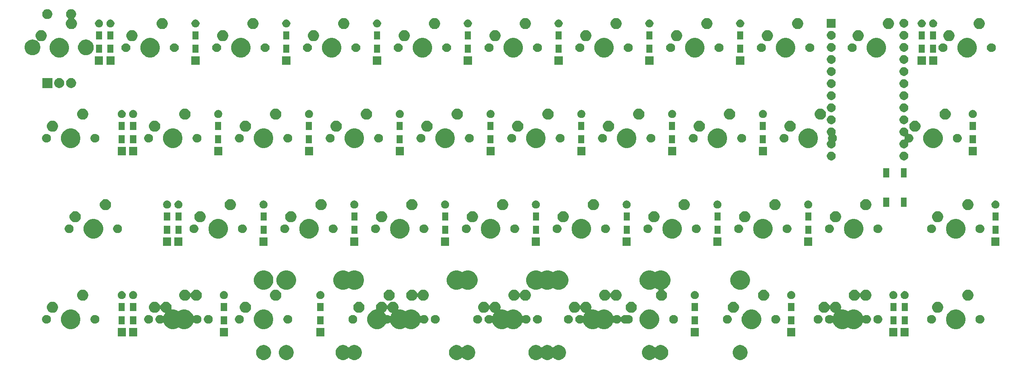
<source format=gbr>
G04 #@! TF.GenerationSoftware,KiCad,Pcbnew,(5.1.4)-1*
G04 #@! TF.CreationDate,2021-03-11T19:25:00-08:00*
G04 #@! TF.ProjectId,Rosies Board,526f7369-6573-4204-926f-6172642e6b69,rev?*
G04 #@! TF.SameCoordinates,Original*
G04 #@! TF.FileFunction,Soldermask,Bot*
G04 #@! TF.FilePolarity,Negative*
%FSLAX46Y46*%
G04 Gerber Fmt 4.6, Leading zero omitted, Abs format (unit mm)*
G04 Created by KiCad (PCBNEW (5.1.4)-1) date 2021-03-11 19:25:00*
%MOMM*%
%LPD*%
G04 APERTURE LIST*
%ADD10C,0.100000*%
G04 APERTURE END LIST*
D10*
G36*
X138420397Y-88784363D02*
G01*
X138572541Y-88814626D01*
X138691267Y-88863804D01*
X138859171Y-88933352D01*
X138859172Y-88933353D01*
X139117134Y-89105717D01*
X139215378Y-89203961D01*
X139234314Y-89219501D01*
X139255925Y-89231052D01*
X139279374Y-89238165D01*
X139303760Y-89240567D01*
X139328146Y-89238165D01*
X139351595Y-89231052D01*
X139373206Y-89219501D01*
X139392142Y-89203961D01*
X139490386Y-89105717D01*
X139748348Y-88933353D01*
X139748349Y-88933352D01*
X139916253Y-88863804D01*
X140034979Y-88814626D01*
X140339265Y-88754100D01*
X140649515Y-88754100D01*
X140801657Y-88784363D01*
X140953801Y-88814626D01*
X141072527Y-88863804D01*
X141240431Y-88933352D01*
X141240432Y-88933353D01*
X141498394Y-89105717D01*
X141596653Y-89203976D01*
X141615589Y-89219516D01*
X141637200Y-89231067D01*
X141660649Y-89238180D01*
X141685035Y-89240582D01*
X141709421Y-89238180D01*
X141732870Y-89231067D01*
X141754481Y-89219516D01*
X141773417Y-89203976D01*
X141871676Y-89105717D01*
X142129638Y-88933353D01*
X142129639Y-88933352D01*
X142297543Y-88863804D01*
X142416269Y-88814626D01*
X142720555Y-88754100D01*
X143030805Y-88754100D01*
X143182947Y-88784363D01*
X143335091Y-88814626D01*
X143453817Y-88863804D01*
X143621721Y-88933352D01*
X143621722Y-88933353D01*
X143879684Y-89105717D01*
X144099063Y-89325096D01*
X144214233Y-89497461D01*
X144271428Y-89583059D01*
X144390154Y-89869690D01*
X144450680Y-90173975D01*
X144450680Y-90484225D01*
X144390154Y-90788510D01*
X144271428Y-91075141D01*
X144271427Y-91075142D01*
X144099063Y-91333104D01*
X143879684Y-91552483D01*
X143707319Y-91667653D01*
X143621721Y-91724848D01*
X143453817Y-91794396D01*
X143335091Y-91843574D01*
X143030805Y-91904100D01*
X142720555Y-91904100D01*
X142416269Y-91843574D01*
X142297543Y-91794396D01*
X142129639Y-91724848D01*
X142044041Y-91667653D01*
X141871676Y-91552483D01*
X141773417Y-91454224D01*
X141754481Y-91438684D01*
X141732870Y-91427133D01*
X141709421Y-91420020D01*
X141685035Y-91417618D01*
X141660649Y-91420020D01*
X141637200Y-91427133D01*
X141615589Y-91438684D01*
X141596653Y-91454224D01*
X141498394Y-91552483D01*
X141326029Y-91667653D01*
X141240431Y-91724848D01*
X141072527Y-91794396D01*
X140953801Y-91843574D01*
X140649515Y-91904100D01*
X140339265Y-91904100D01*
X140034979Y-91843574D01*
X139916253Y-91794396D01*
X139748349Y-91724848D01*
X139662751Y-91667653D01*
X139490386Y-91552483D01*
X139392142Y-91454239D01*
X139373206Y-91438699D01*
X139351595Y-91427148D01*
X139328146Y-91420035D01*
X139303760Y-91417633D01*
X139279374Y-91420035D01*
X139255925Y-91427148D01*
X139234314Y-91438699D01*
X139215378Y-91454239D01*
X139117134Y-91552483D01*
X138944769Y-91667653D01*
X138859171Y-91724848D01*
X138691267Y-91794396D01*
X138572541Y-91843574D01*
X138268255Y-91904100D01*
X137958005Y-91904100D01*
X137653719Y-91843574D01*
X137534993Y-91794396D01*
X137367089Y-91724848D01*
X137281491Y-91667653D01*
X137109126Y-91552483D01*
X136889747Y-91333104D01*
X136717383Y-91075142D01*
X136717382Y-91075141D01*
X136598656Y-90788510D01*
X136538130Y-90484225D01*
X136538130Y-90173975D01*
X136598656Y-89869690D01*
X136717382Y-89583059D01*
X136774577Y-89497461D01*
X136889747Y-89325096D01*
X137109126Y-89105717D01*
X137367088Y-88933353D01*
X137367089Y-88933352D01*
X137534993Y-88863804D01*
X137653719Y-88814626D01*
X137958005Y-88754100D01*
X138268255Y-88754100D01*
X138420397Y-88784363D01*
X138420397Y-88784363D01*
G37*
G36*
X97938977Y-88784363D02*
G01*
X98091121Y-88814626D01*
X98209847Y-88863804D01*
X98377751Y-88933352D01*
X98377752Y-88933353D01*
X98635714Y-89105717D01*
X98733958Y-89203961D01*
X98752894Y-89219501D01*
X98774505Y-89231052D01*
X98797954Y-89238165D01*
X98822340Y-89240567D01*
X98846726Y-89238165D01*
X98870175Y-89231052D01*
X98891786Y-89219501D01*
X98910722Y-89203961D01*
X99008966Y-89105717D01*
X99266928Y-88933353D01*
X99266929Y-88933352D01*
X99434833Y-88863804D01*
X99553559Y-88814626D01*
X99857845Y-88754100D01*
X100168095Y-88754100D01*
X100320237Y-88784363D01*
X100472381Y-88814626D01*
X100591107Y-88863804D01*
X100759011Y-88933352D01*
X100759012Y-88933353D01*
X101016974Y-89105717D01*
X101236353Y-89325096D01*
X101351523Y-89497461D01*
X101408718Y-89583059D01*
X101527444Y-89869690D01*
X101587970Y-90173975D01*
X101587970Y-90484225D01*
X101527444Y-90788510D01*
X101408718Y-91075141D01*
X101408717Y-91075142D01*
X101236353Y-91333104D01*
X101016974Y-91552483D01*
X100844609Y-91667653D01*
X100759011Y-91724848D01*
X100591107Y-91794396D01*
X100472381Y-91843574D01*
X100168095Y-91904100D01*
X99857845Y-91904100D01*
X99553559Y-91843574D01*
X99434833Y-91794396D01*
X99266929Y-91724848D01*
X99181331Y-91667653D01*
X99008966Y-91552483D01*
X98910722Y-91454239D01*
X98891786Y-91438699D01*
X98870175Y-91427148D01*
X98846726Y-91420035D01*
X98822340Y-91417633D01*
X98797954Y-91420035D01*
X98774505Y-91427148D01*
X98752894Y-91438699D01*
X98733958Y-91454239D01*
X98635714Y-91552483D01*
X98463349Y-91667653D01*
X98377751Y-91724848D01*
X98209847Y-91794396D01*
X98091121Y-91843574D01*
X97786835Y-91904100D01*
X97476585Y-91904100D01*
X97172299Y-91843574D01*
X97053573Y-91794396D01*
X96885669Y-91724848D01*
X96800071Y-91667653D01*
X96627706Y-91552483D01*
X96408327Y-91333104D01*
X96235963Y-91075142D01*
X96235962Y-91075141D01*
X96117236Y-90788510D01*
X96056710Y-90484225D01*
X96056710Y-90173975D01*
X96117236Y-89869690D01*
X96235962Y-89583059D01*
X96293157Y-89497461D01*
X96408327Y-89325096D01*
X96627706Y-89105717D01*
X96885668Y-88933353D01*
X96885669Y-88933352D01*
X97053573Y-88863804D01*
X97172299Y-88814626D01*
X97476585Y-88754100D01*
X97786835Y-88754100D01*
X97938977Y-88784363D01*
X97938977Y-88784363D01*
G37*
G36*
X162232897Y-88784363D02*
G01*
X162385041Y-88814626D01*
X162503767Y-88863804D01*
X162671671Y-88933352D01*
X162671672Y-88933353D01*
X162929634Y-89105717D01*
X163027878Y-89203961D01*
X163046814Y-89219501D01*
X163068425Y-89231052D01*
X163091874Y-89238165D01*
X163116260Y-89240567D01*
X163140646Y-89238165D01*
X163164095Y-89231052D01*
X163185706Y-89219501D01*
X163204642Y-89203961D01*
X163302886Y-89105717D01*
X163560848Y-88933353D01*
X163560849Y-88933352D01*
X163728753Y-88863804D01*
X163847479Y-88814626D01*
X164151765Y-88754100D01*
X164462015Y-88754100D01*
X164614157Y-88784363D01*
X164766301Y-88814626D01*
X164885027Y-88863804D01*
X165052931Y-88933352D01*
X165052932Y-88933353D01*
X165310894Y-89105717D01*
X165530273Y-89325096D01*
X165645443Y-89497461D01*
X165702638Y-89583059D01*
X165821364Y-89869690D01*
X165881890Y-90173975D01*
X165881890Y-90484225D01*
X165821364Y-90788510D01*
X165702638Y-91075141D01*
X165702637Y-91075142D01*
X165530273Y-91333104D01*
X165310894Y-91552483D01*
X165138529Y-91667653D01*
X165052931Y-91724848D01*
X164885027Y-91794396D01*
X164766301Y-91843574D01*
X164462015Y-91904100D01*
X164151765Y-91904100D01*
X163847479Y-91843574D01*
X163728753Y-91794396D01*
X163560849Y-91724848D01*
X163475251Y-91667653D01*
X163302886Y-91552483D01*
X163204642Y-91454239D01*
X163185706Y-91438699D01*
X163164095Y-91427148D01*
X163140646Y-91420035D01*
X163116260Y-91417633D01*
X163091874Y-91420035D01*
X163068425Y-91427148D01*
X163046814Y-91438699D01*
X163027878Y-91454239D01*
X162929634Y-91552483D01*
X162757269Y-91667653D01*
X162671671Y-91724848D01*
X162503767Y-91794396D01*
X162385041Y-91843574D01*
X162080755Y-91904100D01*
X161770505Y-91904100D01*
X161466219Y-91843574D01*
X161347493Y-91794396D01*
X161179589Y-91724848D01*
X161093991Y-91667653D01*
X160921626Y-91552483D01*
X160702247Y-91333104D01*
X160529883Y-91075142D01*
X160529882Y-91075141D01*
X160411156Y-90788510D01*
X160350630Y-90484225D01*
X160350630Y-90173975D01*
X160411156Y-89869690D01*
X160529882Y-89583059D01*
X160587077Y-89497461D01*
X160702247Y-89325096D01*
X160921626Y-89105717D01*
X161179588Y-88933353D01*
X161179589Y-88933352D01*
X161347493Y-88863804D01*
X161466219Y-88814626D01*
X161770505Y-88754100D01*
X162080755Y-88754100D01*
X162232897Y-88784363D01*
X162232897Y-88784363D01*
G37*
G36*
X81276667Y-88784363D02*
G01*
X81428811Y-88814626D01*
X81547537Y-88863804D01*
X81715441Y-88933352D01*
X81715442Y-88933353D01*
X81973404Y-89105717D01*
X82192783Y-89325096D01*
X82307953Y-89497461D01*
X82365148Y-89583059D01*
X82483874Y-89869690D01*
X82544400Y-90173975D01*
X82544400Y-90484225D01*
X82483874Y-90788510D01*
X82365148Y-91075141D01*
X82365147Y-91075142D01*
X82192783Y-91333104D01*
X81973404Y-91552483D01*
X81801039Y-91667653D01*
X81715441Y-91724848D01*
X81547537Y-91794396D01*
X81428811Y-91843574D01*
X81124525Y-91904100D01*
X80814275Y-91904100D01*
X80509989Y-91843574D01*
X80391263Y-91794396D01*
X80223359Y-91724848D01*
X80137761Y-91667653D01*
X79965396Y-91552483D01*
X79746017Y-91333104D01*
X79573653Y-91075142D01*
X79573652Y-91075141D01*
X79454926Y-90788510D01*
X79394400Y-90484225D01*
X79394400Y-90173975D01*
X79454926Y-89869690D01*
X79573652Y-89583059D01*
X79630847Y-89497461D01*
X79746017Y-89325096D01*
X79965396Y-89105717D01*
X80223358Y-88933353D01*
X80223359Y-88933352D01*
X80391263Y-88863804D01*
X80509989Y-88814626D01*
X80662133Y-88784363D01*
X80814275Y-88754100D01*
X81124525Y-88754100D01*
X81276667Y-88784363D01*
X81276667Y-88784363D01*
G37*
G36*
X121751477Y-88784363D02*
G01*
X121903621Y-88814626D01*
X122022347Y-88863804D01*
X122190251Y-88933352D01*
X122190252Y-88933353D01*
X122448214Y-89105717D01*
X122546443Y-89203946D01*
X122565379Y-89219486D01*
X122586990Y-89231037D01*
X122610439Y-89238150D01*
X122634825Y-89240552D01*
X122659211Y-89238150D01*
X122682660Y-89231037D01*
X122704271Y-89219486D01*
X122723207Y-89203946D01*
X122821436Y-89105717D01*
X123079398Y-88933353D01*
X123079399Y-88933352D01*
X123247303Y-88863804D01*
X123366029Y-88814626D01*
X123670315Y-88754100D01*
X123980595Y-88754100D01*
X124132737Y-88784363D01*
X124284881Y-88814626D01*
X124403607Y-88863804D01*
X124571511Y-88933352D01*
X124571512Y-88933353D01*
X124829474Y-89105717D01*
X125048853Y-89325096D01*
X125164023Y-89497461D01*
X125221218Y-89583059D01*
X125339944Y-89869690D01*
X125400470Y-90173975D01*
X125400470Y-90484225D01*
X125339944Y-90788510D01*
X125221218Y-91075141D01*
X125221217Y-91075142D01*
X125048853Y-91333104D01*
X124829474Y-91552483D01*
X124657109Y-91667653D01*
X124571511Y-91724848D01*
X124403607Y-91794396D01*
X124284881Y-91843574D01*
X123980595Y-91904100D01*
X123670315Y-91904100D01*
X123366029Y-91843574D01*
X123247303Y-91794396D01*
X123079399Y-91724848D01*
X122993801Y-91667653D01*
X122821436Y-91552483D01*
X122723207Y-91454254D01*
X122704271Y-91438714D01*
X122682660Y-91427163D01*
X122659211Y-91420050D01*
X122634825Y-91417648D01*
X122610439Y-91420050D01*
X122586990Y-91427163D01*
X122565379Y-91438714D01*
X122546443Y-91454254D01*
X122448214Y-91552483D01*
X122275849Y-91667653D01*
X122190251Y-91724848D01*
X122022347Y-91794396D01*
X121903621Y-91843574D01*
X121599335Y-91904100D01*
X121289085Y-91904100D01*
X120984799Y-91843574D01*
X120866073Y-91794396D01*
X120698169Y-91724848D01*
X120612571Y-91667653D01*
X120440206Y-91552483D01*
X120220827Y-91333104D01*
X120048463Y-91075142D01*
X120048462Y-91075141D01*
X119929736Y-90788510D01*
X119869210Y-90484225D01*
X119869210Y-90173975D01*
X119929736Y-89869690D01*
X120048462Y-89583059D01*
X120105657Y-89497461D01*
X120220827Y-89325096D01*
X120440206Y-89105717D01*
X120698168Y-88933353D01*
X120698169Y-88933352D01*
X120866073Y-88863804D01*
X120984799Y-88814626D01*
X121289085Y-88754100D01*
X121599335Y-88754100D01*
X121751477Y-88784363D01*
X121751477Y-88784363D01*
G37*
G36*
X181282947Y-88784363D02*
G01*
X181435091Y-88814626D01*
X181553817Y-88863804D01*
X181721721Y-88933352D01*
X181721722Y-88933353D01*
X181979684Y-89105717D01*
X182199063Y-89325096D01*
X182314233Y-89497461D01*
X182371428Y-89583059D01*
X182490154Y-89869690D01*
X182550680Y-90173975D01*
X182550680Y-90484225D01*
X182490154Y-90788510D01*
X182371428Y-91075141D01*
X182371427Y-91075142D01*
X182199063Y-91333104D01*
X181979684Y-91552483D01*
X181807319Y-91667653D01*
X181721721Y-91724848D01*
X181553817Y-91794396D01*
X181435091Y-91843574D01*
X181130805Y-91904100D01*
X180814075Y-91904100D01*
X180509789Y-91843574D01*
X180391063Y-91794396D01*
X180223159Y-91724848D01*
X180137561Y-91667653D01*
X179965196Y-91552483D01*
X179745817Y-91333104D01*
X179573453Y-91075142D01*
X179573452Y-91075141D01*
X179454726Y-90788510D01*
X179394200Y-90484225D01*
X179394200Y-90173975D01*
X179454726Y-89869690D01*
X179573452Y-89583059D01*
X179630647Y-89497461D01*
X179745817Y-89325096D01*
X179965196Y-89105717D01*
X180223158Y-88933353D01*
X180223159Y-88933352D01*
X180391063Y-88863804D01*
X180509789Y-88814626D01*
X180814075Y-88754100D01*
X181130805Y-88754100D01*
X181282947Y-88784363D01*
X181282947Y-88784363D01*
G37*
G36*
X86032827Y-88784363D02*
G01*
X86184971Y-88814626D01*
X86303697Y-88863804D01*
X86471601Y-88933352D01*
X86471602Y-88933353D01*
X86729564Y-89105717D01*
X86948943Y-89325096D01*
X87064113Y-89497461D01*
X87121308Y-89583059D01*
X87240034Y-89869690D01*
X87300560Y-90173975D01*
X87300560Y-90484225D01*
X87240034Y-90788510D01*
X87121308Y-91075141D01*
X87121307Y-91075142D01*
X86948943Y-91333104D01*
X86729564Y-91552483D01*
X86557199Y-91667653D01*
X86471601Y-91724848D01*
X86303697Y-91794396D01*
X86184971Y-91843574D01*
X85880685Y-91904100D01*
X85570315Y-91904100D01*
X85266029Y-91843574D01*
X85147303Y-91794396D01*
X84979399Y-91724848D01*
X84893801Y-91667653D01*
X84721436Y-91552483D01*
X84502057Y-91333104D01*
X84329693Y-91075142D01*
X84329692Y-91075141D01*
X84210966Y-90788510D01*
X84150440Y-90484225D01*
X84150440Y-90173975D01*
X84210966Y-89869690D01*
X84329692Y-89583059D01*
X84386887Y-89497461D01*
X84502057Y-89325096D01*
X84721436Y-89105717D01*
X84979398Y-88933353D01*
X84979399Y-88933352D01*
X85147303Y-88863804D01*
X85266029Y-88814626D01*
X85418173Y-88784363D01*
X85570315Y-88754100D01*
X85880685Y-88754100D01*
X86032827Y-88784363D01*
X86032827Y-88784363D01*
G37*
G36*
X213973770Y-86904470D02*
G01*
X212271770Y-86904470D01*
X212271770Y-85202470D01*
X213973770Y-85202470D01*
X213973770Y-86904470D01*
X213973770Y-86904470D01*
G37*
G36*
X52048090Y-86904470D02*
G01*
X50346090Y-86904470D01*
X50346090Y-85202470D01*
X52048090Y-85202470D01*
X52048090Y-86904470D01*
X52048090Y-86904470D01*
G37*
G36*
X54429350Y-86904470D02*
G01*
X52727350Y-86904470D01*
X52727350Y-85202470D01*
X54429350Y-85202470D01*
X54429350Y-86904470D01*
X54429350Y-86904470D01*
G37*
G36*
X73479430Y-86904470D02*
G01*
X71777430Y-86904470D01*
X71777430Y-85202470D01*
X73479430Y-85202470D01*
X73479430Y-86904470D01*
X73479430Y-86904470D01*
G37*
G36*
X93720140Y-86904470D02*
G01*
X92018140Y-86904470D01*
X92018140Y-85202470D01*
X93720140Y-85202470D01*
X93720140Y-86904470D01*
X93720140Y-86904470D01*
G37*
G36*
X172301720Y-86904470D02*
G01*
X170599720Y-86904470D01*
X170599720Y-85202470D01*
X172301720Y-85202470D01*
X172301720Y-86904470D01*
X172301720Y-86904470D01*
G37*
G36*
X192542430Y-86904470D02*
G01*
X190840430Y-86904470D01*
X190840430Y-85202470D01*
X192542430Y-85202470D01*
X192542430Y-86904470D01*
X192542430Y-86904470D01*
G37*
G36*
X216355030Y-86904470D02*
G01*
X214653030Y-86904470D01*
X214653030Y-85202470D01*
X216355030Y-85202470D01*
X216355030Y-86904470D01*
X216355030Y-86904470D01*
G37*
G36*
X146400940Y-79643164D02*
G01*
X146552407Y-79673293D01*
X146766425Y-79761942D01*
X146766426Y-79761943D01*
X146959034Y-79890639D01*
X147122841Y-80054446D01*
X147208638Y-80182851D01*
X147251538Y-80247055D01*
X147284529Y-80326703D01*
X147296077Y-80348308D01*
X147311622Y-80367250D01*
X147330564Y-80382795D01*
X147352175Y-80394346D01*
X147375624Y-80401459D01*
X147400010Y-80403861D01*
X147424396Y-80401459D01*
X147447845Y-80394346D01*
X147469456Y-80382795D01*
X147488398Y-80367250D01*
X147503943Y-80348308D01*
X147515491Y-80326703D01*
X147548482Y-80247055D01*
X147591382Y-80182851D01*
X147677179Y-80054446D01*
X147840986Y-79890639D01*
X148033594Y-79761943D01*
X148033595Y-79761942D01*
X148247613Y-79673293D01*
X148399080Y-79643164D01*
X148474813Y-79628100D01*
X148706467Y-79628100D01*
X148782200Y-79643164D01*
X148933667Y-79673293D01*
X149147685Y-79761942D01*
X149147686Y-79761943D01*
X149340294Y-79890639D01*
X149504101Y-80054446D01*
X149589898Y-80182851D01*
X149632798Y-80247055D01*
X149721447Y-80461073D01*
X149721447Y-80461075D01*
X149766640Y-80688273D01*
X149766640Y-80919927D01*
X149720912Y-81149815D01*
X149718510Y-81174201D01*
X149720912Y-81198587D01*
X149728025Y-81222036D01*
X149739576Y-81243647D01*
X149755121Y-81262589D01*
X149774063Y-81278134D01*
X149795674Y-81289685D01*
X149819123Y-81296798D01*
X149843509Y-81299200D01*
X150220786Y-81299200D01*
X150615854Y-81377784D01*
X150833854Y-81468083D01*
X150988003Y-81531933D01*
X151140571Y-81633876D01*
X151162175Y-81645423D01*
X151185624Y-81652536D01*
X151210010Y-81654938D01*
X151234396Y-81652536D01*
X151257845Y-81645423D01*
X151279449Y-81633876D01*
X151432017Y-81531933D01*
X151586166Y-81468083D01*
X151804166Y-81377784D01*
X152199234Y-81299200D01*
X152602046Y-81299200D01*
X152997114Y-81377784D01*
X153215114Y-81468083D01*
X153369263Y-81531933D01*
X153704188Y-81755723D01*
X153989017Y-82040552D01*
X154212807Y-82375477D01*
X154274115Y-82523489D01*
X154301029Y-82588465D01*
X154312580Y-82610076D01*
X154328125Y-82629018D01*
X154347067Y-82644563D01*
X154368678Y-82656114D01*
X154392127Y-82663227D01*
X154416513Y-82665629D01*
X154440899Y-82663227D01*
X154464348Y-82656114D01*
X154485959Y-82644563D01*
X154504890Y-82629027D01*
X154509089Y-82624828D01*
X154660754Y-82523489D01*
X154829276Y-82453685D01*
X155008177Y-82418100D01*
X155190583Y-82418100D01*
X155369484Y-82453685D01*
X155538006Y-82523489D01*
X155689671Y-82624828D01*
X155818652Y-82753809D01*
X155868603Y-82828567D01*
X155884142Y-82847501D01*
X155903084Y-82863046D01*
X155924695Y-82874597D01*
X155948144Y-82881710D01*
X155972530Y-82884112D01*
X155996916Y-82881710D01*
X156020365Y-82874597D01*
X156041976Y-82863046D01*
X156060918Y-82847501D01*
X156076457Y-82828567D01*
X156126408Y-82753809D01*
X156255389Y-82624828D01*
X156407054Y-82523489D01*
X156575576Y-82453685D01*
X156754477Y-82418100D01*
X156936883Y-82418100D01*
X157115784Y-82453685D01*
X157115790Y-82453688D01*
X157116265Y-82453782D01*
X157138775Y-82460609D01*
X157163161Y-82463011D01*
X157187547Y-82460609D01*
X157210055Y-82453782D01*
X157210530Y-82453688D01*
X157210536Y-82453685D01*
X157389437Y-82418100D01*
X157571843Y-82418100D01*
X157750744Y-82453685D01*
X157919266Y-82523489D01*
X158070931Y-82624828D01*
X158199912Y-82753809D01*
X158301251Y-82905474D01*
X158371055Y-83073996D01*
X158406640Y-83252897D01*
X158406640Y-83435303D01*
X158371055Y-83614204D01*
X158301251Y-83782726D01*
X158199912Y-83934391D01*
X158070931Y-84063372D01*
X157919266Y-84164711D01*
X157750744Y-84234515D01*
X157571843Y-84270100D01*
X157389437Y-84270100D01*
X157210536Y-84234515D01*
X157210530Y-84234512D01*
X157210055Y-84234418D01*
X157187545Y-84227591D01*
X157163159Y-84225189D01*
X157138773Y-84227591D01*
X157116265Y-84234418D01*
X157115790Y-84234512D01*
X157115784Y-84234515D01*
X156936883Y-84270100D01*
X156754477Y-84270100D01*
X156575576Y-84234515D01*
X156407054Y-84164711D01*
X156255389Y-84063372D01*
X156126408Y-83934391D01*
X156076457Y-83859633D01*
X156060918Y-83840699D01*
X156041976Y-83825154D01*
X156020365Y-83813603D01*
X155996916Y-83806490D01*
X155972530Y-83804088D01*
X155948144Y-83806490D01*
X155924695Y-83813603D01*
X155903084Y-83825154D01*
X155884142Y-83840699D01*
X155868603Y-83859633D01*
X155818652Y-83934391D01*
X155689671Y-84063372D01*
X155538006Y-84164711D01*
X155369484Y-84234515D01*
X155190583Y-84270100D01*
X155008177Y-84270100D01*
X154829276Y-84234515D01*
X154660754Y-84164711D01*
X154509089Y-84063372D01*
X154504890Y-84059173D01*
X154485959Y-84043637D01*
X154464348Y-84032086D01*
X154440899Y-84024973D01*
X154416513Y-84022571D01*
X154392127Y-84024973D01*
X154368678Y-84032086D01*
X154347067Y-84043637D01*
X154328125Y-84059182D01*
X154312580Y-84078124D01*
X154301029Y-84099734D01*
X154212807Y-84312723D01*
X153989017Y-84647648D01*
X153704188Y-84932477D01*
X153369263Y-85156267D01*
X153215114Y-85220117D01*
X152997114Y-85310416D01*
X152602046Y-85389000D01*
X152199234Y-85389000D01*
X151804166Y-85310416D01*
X151586166Y-85220117D01*
X151432017Y-85156267D01*
X151279449Y-85054324D01*
X151257845Y-85042777D01*
X151234396Y-85035664D01*
X151210010Y-85033262D01*
X151185624Y-85035664D01*
X151162175Y-85042777D01*
X151140571Y-85054324D01*
X150988003Y-85156267D01*
X150833854Y-85220117D01*
X150615854Y-85310416D01*
X150220786Y-85389000D01*
X149817974Y-85389000D01*
X149422906Y-85310416D01*
X149204906Y-85220117D01*
X149050757Y-85156267D01*
X148715832Y-84932477D01*
X148431003Y-84647648D01*
X148207213Y-84312723D01*
X148118991Y-84099734D01*
X148107440Y-84078124D01*
X148091895Y-84059182D01*
X148072953Y-84043637D01*
X148051342Y-84032086D01*
X148027893Y-84024973D01*
X148003507Y-84022571D01*
X147979121Y-84024973D01*
X147955672Y-84032086D01*
X147934061Y-84043637D01*
X147915130Y-84059173D01*
X147910931Y-84063372D01*
X147759266Y-84164711D01*
X147590744Y-84234515D01*
X147411843Y-84270100D01*
X147229437Y-84270100D01*
X147050536Y-84234515D01*
X146882014Y-84164711D01*
X146730349Y-84063372D01*
X146601368Y-83934391D01*
X146500029Y-83782726D01*
X146430225Y-83614204D01*
X146394640Y-83435303D01*
X146394640Y-83252897D01*
X146430225Y-83073996D01*
X146500029Y-82905474D01*
X146601368Y-82753809D01*
X146730349Y-82624828D01*
X146882014Y-82523489D01*
X147050536Y-82453685D01*
X147229437Y-82418100D01*
X147411843Y-82418100D01*
X147590744Y-82453685D01*
X147759266Y-82523489D01*
X147910931Y-82624828D01*
X147915130Y-82629027D01*
X147934061Y-82644563D01*
X147955672Y-82656114D01*
X147979121Y-82663227D01*
X148003507Y-82665629D01*
X148027893Y-82663227D01*
X148051342Y-82656114D01*
X148072953Y-82644563D01*
X148091895Y-82629018D01*
X148107440Y-82610076D01*
X148118991Y-82588465D01*
X148145905Y-82523489D01*
X148207213Y-82375477D01*
X148367864Y-82135046D01*
X148379415Y-82113435D01*
X148386528Y-82089986D01*
X148388930Y-82065600D01*
X148386528Y-82041214D01*
X148379415Y-82017765D01*
X148367864Y-81996154D01*
X148352319Y-81977212D01*
X148333377Y-81961667D01*
X148311766Y-81950116D01*
X148288322Y-81943004D01*
X148247613Y-81934907D01*
X148033595Y-81846258D01*
X147898100Y-81755723D01*
X147840986Y-81717561D01*
X147677179Y-81553754D01*
X147548483Y-81361146D01*
X147548482Y-81361145D01*
X147515491Y-81281497D01*
X147503943Y-81259892D01*
X147488398Y-81240950D01*
X147469456Y-81225405D01*
X147447845Y-81213854D01*
X147424396Y-81206741D01*
X147400010Y-81204339D01*
X147375624Y-81206741D01*
X147352175Y-81213854D01*
X147330564Y-81225405D01*
X147311622Y-81240950D01*
X147296077Y-81259892D01*
X147284529Y-81281497D01*
X147251538Y-81361145D01*
X147251537Y-81361146D01*
X147122841Y-81553754D01*
X146959034Y-81717561D01*
X146901920Y-81755723D01*
X146766425Y-81846258D01*
X146552407Y-81934907D01*
X146427965Y-81959660D01*
X146325207Y-81980100D01*
X146093553Y-81980100D01*
X145990795Y-81959660D01*
X145866353Y-81934907D01*
X145652335Y-81846258D01*
X145516840Y-81755723D01*
X145459726Y-81717561D01*
X145295919Y-81553754D01*
X145167223Y-81361146D01*
X145167222Y-81361145D01*
X145078573Y-81147127D01*
X145033380Y-80919926D01*
X145033380Y-80688274D01*
X145078573Y-80461073D01*
X145167222Y-80247055D01*
X145210122Y-80182851D01*
X145295919Y-80054446D01*
X145459726Y-79890639D01*
X145652334Y-79761943D01*
X145652335Y-79761942D01*
X145866353Y-79673293D01*
X146017820Y-79643164D01*
X146093553Y-79628100D01*
X146325207Y-79628100D01*
X146400940Y-79643164D01*
X146400940Y-79643164D01*
G37*
G36*
X198788660Y-79643164D02*
G01*
X198940127Y-79673293D01*
X199154145Y-79761942D01*
X199154146Y-79761943D01*
X199346754Y-79890639D01*
X199510561Y-80054446D01*
X199596358Y-80182851D01*
X199639258Y-80247055D01*
X199672249Y-80326703D01*
X199683797Y-80348308D01*
X199699342Y-80367250D01*
X199718284Y-80382795D01*
X199739895Y-80394346D01*
X199763344Y-80401459D01*
X199787730Y-80403861D01*
X199812116Y-80401459D01*
X199835565Y-80394346D01*
X199857176Y-80382795D01*
X199876118Y-80367250D01*
X199891663Y-80348308D01*
X199903211Y-80326703D01*
X199936202Y-80247055D01*
X199979102Y-80182851D01*
X200064899Y-80054446D01*
X200228706Y-79890639D01*
X200421314Y-79761943D01*
X200421315Y-79761942D01*
X200635333Y-79673293D01*
X200786800Y-79643164D01*
X200862533Y-79628100D01*
X201094187Y-79628100D01*
X201169920Y-79643164D01*
X201321387Y-79673293D01*
X201535405Y-79761942D01*
X201535406Y-79761943D01*
X201728014Y-79890639D01*
X201891821Y-80054446D01*
X201977618Y-80182851D01*
X202020518Y-80247055D01*
X202109167Y-80461073D01*
X202109167Y-80461075D01*
X202154360Y-80688273D01*
X202154360Y-80919927D01*
X202108632Y-81149815D01*
X202106230Y-81174201D01*
X202108632Y-81198587D01*
X202115745Y-81222036D01*
X202127296Y-81243647D01*
X202142841Y-81262589D01*
X202161783Y-81278134D01*
X202183394Y-81289685D01*
X202206843Y-81296798D01*
X202231229Y-81299200D01*
X202608506Y-81299200D01*
X203003574Y-81377784D01*
X203221574Y-81468083D01*
X203375723Y-81531933D01*
X203528291Y-81633876D01*
X203549895Y-81645423D01*
X203573344Y-81652536D01*
X203597730Y-81654938D01*
X203622116Y-81652536D01*
X203645565Y-81645423D01*
X203667169Y-81633876D01*
X203819737Y-81531933D01*
X203973886Y-81468083D01*
X204191886Y-81377784D01*
X204586954Y-81299200D01*
X204989766Y-81299200D01*
X205384834Y-81377784D01*
X205602834Y-81468083D01*
X205756983Y-81531933D01*
X206091908Y-81755723D01*
X206376737Y-82040552D01*
X206600527Y-82375477D01*
X206661835Y-82523489D01*
X206688749Y-82588465D01*
X206700300Y-82610076D01*
X206715845Y-82629018D01*
X206734787Y-82644563D01*
X206756398Y-82656114D01*
X206779847Y-82663227D01*
X206804233Y-82665629D01*
X206828619Y-82663227D01*
X206852068Y-82656114D01*
X206873679Y-82644563D01*
X206892610Y-82629027D01*
X206896809Y-82624828D01*
X207048474Y-82523489D01*
X207216996Y-82453685D01*
X207395897Y-82418100D01*
X207578303Y-82418100D01*
X207757204Y-82453685D01*
X207925726Y-82523489D01*
X208077391Y-82624828D01*
X208206372Y-82753809D01*
X208307711Y-82905474D01*
X208377515Y-83073996D01*
X208413100Y-83252897D01*
X208413100Y-83435303D01*
X208377515Y-83614204D01*
X208307711Y-83782726D01*
X208206372Y-83934391D01*
X208077391Y-84063372D01*
X207925726Y-84164711D01*
X207757204Y-84234515D01*
X207578303Y-84270100D01*
X207395897Y-84270100D01*
X207216996Y-84234515D01*
X207048474Y-84164711D01*
X206896809Y-84063372D01*
X206892610Y-84059173D01*
X206873679Y-84043637D01*
X206852068Y-84032086D01*
X206828619Y-84024973D01*
X206804233Y-84022571D01*
X206779847Y-84024973D01*
X206756398Y-84032086D01*
X206734787Y-84043637D01*
X206715845Y-84059182D01*
X206700300Y-84078124D01*
X206688749Y-84099734D01*
X206600527Y-84312723D01*
X206376737Y-84647648D01*
X206091908Y-84932477D01*
X205756983Y-85156267D01*
X205602834Y-85220117D01*
X205384834Y-85310416D01*
X204989766Y-85389000D01*
X204586954Y-85389000D01*
X204191886Y-85310416D01*
X203973886Y-85220117D01*
X203819737Y-85156267D01*
X203667169Y-85054324D01*
X203645565Y-85042777D01*
X203622116Y-85035664D01*
X203597730Y-85033262D01*
X203573344Y-85035664D01*
X203549895Y-85042777D01*
X203528291Y-85054324D01*
X203375723Y-85156267D01*
X203221574Y-85220117D01*
X203003574Y-85310416D01*
X202608506Y-85389000D01*
X202205694Y-85389000D01*
X201810626Y-85310416D01*
X201592626Y-85220117D01*
X201438477Y-85156267D01*
X201103552Y-84932477D01*
X200818723Y-84647648D01*
X200594933Y-84312723D01*
X200506711Y-84099734D01*
X200495160Y-84078124D01*
X200479615Y-84059182D01*
X200460673Y-84043637D01*
X200439062Y-84032086D01*
X200415613Y-84024973D01*
X200391227Y-84022571D01*
X200366841Y-84024973D01*
X200343392Y-84032086D01*
X200321781Y-84043637D01*
X200302850Y-84059173D01*
X200298651Y-84063372D01*
X200146986Y-84164711D01*
X199978464Y-84234515D01*
X199799563Y-84270100D01*
X199617157Y-84270100D01*
X199438256Y-84234515D01*
X199269734Y-84164711D01*
X199118069Y-84063372D01*
X198989088Y-83934391D01*
X198887749Y-83782726D01*
X198817945Y-83614204D01*
X198782360Y-83435303D01*
X198782360Y-83252897D01*
X198817945Y-83073996D01*
X198887749Y-82905474D01*
X198989088Y-82753809D01*
X199118069Y-82624828D01*
X199269734Y-82523489D01*
X199438256Y-82453685D01*
X199617157Y-82418100D01*
X199799563Y-82418100D01*
X199978464Y-82453685D01*
X200146986Y-82523489D01*
X200298651Y-82624828D01*
X200302850Y-82629027D01*
X200321781Y-82644563D01*
X200343392Y-82656114D01*
X200366841Y-82663227D01*
X200391227Y-82665629D01*
X200415613Y-82663227D01*
X200439062Y-82656114D01*
X200460673Y-82644563D01*
X200479615Y-82629018D01*
X200495160Y-82610076D01*
X200506711Y-82588465D01*
X200533625Y-82523489D01*
X200594933Y-82375477D01*
X200755584Y-82135046D01*
X200767135Y-82113435D01*
X200774248Y-82089986D01*
X200776650Y-82065600D01*
X200774248Y-82041214D01*
X200767135Y-82017765D01*
X200755584Y-81996154D01*
X200740039Y-81977212D01*
X200721097Y-81961667D01*
X200699486Y-81950116D01*
X200676042Y-81943004D01*
X200635333Y-81934907D01*
X200421315Y-81846258D01*
X200285820Y-81755723D01*
X200228706Y-81717561D01*
X200064899Y-81553754D01*
X199936203Y-81361146D01*
X199936202Y-81361145D01*
X199903211Y-81281497D01*
X199891663Y-81259892D01*
X199876118Y-81240950D01*
X199857176Y-81225405D01*
X199835565Y-81213854D01*
X199812116Y-81206741D01*
X199787730Y-81204339D01*
X199763344Y-81206741D01*
X199739895Y-81213854D01*
X199718284Y-81225405D01*
X199699342Y-81240950D01*
X199683797Y-81259892D01*
X199672249Y-81281497D01*
X199639258Y-81361145D01*
X199639257Y-81361146D01*
X199510561Y-81553754D01*
X199346754Y-81717561D01*
X199289640Y-81755723D01*
X199154145Y-81846258D01*
X198940127Y-81934907D01*
X198815685Y-81959660D01*
X198712927Y-81980100D01*
X198481273Y-81980100D01*
X198378515Y-81959660D01*
X198254073Y-81934907D01*
X198040055Y-81846258D01*
X197904560Y-81755723D01*
X197847446Y-81717561D01*
X197683639Y-81553754D01*
X197554943Y-81361146D01*
X197554942Y-81361145D01*
X197466293Y-81147127D01*
X197421100Y-80919926D01*
X197421100Y-80688274D01*
X197466293Y-80461073D01*
X197554942Y-80247055D01*
X197597842Y-80182851D01*
X197683639Y-80054446D01*
X197847446Y-79890639D01*
X198040054Y-79761943D01*
X198040055Y-79761942D01*
X198254073Y-79673293D01*
X198405540Y-79643164D01*
X198481273Y-79628100D01*
X198712927Y-79628100D01*
X198788660Y-79643164D01*
X198788660Y-79643164D01*
G37*
G36*
X183953494Y-81377784D02*
G01*
X184171494Y-81468083D01*
X184325643Y-81531933D01*
X184660568Y-81755723D01*
X184945397Y-82040552D01*
X185169187Y-82375477D01*
X185230495Y-82523489D01*
X185323336Y-82747626D01*
X185401920Y-83142694D01*
X185401920Y-83545506D01*
X185323336Y-83940574D01*
X185272471Y-84063372D01*
X185169187Y-84312723D01*
X184945397Y-84647648D01*
X184660568Y-84932477D01*
X184325643Y-85156267D01*
X184171494Y-85220117D01*
X183953494Y-85310416D01*
X183558426Y-85389000D01*
X183155614Y-85389000D01*
X182760546Y-85310416D01*
X182542546Y-85220117D01*
X182388397Y-85156267D01*
X182053472Y-84932477D01*
X181768643Y-84647648D01*
X181544853Y-84312723D01*
X181441569Y-84063372D01*
X181390704Y-83940574D01*
X181312120Y-83545506D01*
X181312120Y-83142694D01*
X181390704Y-82747626D01*
X181483545Y-82523489D01*
X181544853Y-82375477D01*
X181768643Y-82040552D01*
X182053472Y-81755723D01*
X182388397Y-81531933D01*
X182542546Y-81468083D01*
X182760546Y-81377784D01*
X183155614Y-81299200D01*
X183558426Y-81299200D01*
X183953494Y-81377784D01*
X183953494Y-81377784D01*
G37*
G36*
X226816174Y-81377784D02*
G01*
X227034174Y-81468083D01*
X227188323Y-81531933D01*
X227523248Y-81755723D01*
X227808077Y-82040552D01*
X228031867Y-82375477D01*
X228093175Y-82523489D01*
X228186016Y-82747626D01*
X228264600Y-83142694D01*
X228264600Y-83545506D01*
X228186016Y-83940574D01*
X228135151Y-84063372D01*
X228031867Y-84312723D01*
X227808077Y-84647648D01*
X227523248Y-84932477D01*
X227188323Y-85156267D01*
X227034174Y-85220117D01*
X226816174Y-85310416D01*
X226421106Y-85389000D01*
X226018294Y-85389000D01*
X225623226Y-85310416D01*
X225405226Y-85220117D01*
X225251077Y-85156267D01*
X224916152Y-84932477D01*
X224631323Y-84647648D01*
X224407533Y-84312723D01*
X224304249Y-84063372D01*
X224253384Y-83940574D01*
X224174800Y-83545506D01*
X224174800Y-83142694D01*
X224253384Y-82747626D01*
X224346225Y-82523489D01*
X224407533Y-82375477D01*
X224631323Y-82040552D01*
X224916152Y-81755723D01*
X225251077Y-81531933D01*
X225405226Y-81468083D01*
X225623226Y-81377784D01*
X226018294Y-81299200D01*
X226421106Y-81299200D01*
X226816174Y-81377784D01*
X226816174Y-81377784D01*
G37*
G36*
X162522154Y-81377784D02*
G01*
X162740154Y-81468083D01*
X162894303Y-81531933D01*
X163229228Y-81755723D01*
X163514057Y-82040552D01*
X163737847Y-82375477D01*
X163799155Y-82523489D01*
X163891996Y-82747626D01*
X163970580Y-83142694D01*
X163970580Y-83545506D01*
X163891996Y-83940574D01*
X163841131Y-84063372D01*
X163737847Y-84312723D01*
X163514057Y-84647648D01*
X163229228Y-84932477D01*
X162894303Y-85156267D01*
X162740154Y-85220117D01*
X162522154Y-85310416D01*
X162127086Y-85389000D01*
X161724274Y-85389000D01*
X161329206Y-85310416D01*
X161111206Y-85220117D01*
X160957057Y-85156267D01*
X160622132Y-84932477D01*
X160337303Y-84647648D01*
X160113513Y-84312723D01*
X160010229Y-84063372D01*
X159959364Y-83940574D01*
X159880780Y-83545506D01*
X159880780Y-83142694D01*
X159959364Y-82747626D01*
X160052205Y-82523489D01*
X160113513Y-82375477D01*
X160337303Y-82040552D01*
X160622132Y-81755723D01*
X160957057Y-81531933D01*
X161111206Y-81468083D01*
X161329206Y-81377784D01*
X161724274Y-81299200D01*
X162127086Y-81299200D01*
X162522154Y-81377784D01*
X162522154Y-81377784D01*
G37*
G36*
X105919520Y-79643164D02*
G01*
X106070987Y-79673293D01*
X106285005Y-79761942D01*
X106285006Y-79761943D01*
X106477614Y-79890639D01*
X106641421Y-80054446D01*
X106727218Y-80182851D01*
X106770118Y-80247055D01*
X106803109Y-80326703D01*
X106814657Y-80348308D01*
X106830202Y-80367250D01*
X106849144Y-80382795D01*
X106870755Y-80394346D01*
X106894204Y-80401459D01*
X106918590Y-80403861D01*
X106942976Y-80401459D01*
X106966425Y-80394346D01*
X106988036Y-80382795D01*
X107006978Y-80367250D01*
X107022523Y-80348308D01*
X107034071Y-80326703D01*
X107067062Y-80247055D01*
X107109962Y-80182851D01*
X107195759Y-80054446D01*
X107359566Y-79890639D01*
X107552174Y-79761943D01*
X107552175Y-79761942D01*
X107766193Y-79673293D01*
X107917660Y-79643164D01*
X107993393Y-79628100D01*
X108225047Y-79628100D01*
X108300780Y-79643164D01*
X108452247Y-79673293D01*
X108666265Y-79761942D01*
X108666266Y-79761943D01*
X108858874Y-79890639D01*
X109022681Y-80054446D01*
X109108478Y-80182851D01*
X109151378Y-80247055D01*
X109240027Y-80461073D01*
X109240027Y-80461075D01*
X109285220Y-80688273D01*
X109285220Y-80919927D01*
X109239492Y-81149815D01*
X109237090Y-81174201D01*
X109239492Y-81198587D01*
X109246605Y-81222036D01*
X109258156Y-81243647D01*
X109273701Y-81262589D01*
X109292643Y-81278134D01*
X109314254Y-81289685D01*
X109337703Y-81296798D01*
X109362089Y-81299200D01*
X109739366Y-81299200D01*
X110134434Y-81377784D01*
X110352434Y-81468083D01*
X110506583Y-81531933D01*
X110659151Y-81633876D01*
X110680755Y-81645423D01*
X110704204Y-81652536D01*
X110728590Y-81654938D01*
X110752976Y-81652536D01*
X110776425Y-81645423D01*
X110798029Y-81633876D01*
X110950597Y-81531933D01*
X111104746Y-81468083D01*
X111322746Y-81377784D01*
X111717814Y-81299200D01*
X112120626Y-81299200D01*
X112515694Y-81377784D01*
X112733694Y-81468083D01*
X112887843Y-81531933D01*
X113222768Y-81755723D01*
X113507597Y-82040552D01*
X113731387Y-82375477D01*
X113792695Y-82523489D01*
X113819609Y-82588465D01*
X113831160Y-82610076D01*
X113846705Y-82629018D01*
X113865647Y-82644563D01*
X113887258Y-82656114D01*
X113910707Y-82663227D01*
X113935093Y-82665629D01*
X113959479Y-82663227D01*
X113982928Y-82656114D01*
X114004539Y-82644563D01*
X114023470Y-82629027D01*
X114027669Y-82624828D01*
X114179334Y-82523489D01*
X114347856Y-82453685D01*
X114526757Y-82418100D01*
X114709163Y-82418100D01*
X114888064Y-82453685D01*
X115056586Y-82523489D01*
X115208251Y-82624828D01*
X115337232Y-82753809D01*
X115438571Y-82905474D01*
X115508375Y-83073996D01*
X115543960Y-83252897D01*
X115543960Y-83435303D01*
X115508375Y-83614204D01*
X115438571Y-83782726D01*
X115337232Y-83934391D01*
X115208251Y-84063372D01*
X115056586Y-84164711D01*
X114888064Y-84234515D01*
X114709163Y-84270100D01*
X114526757Y-84270100D01*
X114347856Y-84234515D01*
X114179334Y-84164711D01*
X114027669Y-84063372D01*
X114023470Y-84059173D01*
X114004539Y-84043637D01*
X113982928Y-84032086D01*
X113959479Y-84024973D01*
X113935093Y-84022571D01*
X113910707Y-84024973D01*
X113887258Y-84032086D01*
X113865647Y-84043637D01*
X113846705Y-84059182D01*
X113831160Y-84078124D01*
X113819609Y-84099734D01*
X113731387Y-84312723D01*
X113507597Y-84647648D01*
X113222768Y-84932477D01*
X112887843Y-85156267D01*
X112733694Y-85220117D01*
X112515694Y-85310416D01*
X112120626Y-85389000D01*
X111717814Y-85389000D01*
X111322746Y-85310416D01*
X111104746Y-85220117D01*
X110950597Y-85156267D01*
X110798029Y-85054324D01*
X110776425Y-85042777D01*
X110752976Y-85035664D01*
X110728590Y-85033262D01*
X110704204Y-85035664D01*
X110680755Y-85042777D01*
X110659151Y-85054324D01*
X110506583Y-85156267D01*
X110352434Y-85220117D01*
X110134434Y-85310416D01*
X109739366Y-85389000D01*
X109336554Y-85389000D01*
X108941486Y-85310416D01*
X108723486Y-85220117D01*
X108569337Y-85156267D01*
X108234412Y-84932477D01*
X107949583Y-84647648D01*
X107725793Y-84312723D01*
X107637571Y-84099734D01*
X107626020Y-84078124D01*
X107610475Y-84059182D01*
X107591533Y-84043637D01*
X107569922Y-84032086D01*
X107546473Y-84024973D01*
X107522087Y-84022571D01*
X107497701Y-84024973D01*
X107474252Y-84032086D01*
X107452641Y-84043637D01*
X107433710Y-84059173D01*
X107429511Y-84063372D01*
X107277846Y-84164711D01*
X107109324Y-84234515D01*
X106930423Y-84270100D01*
X106748017Y-84270100D01*
X106713475Y-84263229D01*
X106689096Y-84260828D01*
X106664710Y-84263230D01*
X106641261Y-84270342D01*
X106619650Y-84281893D01*
X106600708Y-84297438D01*
X106585166Y-84316376D01*
X106363817Y-84647648D01*
X106078988Y-84932477D01*
X105744063Y-85156267D01*
X105589914Y-85220117D01*
X105371914Y-85310416D01*
X104976846Y-85389000D01*
X104574034Y-85389000D01*
X104178966Y-85310416D01*
X103960966Y-85220117D01*
X103806817Y-85156267D01*
X103471892Y-84932477D01*
X103187063Y-84647648D01*
X102963273Y-84312723D01*
X102859989Y-84063372D01*
X102809124Y-83940574D01*
X102730540Y-83545506D01*
X102730540Y-83142694D01*
X102809124Y-82747626D01*
X102901965Y-82523489D01*
X102963273Y-82375477D01*
X103187063Y-82040552D01*
X103315790Y-81911825D01*
X106286867Y-81911825D01*
X106289269Y-81936211D01*
X106296382Y-81959660D01*
X106307933Y-81981271D01*
X106323473Y-82000208D01*
X106363817Y-82040552D01*
X106585166Y-82371824D01*
X106600707Y-82390761D01*
X106619649Y-82406306D01*
X106641260Y-82417857D01*
X106664709Y-82424970D01*
X106689095Y-82427372D01*
X106713475Y-82424971D01*
X106748017Y-82418100D01*
X106930423Y-82418100D01*
X107109324Y-82453685D01*
X107277846Y-82523489D01*
X107429511Y-82624828D01*
X107433710Y-82629027D01*
X107452641Y-82644563D01*
X107474252Y-82656114D01*
X107497701Y-82663227D01*
X107522087Y-82665629D01*
X107546473Y-82663227D01*
X107569922Y-82656114D01*
X107591533Y-82644563D01*
X107610475Y-82629018D01*
X107626020Y-82610076D01*
X107637571Y-82588465D01*
X107664485Y-82523489D01*
X107725793Y-82375477D01*
X107886444Y-82135046D01*
X107897995Y-82113435D01*
X107905108Y-82089986D01*
X107907510Y-82065600D01*
X107905108Y-82041214D01*
X107897995Y-82017765D01*
X107886444Y-81996154D01*
X107870899Y-81977212D01*
X107851957Y-81961667D01*
X107830346Y-81950116D01*
X107806902Y-81943004D01*
X107766193Y-81934907D01*
X107552175Y-81846258D01*
X107416680Y-81755723D01*
X107359566Y-81717561D01*
X107195759Y-81553754D01*
X107067063Y-81361146D01*
X107067062Y-81361145D01*
X107034071Y-81281497D01*
X107022523Y-81259892D01*
X107006978Y-81240950D01*
X106988036Y-81225405D01*
X106966425Y-81213854D01*
X106942976Y-81206741D01*
X106918590Y-81204339D01*
X106894204Y-81206741D01*
X106870755Y-81213854D01*
X106849144Y-81225405D01*
X106830202Y-81240950D01*
X106814657Y-81259892D01*
X106803109Y-81281497D01*
X106770118Y-81361145D01*
X106770117Y-81361146D01*
X106641421Y-81553754D01*
X106477614Y-81717561D01*
X106420500Y-81755723D01*
X106342416Y-81807897D01*
X106323479Y-81823438D01*
X106307934Y-81842380D01*
X106296382Y-81863990D01*
X106289269Y-81887439D01*
X106286867Y-81911825D01*
X103315790Y-81911825D01*
X103471892Y-81755723D01*
X103806817Y-81531933D01*
X103960966Y-81468083D01*
X104178966Y-81377784D01*
X104504205Y-81313090D01*
X104527654Y-81305977D01*
X104549265Y-81294426D01*
X104568207Y-81278881D01*
X104583752Y-81259939D01*
X104595303Y-81238328D01*
X104602416Y-81214879D01*
X104604818Y-81190493D01*
X104602416Y-81166107D01*
X104598097Y-81151871D01*
X104551960Y-80919927D01*
X104551960Y-80688273D01*
X104597153Y-80461075D01*
X104597153Y-80461073D01*
X104685802Y-80247055D01*
X104728702Y-80182851D01*
X104814499Y-80054446D01*
X104978306Y-79890639D01*
X105170914Y-79761943D01*
X105170915Y-79761942D01*
X105384933Y-79673293D01*
X105536400Y-79643164D01*
X105612133Y-79628100D01*
X105843787Y-79628100D01*
X105919520Y-79643164D01*
X105919520Y-79643164D01*
G37*
G36*
X127350860Y-79643164D02*
G01*
X127502327Y-79673293D01*
X127716345Y-79761942D01*
X127716346Y-79761943D01*
X127908954Y-79890639D01*
X128072761Y-80054446D01*
X128158558Y-80182851D01*
X128201458Y-80247055D01*
X128234449Y-80326703D01*
X128245997Y-80348308D01*
X128261542Y-80367250D01*
X128280484Y-80382795D01*
X128302095Y-80394346D01*
X128325544Y-80401459D01*
X128349930Y-80403861D01*
X128374316Y-80401459D01*
X128397765Y-80394346D01*
X128419376Y-80382795D01*
X128438318Y-80367250D01*
X128453863Y-80348308D01*
X128465411Y-80326703D01*
X128498402Y-80247055D01*
X128541302Y-80182851D01*
X128627099Y-80054446D01*
X128790906Y-79890639D01*
X128983514Y-79761943D01*
X128983515Y-79761942D01*
X129197533Y-79673293D01*
X129349000Y-79643164D01*
X129424733Y-79628100D01*
X129656387Y-79628100D01*
X129732120Y-79643164D01*
X129883587Y-79673293D01*
X130097605Y-79761942D01*
X130097606Y-79761943D01*
X130290214Y-79890639D01*
X130454021Y-80054446D01*
X130539818Y-80182851D01*
X130582718Y-80247055D01*
X130671367Y-80461073D01*
X130671367Y-80461075D01*
X130716560Y-80688273D01*
X130716560Y-80919927D01*
X130670832Y-81149815D01*
X130668430Y-81174201D01*
X130670832Y-81198587D01*
X130677945Y-81222036D01*
X130689496Y-81243647D01*
X130705041Y-81262589D01*
X130723983Y-81278134D01*
X130745594Y-81289685D01*
X130769043Y-81296798D01*
X130793429Y-81299200D01*
X131170706Y-81299200D01*
X131565774Y-81377784D01*
X131783774Y-81468083D01*
X131937923Y-81531933D01*
X132090491Y-81633876D01*
X132112095Y-81645423D01*
X132135544Y-81652536D01*
X132159930Y-81654938D01*
X132184316Y-81652536D01*
X132207765Y-81645423D01*
X132229369Y-81633876D01*
X132381937Y-81531933D01*
X132536086Y-81468083D01*
X132754086Y-81377784D01*
X133149154Y-81299200D01*
X133551966Y-81299200D01*
X133947034Y-81377784D01*
X134165034Y-81468083D01*
X134319183Y-81531933D01*
X134654108Y-81755723D01*
X134938937Y-82040552D01*
X135162727Y-82375477D01*
X135224035Y-82523489D01*
X135250949Y-82588465D01*
X135262500Y-82610076D01*
X135278045Y-82629018D01*
X135296987Y-82644563D01*
X135318598Y-82656114D01*
X135342047Y-82663227D01*
X135366433Y-82665629D01*
X135390819Y-82663227D01*
X135414268Y-82656114D01*
X135435879Y-82644563D01*
X135454810Y-82629027D01*
X135459009Y-82624828D01*
X135610674Y-82523489D01*
X135779196Y-82453685D01*
X135958097Y-82418100D01*
X136140503Y-82418100D01*
X136319404Y-82453685D01*
X136487926Y-82523489D01*
X136639591Y-82624828D01*
X136768572Y-82753809D01*
X136869911Y-82905474D01*
X136939715Y-83073996D01*
X136975300Y-83252897D01*
X136975300Y-83435303D01*
X136939715Y-83614204D01*
X136869911Y-83782726D01*
X136768572Y-83934391D01*
X136639591Y-84063372D01*
X136487926Y-84164711D01*
X136319404Y-84234515D01*
X136140503Y-84270100D01*
X135958097Y-84270100D01*
X135779196Y-84234515D01*
X135610674Y-84164711D01*
X135459009Y-84063372D01*
X135454810Y-84059173D01*
X135435879Y-84043637D01*
X135414268Y-84032086D01*
X135390819Y-84024973D01*
X135366433Y-84022571D01*
X135342047Y-84024973D01*
X135318598Y-84032086D01*
X135296987Y-84043637D01*
X135278045Y-84059182D01*
X135262500Y-84078124D01*
X135250949Y-84099734D01*
X135162727Y-84312723D01*
X134938937Y-84647648D01*
X134654108Y-84932477D01*
X134319183Y-85156267D01*
X134165034Y-85220117D01*
X133947034Y-85310416D01*
X133551966Y-85389000D01*
X133149154Y-85389000D01*
X132754086Y-85310416D01*
X132536086Y-85220117D01*
X132381937Y-85156267D01*
X132229369Y-85054324D01*
X132207765Y-85042777D01*
X132184316Y-85035664D01*
X132159930Y-85033262D01*
X132135544Y-85035664D01*
X132112095Y-85042777D01*
X132090491Y-85054324D01*
X131937923Y-85156267D01*
X131783774Y-85220117D01*
X131565774Y-85310416D01*
X131170706Y-85389000D01*
X130767894Y-85389000D01*
X130372826Y-85310416D01*
X130154826Y-85220117D01*
X130000677Y-85156267D01*
X129665752Y-84932477D01*
X129380923Y-84647648D01*
X129157133Y-84312723D01*
X129068911Y-84099734D01*
X129057360Y-84078124D01*
X129041815Y-84059182D01*
X129022873Y-84043637D01*
X129001262Y-84032086D01*
X128977813Y-84024973D01*
X128953427Y-84022571D01*
X128929041Y-84024973D01*
X128905592Y-84032086D01*
X128883981Y-84043637D01*
X128865050Y-84059173D01*
X128860851Y-84063372D01*
X128709186Y-84164711D01*
X128540664Y-84234515D01*
X128361763Y-84270100D01*
X128179357Y-84270100D01*
X128000456Y-84234515D01*
X127831934Y-84164711D01*
X127680269Y-84063372D01*
X127551288Y-83934391D01*
X127449949Y-83782726D01*
X127380145Y-83614204D01*
X127344560Y-83435303D01*
X127344560Y-83252897D01*
X127380145Y-83073996D01*
X127449949Y-82905474D01*
X127551288Y-82753809D01*
X127680269Y-82624828D01*
X127831934Y-82523489D01*
X128000456Y-82453685D01*
X128179357Y-82418100D01*
X128361763Y-82418100D01*
X128540664Y-82453685D01*
X128709186Y-82523489D01*
X128860851Y-82624828D01*
X128865050Y-82629027D01*
X128883981Y-82644563D01*
X128905592Y-82656114D01*
X128929041Y-82663227D01*
X128953427Y-82665629D01*
X128977813Y-82663227D01*
X129001262Y-82656114D01*
X129022873Y-82644563D01*
X129041815Y-82629018D01*
X129057360Y-82610076D01*
X129068911Y-82588465D01*
X129095825Y-82523489D01*
X129157133Y-82375477D01*
X129317784Y-82135046D01*
X129329335Y-82113435D01*
X129336448Y-82089986D01*
X129338850Y-82065600D01*
X129336448Y-82041214D01*
X129329335Y-82017765D01*
X129317784Y-81996154D01*
X129302239Y-81977212D01*
X129283297Y-81961667D01*
X129261686Y-81950116D01*
X129238242Y-81943004D01*
X129197533Y-81934907D01*
X128983515Y-81846258D01*
X128848020Y-81755723D01*
X128790906Y-81717561D01*
X128627099Y-81553754D01*
X128498403Y-81361146D01*
X128498402Y-81361145D01*
X128465411Y-81281497D01*
X128453863Y-81259892D01*
X128438318Y-81240950D01*
X128419376Y-81225405D01*
X128397765Y-81213854D01*
X128374316Y-81206741D01*
X128349930Y-81204339D01*
X128325544Y-81206741D01*
X128302095Y-81213854D01*
X128280484Y-81225405D01*
X128261542Y-81240950D01*
X128245997Y-81259892D01*
X128234449Y-81281497D01*
X128201458Y-81361145D01*
X128201457Y-81361146D01*
X128072761Y-81553754D01*
X127908954Y-81717561D01*
X127851840Y-81755723D01*
X127716345Y-81846258D01*
X127502327Y-81934907D01*
X127377885Y-81959660D01*
X127275127Y-81980100D01*
X127043473Y-81980100D01*
X126940715Y-81959660D01*
X126816273Y-81934907D01*
X126602255Y-81846258D01*
X126466760Y-81755723D01*
X126409646Y-81717561D01*
X126245839Y-81553754D01*
X126117143Y-81361146D01*
X126117142Y-81361145D01*
X126028493Y-81147127D01*
X125983300Y-80919926D01*
X125983300Y-80688274D01*
X126028493Y-80461073D01*
X126117142Y-80247055D01*
X126160042Y-80182851D01*
X126245839Y-80054446D01*
X126409646Y-79890639D01*
X126602254Y-79761943D01*
X126602255Y-79761942D01*
X126816273Y-79673293D01*
X126967740Y-79643164D01*
X127043473Y-79628100D01*
X127275127Y-79628100D01*
X127350860Y-79643164D01*
X127350860Y-79643164D01*
G37*
G36*
X58294320Y-79643164D02*
G01*
X58445787Y-79673293D01*
X58659805Y-79761942D01*
X58659806Y-79761943D01*
X58852414Y-79890639D01*
X59016221Y-80054446D01*
X59102018Y-80182851D01*
X59144918Y-80247055D01*
X59177909Y-80326703D01*
X59189457Y-80348308D01*
X59205002Y-80367250D01*
X59223944Y-80382795D01*
X59245555Y-80394346D01*
X59269004Y-80401459D01*
X59293390Y-80403861D01*
X59317776Y-80401459D01*
X59341225Y-80394346D01*
X59362836Y-80382795D01*
X59381778Y-80367250D01*
X59397323Y-80348308D01*
X59408871Y-80326703D01*
X59441862Y-80247055D01*
X59484762Y-80182851D01*
X59570559Y-80054446D01*
X59734366Y-79890639D01*
X59926974Y-79761943D01*
X59926975Y-79761942D01*
X60140993Y-79673293D01*
X60292460Y-79643164D01*
X60368193Y-79628100D01*
X60599847Y-79628100D01*
X60675580Y-79643164D01*
X60827047Y-79673293D01*
X61041065Y-79761942D01*
X61041066Y-79761943D01*
X61233674Y-79890639D01*
X61397481Y-80054446D01*
X61483278Y-80182851D01*
X61526178Y-80247055D01*
X61614827Y-80461073D01*
X61614827Y-80461075D01*
X61660020Y-80688273D01*
X61660020Y-80919927D01*
X61614292Y-81149815D01*
X61611890Y-81174201D01*
X61614292Y-81198587D01*
X61621405Y-81222036D01*
X61632956Y-81243647D01*
X61648501Y-81262589D01*
X61667443Y-81278134D01*
X61689054Y-81289685D01*
X61712503Y-81296798D01*
X61736889Y-81299200D01*
X62114166Y-81299200D01*
X62509234Y-81377784D01*
X62727234Y-81468083D01*
X62881383Y-81531933D01*
X63033951Y-81633876D01*
X63055555Y-81645423D01*
X63079004Y-81652536D01*
X63103390Y-81654938D01*
X63127776Y-81652536D01*
X63151225Y-81645423D01*
X63172829Y-81633876D01*
X63325397Y-81531933D01*
X63479546Y-81468083D01*
X63697546Y-81377784D01*
X64092614Y-81299200D01*
X64495426Y-81299200D01*
X64890494Y-81377784D01*
X65108494Y-81468083D01*
X65262643Y-81531933D01*
X65597568Y-81755723D01*
X65882397Y-82040552D01*
X66106187Y-82375477D01*
X66167495Y-82523489D01*
X66194409Y-82588465D01*
X66205960Y-82610076D01*
X66221505Y-82629018D01*
X66240447Y-82644563D01*
X66262058Y-82656114D01*
X66285507Y-82663227D01*
X66309893Y-82665629D01*
X66334279Y-82663227D01*
X66357728Y-82656114D01*
X66379339Y-82644563D01*
X66398270Y-82629027D01*
X66402469Y-82624828D01*
X66554134Y-82523489D01*
X66722656Y-82453685D01*
X66901557Y-82418100D01*
X67083963Y-82418100D01*
X67262864Y-82453685D01*
X67431386Y-82523489D01*
X67583051Y-82624828D01*
X67712032Y-82753809D01*
X67813371Y-82905474D01*
X67883175Y-83073996D01*
X67918760Y-83252897D01*
X67918760Y-83435303D01*
X67883175Y-83614204D01*
X67813371Y-83782726D01*
X67712032Y-83934391D01*
X67583051Y-84063372D01*
X67431386Y-84164711D01*
X67262864Y-84234515D01*
X67083963Y-84270100D01*
X66901557Y-84270100D01*
X66722656Y-84234515D01*
X66554134Y-84164711D01*
X66402469Y-84063372D01*
X66398270Y-84059173D01*
X66379339Y-84043637D01*
X66357728Y-84032086D01*
X66334279Y-84024973D01*
X66309893Y-84022571D01*
X66285507Y-84024973D01*
X66262058Y-84032086D01*
X66240447Y-84043637D01*
X66221505Y-84059182D01*
X66205960Y-84078124D01*
X66194409Y-84099734D01*
X66106187Y-84312723D01*
X65882397Y-84647648D01*
X65597568Y-84932477D01*
X65262643Y-85156267D01*
X65108494Y-85220117D01*
X64890494Y-85310416D01*
X64495426Y-85389000D01*
X64092614Y-85389000D01*
X63697546Y-85310416D01*
X63479546Y-85220117D01*
X63325397Y-85156267D01*
X63172829Y-85054324D01*
X63151225Y-85042777D01*
X63127776Y-85035664D01*
X63103390Y-85033262D01*
X63079004Y-85035664D01*
X63055555Y-85042777D01*
X63033951Y-85054324D01*
X62881383Y-85156267D01*
X62727234Y-85220117D01*
X62509234Y-85310416D01*
X62114166Y-85389000D01*
X61711354Y-85389000D01*
X61316286Y-85310416D01*
X61098286Y-85220117D01*
X60944137Y-85156267D01*
X60609212Y-84932477D01*
X60324383Y-84647648D01*
X60100593Y-84312723D01*
X60012371Y-84099734D01*
X60000820Y-84078124D01*
X59985275Y-84059182D01*
X59966333Y-84043637D01*
X59944722Y-84032086D01*
X59921273Y-84024973D01*
X59896887Y-84022571D01*
X59872501Y-84024973D01*
X59849052Y-84032086D01*
X59827441Y-84043637D01*
X59808510Y-84059173D01*
X59804311Y-84063372D01*
X59652646Y-84164711D01*
X59484124Y-84234515D01*
X59305223Y-84270100D01*
X59122817Y-84270100D01*
X58943916Y-84234515D01*
X58775394Y-84164711D01*
X58623729Y-84063372D01*
X58494748Y-83934391D01*
X58393409Y-83782726D01*
X58323605Y-83614204D01*
X58288020Y-83435303D01*
X58288020Y-83252897D01*
X58323605Y-83073996D01*
X58393409Y-82905474D01*
X58494748Y-82753809D01*
X58623729Y-82624828D01*
X58775394Y-82523489D01*
X58943916Y-82453685D01*
X59122817Y-82418100D01*
X59305223Y-82418100D01*
X59484124Y-82453685D01*
X59652646Y-82523489D01*
X59804311Y-82624828D01*
X59808510Y-82629027D01*
X59827441Y-82644563D01*
X59849052Y-82656114D01*
X59872501Y-82663227D01*
X59896887Y-82665629D01*
X59921273Y-82663227D01*
X59944722Y-82656114D01*
X59966333Y-82644563D01*
X59985275Y-82629018D01*
X60000820Y-82610076D01*
X60012371Y-82588465D01*
X60039285Y-82523489D01*
X60100593Y-82375477D01*
X60261244Y-82135046D01*
X60272795Y-82113435D01*
X60279908Y-82089986D01*
X60282310Y-82065600D01*
X60279908Y-82041214D01*
X60272795Y-82017765D01*
X60261244Y-81996154D01*
X60245699Y-81977212D01*
X60226757Y-81961667D01*
X60205146Y-81950116D01*
X60181702Y-81943004D01*
X60140993Y-81934907D01*
X59926975Y-81846258D01*
X59791480Y-81755723D01*
X59734366Y-81717561D01*
X59570559Y-81553754D01*
X59441863Y-81361146D01*
X59441862Y-81361145D01*
X59408871Y-81281497D01*
X59397323Y-81259892D01*
X59381778Y-81240950D01*
X59362836Y-81225405D01*
X59341225Y-81213854D01*
X59317776Y-81206741D01*
X59293390Y-81204339D01*
X59269004Y-81206741D01*
X59245555Y-81213854D01*
X59223944Y-81225405D01*
X59205002Y-81240950D01*
X59189457Y-81259892D01*
X59177909Y-81281497D01*
X59144918Y-81361145D01*
X59144917Y-81361146D01*
X59016221Y-81553754D01*
X58852414Y-81717561D01*
X58795300Y-81755723D01*
X58659805Y-81846258D01*
X58445787Y-81934907D01*
X58321345Y-81959660D01*
X58218587Y-81980100D01*
X57986933Y-81980100D01*
X57884175Y-81959660D01*
X57759733Y-81934907D01*
X57545715Y-81846258D01*
X57410220Y-81755723D01*
X57353106Y-81717561D01*
X57189299Y-81553754D01*
X57060603Y-81361146D01*
X57060602Y-81361145D01*
X56971953Y-81147127D01*
X56926760Y-80919926D01*
X56926760Y-80688274D01*
X56971953Y-80461073D01*
X57060602Y-80247055D01*
X57103502Y-80182851D01*
X57189299Y-80054446D01*
X57353106Y-79890639D01*
X57545714Y-79761943D01*
X57545715Y-79761942D01*
X57759733Y-79673293D01*
X57911200Y-79643164D01*
X57986933Y-79628100D01*
X58218587Y-79628100D01*
X58294320Y-79643164D01*
X58294320Y-79643164D01*
G37*
G36*
X41077894Y-81377784D02*
G01*
X41295894Y-81468083D01*
X41450043Y-81531933D01*
X41784968Y-81755723D01*
X42069797Y-82040552D01*
X42293587Y-82375477D01*
X42354895Y-82523489D01*
X42447736Y-82747626D01*
X42526320Y-83142694D01*
X42526320Y-83545506D01*
X42447736Y-83940574D01*
X42396871Y-84063372D01*
X42293587Y-84312723D01*
X42069797Y-84647648D01*
X41784968Y-84932477D01*
X41450043Y-85156267D01*
X41295894Y-85220117D01*
X41077894Y-85310416D01*
X40682826Y-85389000D01*
X40280014Y-85389000D01*
X39884946Y-85310416D01*
X39666946Y-85220117D01*
X39512797Y-85156267D01*
X39177872Y-84932477D01*
X38893043Y-84647648D01*
X38669253Y-84312723D01*
X38565969Y-84063372D01*
X38515104Y-83940574D01*
X38436520Y-83545506D01*
X38436520Y-83142694D01*
X38515104Y-82747626D01*
X38607945Y-82523489D01*
X38669253Y-82375477D01*
X38893043Y-82040552D01*
X39177872Y-81755723D01*
X39512797Y-81531933D01*
X39666946Y-81468083D01*
X39884946Y-81377784D01*
X40280014Y-81299200D01*
X40682826Y-81299200D01*
X41077894Y-81377784D01*
X41077894Y-81377784D01*
G37*
G36*
X81559314Y-81377784D02*
G01*
X81777314Y-81468083D01*
X81931463Y-81531933D01*
X82266388Y-81755723D01*
X82551217Y-82040552D01*
X82775007Y-82375477D01*
X82836315Y-82523489D01*
X82929156Y-82747626D01*
X83007740Y-83142694D01*
X83007740Y-83545506D01*
X82929156Y-83940574D01*
X82878291Y-84063372D01*
X82775007Y-84312723D01*
X82551217Y-84647648D01*
X82266388Y-84932477D01*
X81931463Y-85156267D01*
X81777314Y-85220117D01*
X81559314Y-85310416D01*
X81164246Y-85389000D01*
X80761434Y-85389000D01*
X80366366Y-85310416D01*
X80148366Y-85220117D01*
X79994217Y-85156267D01*
X79659292Y-84932477D01*
X79374463Y-84647648D01*
X79150673Y-84312723D01*
X79047389Y-84063372D01*
X78996524Y-83940574D01*
X78917940Y-83545506D01*
X78917940Y-83142694D01*
X78996524Y-82747626D01*
X79089365Y-82523489D01*
X79150673Y-82375477D01*
X79374463Y-82040552D01*
X79659292Y-81755723D01*
X79994217Y-81531933D01*
X80148366Y-81468083D01*
X80366366Y-81377784D01*
X80761434Y-81299200D01*
X81164246Y-81299200D01*
X81559314Y-81377784D01*
X81559314Y-81377784D01*
G37*
G36*
X93520140Y-84404470D02*
G01*
X92218140Y-84404470D01*
X92218140Y-82702470D01*
X93520140Y-82702470D01*
X93520140Y-84404470D01*
X93520140Y-84404470D01*
G37*
G36*
X216155030Y-84404470D02*
G01*
X214853030Y-84404470D01*
X214853030Y-82702470D01*
X216155030Y-82702470D01*
X216155030Y-84404470D01*
X216155030Y-84404470D01*
G37*
G36*
X51848090Y-84404470D02*
G01*
X50546090Y-84404470D01*
X50546090Y-82702470D01*
X51848090Y-82702470D01*
X51848090Y-84404470D01*
X51848090Y-84404470D01*
G37*
G36*
X213773770Y-84404470D02*
G01*
X212471770Y-84404470D01*
X212471770Y-82702470D01*
X213773770Y-82702470D01*
X213773770Y-84404470D01*
X213773770Y-84404470D01*
G37*
G36*
X192342430Y-84404470D02*
G01*
X191040430Y-84404470D01*
X191040430Y-82702470D01*
X192342430Y-82702470D01*
X192342430Y-84404470D01*
X192342430Y-84404470D01*
G37*
G36*
X172101720Y-84404470D02*
G01*
X170799720Y-84404470D01*
X170799720Y-82702470D01*
X172101720Y-82702470D01*
X172101720Y-84404470D01*
X172101720Y-84404470D01*
G37*
G36*
X73279430Y-84404470D02*
G01*
X71977430Y-84404470D01*
X71977430Y-82702470D01*
X73279430Y-82702470D01*
X73279430Y-84404470D01*
X73279430Y-84404470D01*
G37*
G36*
X54229350Y-84404470D02*
G01*
X52927350Y-84404470D01*
X52927350Y-82702470D01*
X54229350Y-82702470D01*
X54229350Y-84404470D01*
X54229350Y-84404470D01*
G37*
G36*
X138700664Y-82453685D02*
G01*
X138869186Y-82523489D01*
X139020851Y-82624828D01*
X139149832Y-82753809D01*
X139251171Y-82905474D01*
X139320975Y-83073996D01*
X139356560Y-83252897D01*
X139356560Y-83435303D01*
X139320975Y-83614204D01*
X139251171Y-83782726D01*
X139149832Y-83934391D01*
X139020851Y-84063372D01*
X138869186Y-84164711D01*
X138700664Y-84234515D01*
X138521763Y-84270100D01*
X138339357Y-84270100D01*
X138160456Y-84234515D01*
X137991934Y-84164711D01*
X137840269Y-84063372D01*
X137711288Y-83934391D01*
X137609949Y-83782726D01*
X137540145Y-83614204D01*
X137504560Y-83435303D01*
X137504560Y-83252897D01*
X137540145Y-83073996D01*
X137609949Y-82905474D01*
X137711288Y-82753809D01*
X137840269Y-82624828D01*
X137991934Y-82523489D01*
X138160456Y-82453685D01*
X138339357Y-82418100D01*
X138521763Y-82418100D01*
X138700664Y-82453685D01*
X138700664Y-82453685D01*
G37*
G36*
X35671524Y-82453685D02*
G01*
X35840046Y-82523489D01*
X35991711Y-82624828D01*
X36120692Y-82753809D01*
X36222031Y-82905474D01*
X36291835Y-83073996D01*
X36327420Y-83252897D01*
X36327420Y-83435303D01*
X36291835Y-83614204D01*
X36222031Y-83782726D01*
X36120692Y-83934391D01*
X35991711Y-84063372D01*
X35840046Y-84164711D01*
X35671524Y-84234515D01*
X35492623Y-84270100D01*
X35310217Y-84270100D01*
X35131316Y-84234515D01*
X34962794Y-84164711D01*
X34811129Y-84063372D01*
X34682148Y-83934391D01*
X34580809Y-83782726D01*
X34511005Y-83614204D01*
X34475420Y-83435303D01*
X34475420Y-83252897D01*
X34511005Y-83073996D01*
X34580809Y-82905474D01*
X34682148Y-82753809D01*
X34811129Y-82624828D01*
X34962794Y-82523489D01*
X35131316Y-82453685D01*
X35310217Y-82418100D01*
X35492623Y-82418100D01*
X35671524Y-82453685D01*
X35671524Y-82453685D01*
G37*
G36*
X45831524Y-82453685D02*
G01*
X46000046Y-82523489D01*
X46151711Y-82624828D01*
X46280692Y-82753809D01*
X46382031Y-82905474D01*
X46451835Y-83073996D01*
X46487420Y-83252897D01*
X46487420Y-83435303D01*
X46451835Y-83614204D01*
X46382031Y-83782726D01*
X46280692Y-83934391D01*
X46151711Y-84063372D01*
X46000046Y-84164711D01*
X45831524Y-84234515D01*
X45652623Y-84270100D01*
X45470217Y-84270100D01*
X45291316Y-84234515D01*
X45122794Y-84164711D01*
X44971129Y-84063372D01*
X44842148Y-83934391D01*
X44740809Y-83782726D01*
X44671005Y-83614204D01*
X44635420Y-83435303D01*
X44635420Y-83252897D01*
X44671005Y-83073996D01*
X44740809Y-82905474D01*
X44842148Y-82753809D01*
X44971129Y-82624828D01*
X45122794Y-82523489D01*
X45291316Y-82453685D01*
X45470217Y-82418100D01*
X45652623Y-82418100D01*
X45831524Y-82453685D01*
X45831524Y-82453685D01*
G37*
G36*
X117269324Y-82453685D02*
G01*
X117437846Y-82523489D01*
X117589511Y-82624828D01*
X117718492Y-82753809D01*
X117819831Y-82905474D01*
X117889635Y-83073996D01*
X117925220Y-83252897D01*
X117925220Y-83435303D01*
X117889635Y-83614204D01*
X117819831Y-83782726D01*
X117718492Y-83934391D01*
X117589511Y-84063372D01*
X117437846Y-84164711D01*
X117269324Y-84234515D01*
X117090423Y-84270100D01*
X116908017Y-84270100D01*
X116729116Y-84234515D01*
X116560594Y-84164711D01*
X116408929Y-84063372D01*
X116279948Y-83934391D01*
X116178609Y-83782726D01*
X116108805Y-83614204D01*
X116073220Y-83435303D01*
X116073220Y-83252897D01*
X116108805Y-83073996D01*
X116178609Y-82905474D01*
X116279948Y-82753809D01*
X116408929Y-82624828D01*
X116560594Y-82523489D01*
X116729116Y-82453685D01*
X116908017Y-82418100D01*
X117090423Y-82418100D01*
X117269324Y-82453685D01*
X117269324Y-82453685D01*
G37*
G36*
X99965544Y-82453685D02*
G01*
X100134066Y-82523489D01*
X100285731Y-82624828D01*
X100414712Y-82753809D01*
X100516051Y-82905474D01*
X100585855Y-83073996D01*
X100621440Y-83252897D01*
X100621440Y-83435303D01*
X100585855Y-83614204D01*
X100516051Y-83782726D01*
X100414712Y-83934391D01*
X100285731Y-84063372D01*
X100134066Y-84164711D01*
X99965544Y-84234515D01*
X99786643Y-84270100D01*
X99604237Y-84270100D01*
X99425336Y-84234515D01*
X99256814Y-84164711D01*
X99105149Y-84063372D01*
X98976168Y-83934391D01*
X98874829Y-83782726D01*
X98805025Y-83614204D01*
X98769440Y-83435303D01*
X98769440Y-83252897D01*
X98805025Y-83073996D01*
X98874829Y-82905474D01*
X98976168Y-82753809D01*
X99105149Y-82624828D01*
X99256814Y-82523489D01*
X99425336Y-82453685D01*
X99604237Y-82418100D01*
X99786643Y-82418100D01*
X99965544Y-82453685D01*
X99965544Y-82453685D01*
G37*
G36*
X167275784Y-82453685D02*
G01*
X167444306Y-82523489D01*
X167595971Y-82624828D01*
X167724952Y-82753809D01*
X167826291Y-82905474D01*
X167896095Y-83073996D01*
X167931680Y-83252897D01*
X167931680Y-83435303D01*
X167896095Y-83614204D01*
X167826291Y-83782726D01*
X167724952Y-83934391D01*
X167595971Y-84063372D01*
X167444306Y-84164711D01*
X167275784Y-84234515D01*
X167096883Y-84270100D01*
X166914477Y-84270100D01*
X166735576Y-84234515D01*
X166567054Y-84164711D01*
X166415389Y-84063372D01*
X166286408Y-83934391D01*
X166185069Y-83782726D01*
X166115265Y-83614204D01*
X166079680Y-83435303D01*
X166079680Y-83252897D01*
X166115265Y-83073996D01*
X166185069Y-82905474D01*
X166286408Y-82753809D01*
X166415389Y-82624828D01*
X166567054Y-82523489D01*
X166735576Y-82453685D01*
X166914477Y-82418100D01*
X167096883Y-82418100D01*
X167275784Y-82453685D01*
X167275784Y-82453685D01*
G37*
G36*
X126159404Y-82453685D02*
G01*
X126327926Y-82523489D01*
X126479591Y-82624828D01*
X126608572Y-82753809D01*
X126709911Y-82905474D01*
X126779715Y-83073996D01*
X126815300Y-83252897D01*
X126815300Y-83435303D01*
X126779715Y-83614204D01*
X126709911Y-83782726D01*
X126608572Y-83934391D01*
X126479591Y-84063372D01*
X126327926Y-84164711D01*
X126159404Y-84234515D01*
X125980503Y-84270100D01*
X125798097Y-84270100D01*
X125619196Y-84234515D01*
X125450674Y-84164711D01*
X125299009Y-84063372D01*
X125170028Y-83934391D01*
X125068689Y-83782726D01*
X124998885Y-83614204D01*
X124963300Y-83435303D01*
X124963300Y-83252897D01*
X124998885Y-83073996D01*
X125068689Y-82905474D01*
X125170028Y-82753809D01*
X125299009Y-82624828D01*
X125450674Y-82523489D01*
X125619196Y-82453685D01*
X125798097Y-82418100D01*
X125980503Y-82418100D01*
X126159404Y-82453685D01*
X126159404Y-82453685D01*
G37*
G36*
X231569804Y-82453685D02*
G01*
X231738326Y-82523489D01*
X231889991Y-82624828D01*
X232018972Y-82753809D01*
X232120311Y-82905474D01*
X232190115Y-83073996D01*
X232225700Y-83252897D01*
X232225700Y-83435303D01*
X232190115Y-83614204D01*
X232120311Y-83782726D01*
X232018972Y-83934391D01*
X231889991Y-84063372D01*
X231738326Y-84164711D01*
X231569804Y-84234515D01*
X231390903Y-84270100D01*
X231208497Y-84270100D01*
X231029596Y-84234515D01*
X230861074Y-84164711D01*
X230709409Y-84063372D01*
X230580428Y-83934391D01*
X230479089Y-83782726D01*
X230409285Y-83614204D01*
X230373700Y-83435303D01*
X230373700Y-83252897D01*
X230409285Y-83073996D01*
X230479089Y-82905474D01*
X230580428Y-82753809D01*
X230709409Y-82624828D01*
X230861074Y-82523489D01*
X231029596Y-82453685D01*
X231208497Y-82418100D01*
X231390903Y-82418100D01*
X231569804Y-82453685D01*
X231569804Y-82453685D01*
G37*
G36*
X221409804Y-82453685D02*
G01*
X221578326Y-82523489D01*
X221729991Y-82624828D01*
X221858972Y-82753809D01*
X221960311Y-82905474D01*
X222030115Y-83073996D01*
X222065700Y-83252897D01*
X222065700Y-83435303D01*
X222030115Y-83614204D01*
X221960311Y-83782726D01*
X221858972Y-83934391D01*
X221729991Y-84063372D01*
X221578326Y-84164711D01*
X221409804Y-84234515D01*
X221230903Y-84270100D01*
X221048497Y-84270100D01*
X220869596Y-84234515D01*
X220701074Y-84164711D01*
X220549409Y-84063372D01*
X220420428Y-83934391D01*
X220319089Y-83782726D01*
X220249285Y-83614204D01*
X220213700Y-83435303D01*
X220213700Y-83252897D01*
X220249285Y-83073996D01*
X220319089Y-82905474D01*
X220420428Y-82753809D01*
X220549409Y-82624828D01*
X220701074Y-82523489D01*
X220869596Y-82453685D01*
X221048497Y-82418100D01*
X221230903Y-82418100D01*
X221409804Y-82453685D01*
X221409804Y-82453685D01*
G37*
G36*
X197597204Y-82453685D02*
G01*
X197765726Y-82523489D01*
X197917391Y-82624828D01*
X198046372Y-82753809D01*
X198147711Y-82905474D01*
X198217515Y-83073996D01*
X198253100Y-83252897D01*
X198253100Y-83435303D01*
X198217515Y-83614204D01*
X198147711Y-83782726D01*
X198046372Y-83934391D01*
X197917391Y-84063372D01*
X197765726Y-84164711D01*
X197597204Y-84234515D01*
X197418303Y-84270100D01*
X197235897Y-84270100D01*
X197056996Y-84234515D01*
X196888474Y-84164711D01*
X196736809Y-84063372D01*
X196607828Y-83934391D01*
X196506489Y-83782726D01*
X196436685Y-83614204D01*
X196401100Y-83435303D01*
X196401100Y-83252897D01*
X196436685Y-83073996D01*
X196506489Y-82905474D01*
X196607828Y-82753809D01*
X196736809Y-82624828D01*
X196888474Y-82523489D01*
X197056996Y-82453685D01*
X197235897Y-82418100D01*
X197418303Y-82418100D01*
X197597204Y-82453685D01*
X197597204Y-82453685D01*
G37*
G36*
X69644124Y-82453685D02*
G01*
X69812646Y-82523489D01*
X69964311Y-82624828D01*
X70093292Y-82753809D01*
X70194631Y-82905474D01*
X70264435Y-83073996D01*
X70300020Y-83252897D01*
X70300020Y-83435303D01*
X70264435Y-83614204D01*
X70194631Y-83782726D01*
X70093292Y-83934391D01*
X69964311Y-84063372D01*
X69812646Y-84164711D01*
X69644124Y-84234515D01*
X69465223Y-84270100D01*
X69282817Y-84270100D01*
X69103916Y-84234515D01*
X68935394Y-84164711D01*
X68783729Y-84063372D01*
X68654748Y-83934391D01*
X68553409Y-83782726D01*
X68483605Y-83614204D01*
X68448020Y-83435303D01*
X68448020Y-83252897D01*
X68483605Y-83073996D01*
X68553409Y-82905474D01*
X68654748Y-82753809D01*
X68783729Y-82624828D01*
X68935394Y-82523489D01*
X69103916Y-82453685D01*
X69282817Y-82418100D01*
X69465223Y-82418100D01*
X69644124Y-82453685D01*
X69644124Y-82453685D01*
G37*
G36*
X57102864Y-82453685D02*
G01*
X57271386Y-82523489D01*
X57423051Y-82624828D01*
X57552032Y-82753809D01*
X57653371Y-82905474D01*
X57723175Y-83073996D01*
X57758760Y-83252897D01*
X57758760Y-83435303D01*
X57723175Y-83614204D01*
X57653371Y-83782726D01*
X57552032Y-83934391D01*
X57423051Y-84063372D01*
X57271386Y-84164711D01*
X57102864Y-84234515D01*
X56923963Y-84270100D01*
X56741557Y-84270100D01*
X56562656Y-84234515D01*
X56394134Y-84164711D01*
X56242469Y-84063372D01*
X56113488Y-83934391D01*
X56012149Y-83782726D01*
X55942345Y-83614204D01*
X55906760Y-83435303D01*
X55906760Y-83252897D01*
X55942345Y-83073996D01*
X56012149Y-82905474D01*
X56113488Y-82753809D01*
X56242469Y-82624828D01*
X56394134Y-82523489D01*
X56562656Y-82453685D01*
X56741557Y-82418100D01*
X56923963Y-82418100D01*
X57102864Y-82453685D01*
X57102864Y-82453685D01*
G37*
G36*
X76152944Y-82453685D02*
G01*
X76321466Y-82523489D01*
X76473131Y-82624828D01*
X76602112Y-82753809D01*
X76703451Y-82905474D01*
X76773255Y-83073996D01*
X76808840Y-83252897D01*
X76808840Y-83435303D01*
X76773255Y-83614204D01*
X76703451Y-83782726D01*
X76602112Y-83934391D01*
X76473131Y-84063372D01*
X76321466Y-84164711D01*
X76152944Y-84234515D01*
X75974043Y-84270100D01*
X75791637Y-84270100D01*
X75612736Y-84234515D01*
X75444214Y-84164711D01*
X75292549Y-84063372D01*
X75163568Y-83934391D01*
X75062229Y-83782726D01*
X74992425Y-83614204D01*
X74956840Y-83435303D01*
X74956840Y-83252897D01*
X74992425Y-83073996D01*
X75062229Y-82905474D01*
X75163568Y-82753809D01*
X75292549Y-82624828D01*
X75444214Y-82523489D01*
X75612736Y-82453685D01*
X75791637Y-82418100D01*
X75974043Y-82418100D01*
X76152944Y-82453685D01*
X76152944Y-82453685D01*
G37*
G36*
X86312944Y-82453685D02*
G01*
X86481466Y-82523489D01*
X86633131Y-82624828D01*
X86762112Y-82753809D01*
X86863451Y-82905474D01*
X86933255Y-83073996D01*
X86968840Y-83252897D01*
X86968840Y-83435303D01*
X86933255Y-83614204D01*
X86863451Y-83782726D01*
X86762112Y-83934391D01*
X86633131Y-84063372D01*
X86481466Y-84164711D01*
X86312944Y-84234515D01*
X86134043Y-84270100D01*
X85951637Y-84270100D01*
X85772736Y-84234515D01*
X85604214Y-84164711D01*
X85452549Y-84063372D01*
X85323568Y-83934391D01*
X85222229Y-83782726D01*
X85152425Y-83614204D01*
X85116840Y-83435303D01*
X85116840Y-83252897D01*
X85152425Y-83073996D01*
X85222229Y-82905474D01*
X85323568Y-82753809D01*
X85452549Y-82624828D01*
X85604214Y-82523489D01*
X85772736Y-82453685D01*
X85951637Y-82418100D01*
X86134043Y-82418100D01*
X86312944Y-82453685D01*
X86312944Y-82453685D01*
G37*
G36*
X145209484Y-82453685D02*
G01*
X145378006Y-82523489D01*
X145529671Y-82624828D01*
X145658652Y-82753809D01*
X145759991Y-82905474D01*
X145829795Y-83073996D01*
X145865380Y-83252897D01*
X145865380Y-83435303D01*
X145829795Y-83614204D01*
X145759991Y-83782726D01*
X145658652Y-83934391D01*
X145529671Y-84063372D01*
X145378006Y-84164711D01*
X145209484Y-84234515D01*
X145030583Y-84270100D01*
X144848177Y-84270100D01*
X144669276Y-84234515D01*
X144500754Y-84164711D01*
X144349089Y-84063372D01*
X144220108Y-83934391D01*
X144118769Y-83782726D01*
X144048965Y-83614204D01*
X144013380Y-83435303D01*
X144013380Y-83252897D01*
X144048965Y-83073996D01*
X144118769Y-82905474D01*
X144220108Y-82753809D01*
X144349089Y-82624828D01*
X144500754Y-82523489D01*
X144669276Y-82453685D01*
X144848177Y-82418100D01*
X145030583Y-82418100D01*
X145209484Y-82453685D01*
X145209484Y-82453685D01*
G37*
G36*
X178547124Y-82453685D02*
G01*
X178715646Y-82523489D01*
X178867311Y-82624828D01*
X178996292Y-82753809D01*
X179097631Y-82905474D01*
X179167435Y-83073996D01*
X179203020Y-83252897D01*
X179203020Y-83435303D01*
X179167435Y-83614204D01*
X179097631Y-83782726D01*
X178996292Y-83934391D01*
X178867311Y-84063372D01*
X178715646Y-84164711D01*
X178547124Y-84234515D01*
X178368223Y-84270100D01*
X178185817Y-84270100D01*
X178006916Y-84234515D01*
X177838394Y-84164711D01*
X177686729Y-84063372D01*
X177557748Y-83934391D01*
X177456409Y-83782726D01*
X177386605Y-83614204D01*
X177351020Y-83435303D01*
X177351020Y-83252897D01*
X177386605Y-83073996D01*
X177456409Y-82905474D01*
X177557748Y-82753809D01*
X177686729Y-82624828D01*
X177838394Y-82523489D01*
X178006916Y-82453685D01*
X178185817Y-82418100D01*
X178368223Y-82418100D01*
X178547124Y-82453685D01*
X178547124Y-82453685D01*
G37*
G36*
X188707124Y-82453685D02*
G01*
X188875646Y-82523489D01*
X189027311Y-82624828D01*
X189156292Y-82753809D01*
X189257631Y-82905474D01*
X189327435Y-83073996D01*
X189363020Y-83252897D01*
X189363020Y-83435303D01*
X189327435Y-83614204D01*
X189257631Y-83782726D01*
X189156292Y-83934391D01*
X189027311Y-84063372D01*
X188875646Y-84164711D01*
X188707124Y-84234515D01*
X188528223Y-84270100D01*
X188345817Y-84270100D01*
X188166916Y-84234515D01*
X187998394Y-84164711D01*
X187846729Y-84063372D01*
X187717748Y-83934391D01*
X187616409Y-83782726D01*
X187546605Y-83614204D01*
X187511020Y-83435303D01*
X187511020Y-83252897D01*
X187546605Y-83073996D01*
X187616409Y-82905474D01*
X187717748Y-82753809D01*
X187846729Y-82624828D01*
X187998394Y-82523489D01*
X188166916Y-82453685D01*
X188345817Y-82418100D01*
X188528223Y-82418100D01*
X188707124Y-82453685D01*
X188707124Y-82453685D01*
G37*
G36*
X210138464Y-82453685D02*
G01*
X210306986Y-82523489D01*
X210458651Y-82624828D01*
X210587632Y-82753809D01*
X210688971Y-82905474D01*
X210758775Y-83073996D01*
X210794360Y-83252897D01*
X210794360Y-83435303D01*
X210758775Y-83614204D01*
X210688971Y-83782726D01*
X210587632Y-83934391D01*
X210458651Y-84063372D01*
X210306986Y-84164711D01*
X210138464Y-84234515D01*
X209959563Y-84270100D01*
X209777157Y-84270100D01*
X209598256Y-84234515D01*
X209429734Y-84164711D01*
X209278069Y-84063372D01*
X209149088Y-83934391D01*
X209047749Y-83782726D01*
X208977945Y-83614204D01*
X208942360Y-83435303D01*
X208942360Y-83252897D01*
X208977945Y-83073996D01*
X209047749Y-82905474D01*
X209149088Y-82753809D01*
X209278069Y-82624828D01*
X209429734Y-82523489D01*
X209598256Y-82453685D01*
X209777157Y-82418100D01*
X209959563Y-82418100D01*
X210138464Y-82453685D01*
X210138464Y-82453685D01*
G37*
G36*
X179738580Y-79643164D02*
G01*
X179890047Y-79673293D01*
X180104065Y-79761942D01*
X180104066Y-79761943D01*
X180296674Y-79890639D01*
X180460481Y-80054446D01*
X180546278Y-80182851D01*
X180589178Y-80247055D01*
X180677827Y-80461073D01*
X180723020Y-80688274D01*
X180723020Y-80919926D01*
X180677827Y-81147127D01*
X180589178Y-81361145D01*
X180589177Y-81361146D01*
X180460481Y-81553754D01*
X180296674Y-81717561D01*
X180239560Y-81755723D01*
X180104065Y-81846258D01*
X179890047Y-81934907D01*
X179765605Y-81959660D01*
X179662847Y-81980100D01*
X179431193Y-81980100D01*
X179328435Y-81959660D01*
X179203993Y-81934907D01*
X178989975Y-81846258D01*
X178854480Y-81755723D01*
X178797366Y-81717561D01*
X178633559Y-81553754D01*
X178504863Y-81361146D01*
X178504862Y-81361145D01*
X178416213Y-81147127D01*
X178371020Y-80919926D01*
X178371020Y-80688274D01*
X178416213Y-80461073D01*
X178504862Y-80247055D01*
X178547762Y-80182851D01*
X178633559Y-80054446D01*
X178797366Y-79890639D01*
X178989974Y-79761943D01*
X178989975Y-79761942D01*
X179203993Y-79673293D01*
X179355460Y-79643164D01*
X179431193Y-79628100D01*
X179662847Y-79628100D01*
X179738580Y-79643164D01*
X179738580Y-79643164D01*
G37*
G36*
X36862980Y-79643164D02*
G01*
X37014447Y-79673293D01*
X37228465Y-79761942D01*
X37228466Y-79761943D01*
X37421074Y-79890639D01*
X37584881Y-80054446D01*
X37670678Y-80182851D01*
X37713578Y-80247055D01*
X37802227Y-80461073D01*
X37847420Y-80688274D01*
X37847420Y-80919926D01*
X37802227Y-81147127D01*
X37713578Y-81361145D01*
X37713577Y-81361146D01*
X37584881Y-81553754D01*
X37421074Y-81717561D01*
X37363960Y-81755723D01*
X37228465Y-81846258D01*
X37014447Y-81934907D01*
X36890005Y-81959660D01*
X36787247Y-81980100D01*
X36555593Y-81980100D01*
X36452835Y-81959660D01*
X36328393Y-81934907D01*
X36114375Y-81846258D01*
X35978880Y-81755723D01*
X35921766Y-81717561D01*
X35757959Y-81553754D01*
X35629263Y-81361146D01*
X35629262Y-81361145D01*
X35540613Y-81147127D01*
X35495420Y-80919926D01*
X35495420Y-80688274D01*
X35540613Y-80461073D01*
X35629262Y-80247055D01*
X35672162Y-80182851D01*
X35757959Y-80054446D01*
X35921766Y-79890639D01*
X36114374Y-79761943D01*
X36114375Y-79761942D01*
X36328393Y-79673293D01*
X36479860Y-79643164D01*
X36555593Y-79628100D01*
X36787247Y-79628100D01*
X36862980Y-79643164D01*
X36862980Y-79643164D01*
G37*
G36*
X222601260Y-79643164D02*
G01*
X222752727Y-79673293D01*
X222966745Y-79761942D01*
X222966746Y-79761943D01*
X223159354Y-79890639D01*
X223323161Y-80054446D01*
X223408958Y-80182851D01*
X223451858Y-80247055D01*
X223540507Y-80461073D01*
X223585700Y-80688274D01*
X223585700Y-80919926D01*
X223540507Y-81147127D01*
X223451858Y-81361145D01*
X223451857Y-81361146D01*
X223323161Y-81553754D01*
X223159354Y-81717561D01*
X223102240Y-81755723D01*
X222966745Y-81846258D01*
X222752727Y-81934907D01*
X222628285Y-81959660D01*
X222525527Y-81980100D01*
X222293873Y-81980100D01*
X222191115Y-81959660D01*
X222066673Y-81934907D01*
X221852655Y-81846258D01*
X221717160Y-81755723D01*
X221660046Y-81717561D01*
X221496239Y-81553754D01*
X221367543Y-81361146D01*
X221367542Y-81361145D01*
X221278893Y-81147127D01*
X221233700Y-80919926D01*
X221233700Y-80688274D01*
X221278893Y-80461073D01*
X221367542Y-80247055D01*
X221410442Y-80182851D01*
X221496239Y-80054446D01*
X221660046Y-79890639D01*
X221852654Y-79761943D01*
X221852655Y-79761942D01*
X222066673Y-79673293D01*
X222218140Y-79643164D01*
X222293873Y-79628100D01*
X222525527Y-79628100D01*
X222601260Y-79643164D01*
X222601260Y-79643164D01*
G37*
G36*
X101157000Y-79643164D02*
G01*
X101308467Y-79673293D01*
X101522485Y-79761942D01*
X101522486Y-79761943D01*
X101715094Y-79890639D01*
X101878901Y-80054446D01*
X101964698Y-80182851D01*
X102007598Y-80247055D01*
X102096247Y-80461073D01*
X102141440Y-80688274D01*
X102141440Y-80919926D01*
X102096247Y-81147127D01*
X102007598Y-81361145D01*
X102007597Y-81361146D01*
X101878901Y-81553754D01*
X101715094Y-81717561D01*
X101657980Y-81755723D01*
X101522485Y-81846258D01*
X101308467Y-81934907D01*
X101184025Y-81959660D01*
X101081267Y-81980100D01*
X100849613Y-81980100D01*
X100746855Y-81959660D01*
X100622413Y-81934907D01*
X100408395Y-81846258D01*
X100272900Y-81755723D01*
X100215786Y-81717561D01*
X100051979Y-81553754D01*
X99923283Y-81361146D01*
X99923282Y-81361145D01*
X99834633Y-81147127D01*
X99789440Y-80919926D01*
X99789440Y-80688274D01*
X99834633Y-80461073D01*
X99923282Y-80247055D01*
X99966182Y-80182851D01*
X100051979Y-80054446D01*
X100215786Y-79890639D01*
X100408394Y-79761943D01*
X100408395Y-79761942D01*
X100622413Y-79673293D01*
X100773880Y-79643164D01*
X100849613Y-79628100D01*
X101081267Y-79628100D01*
X101157000Y-79643164D01*
X101157000Y-79643164D01*
G37*
G36*
X77344400Y-79643164D02*
G01*
X77495867Y-79673293D01*
X77709885Y-79761942D01*
X77709886Y-79761943D01*
X77902494Y-79890639D01*
X78066301Y-80054446D01*
X78152098Y-80182851D01*
X78194998Y-80247055D01*
X78283647Y-80461073D01*
X78328840Y-80688274D01*
X78328840Y-80919926D01*
X78283647Y-81147127D01*
X78194998Y-81361145D01*
X78194997Y-81361146D01*
X78066301Y-81553754D01*
X77902494Y-81717561D01*
X77845380Y-81755723D01*
X77709885Y-81846258D01*
X77495867Y-81934907D01*
X77371425Y-81959660D01*
X77268667Y-81980100D01*
X77037013Y-81980100D01*
X76934255Y-81959660D01*
X76809813Y-81934907D01*
X76595795Y-81846258D01*
X76460300Y-81755723D01*
X76403186Y-81717561D01*
X76239379Y-81553754D01*
X76110683Y-81361146D01*
X76110682Y-81361145D01*
X76022033Y-81147127D01*
X75976840Y-80919926D01*
X75976840Y-80688274D01*
X76022033Y-80461073D01*
X76110682Y-80247055D01*
X76153582Y-80182851D01*
X76239379Y-80054446D01*
X76403186Y-79890639D01*
X76595794Y-79761943D01*
X76595795Y-79761942D01*
X76809813Y-79673293D01*
X76961280Y-79643164D01*
X77037013Y-79628100D01*
X77268667Y-79628100D01*
X77344400Y-79643164D01*
X77344400Y-79643164D01*
G37*
G36*
X158307240Y-79643164D02*
G01*
X158458707Y-79673293D01*
X158672725Y-79761942D01*
X158672726Y-79761943D01*
X158865334Y-79890639D01*
X159029141Y-80054446D01*
X159114938Y-80182851D01*
X159157838Y-80247055D01*
X159246487Y-80461073D01*
X159291680Y-80688274D01*
X159291680Y-80919926D01*
X159246487Y-81147127D01*
X159157838Y-81361145D01*
X159157837Y-81361146D01*
X159029141Y-81553754D01*
X158865334Y-81717561D01*
X158808220Y-81755723D01*
X158672725Y-81846258D01*
X158458707Y-81934907D01*
X158334265Y-81959660D01*
X158231507Y-81980100D01*
X157999853Y-81980100D01*
X157897095Y-81959660D01*
X157772653Y-81934907D01*
X157558635Y-81846258D01*
X157423140Y-81755723D01*
X157366026Y-81717561D01*
X157202219Y-81553754D01*
X157073523Y-81361146D01*
X157073522Y-81361145D01*
X156984873Y-81147127D01*
X156939680Y-80919926D01*
X156939680Y-80688274D01*
X156984873Y-80461073D01*
X157073522Y-80247055D01*
X157116422Y-80182851D01*
X157202219Y-80054446D01*
X157366026Y-79890639D01*
X157558634Y-79761943D01*
X157558635Y-79761942D01*
X157772653Y-79673293D01*
X157924120Y-79643164D01*
X157999853Y-79628100D01*
X158231507Y-79628100D01*
X158307240Y-79643164D01*
X158307240Y-79643164D01*
G37*
G36*
X172101720Y-81604470D02*
G01*
X170799720Y-81604470D01*
X170799720Y-79902470D01*
X172101720Y-79902470D01*
X172101720Y-81604470D01*
X172101720Y-81604470D01*
G37*
G36*
X54229350Y-81604470D02*
G01*
X52927350Y-81604470D01*
X52927350Y-79902470D01*
X54229350Y-79902470D01*
X54229350Y-81604470D01*
X54229350Y-81604470D01*
G37*
G36*
X93520140Y-81604470D02*
G01*
X92218140Y-81604470D01*
X92218140Y-79902470D01*
X93520140Y-79902470D01*
X93520140Y-81604470D01*
X93520140Y-81604470D01*
G37*
G36*
X73279430Y-81604470D02*
G01*
X71977430Y-81604470D01*
X71977430Y-79902470D01*
X73279430Y-79902470D01*
X73279430Y-81604470D01*
X73279430Y-81604470D01*
G37*
G36*
X51848090Y-81604470D02*
G01*
X50546090Y-81604470D01*
X50546090Y-79902470D01*
X51848090Y-79902470D01*
X51848090Y-81604470D01*
X51848090Y-81604470D01*
G37*
G36*
X192342430Y-81604470D02*
G01*
X191040430Y-81604470D01*
X191040430Y-79902470D01*
X192342430Y-79902470D01*
X192342430Y-81604470D01*
X192342430Y-81604470D01*
G37*
G36*
X213773770Y-81604470D02*
G01*
X212471770Y-81604470D01*
X212471770Y-79902470D01*
X213773770Y-79902470D01*
X213773770Y-81604470D01*
X213773770Y-81604470D01*
G37*
G36*
X216155030Y-81604470D02*
G01*
X214853030Y-81604470D01*
X214853030Y-79902470D01*
X216155030Y-79902470D01*
X216155030Y-81604470D01*
X216155030Y-81604470D01*
G37*
G36*
X205138660Y-77103164D02*
G01*
X205290127Y-77133293D01*
X205504145Y-77221942D01*
X205504146Y-77221943D01*
X205696754Y-77350639D01*
X205860561Y-77514446D01*
X205946358Y-77642851D01*
X205989258Y-77707055D01*
X206022249Y-77786703D01*
X206033797Y-77808308D01*
X206049342Y-77827250D01*
X206068284Y-77842795D01*
X206089895Y-77854346D01*
X206113344Y-77861459D01*
X206137730Y-77863861D01*
X206162116Y-77861459D01*
X206185565Y-77854346D01*
X206207176Y-77842795D01*
X206226118Y-77827250D01*
X206241663Y-77808308D01*
X206253211Y-77786703D01*
X206286202Y-77707055D01*
X206329102Y-77642851D01*
X206414899Y-77514446D01*
X206578706Y-77350639D01*
X206771314Y-77221943D01*
X206771315Y-77221942D01*
X206985333Y-77133293D01*
X207136800Y-77103164D01*
X207212533Y-77088100D01*
X207444187Y-77088100D01*
X207519920Y-77103164D01*
X207671387Y-77133293D01*
X207885405Y-77221942D01*
X207885406Y-77221943D01*
X208078014Y-77350639D01*
X208241821Y-77514446D01*
X208327618Y-77642851D01*
X208370518Y-77707055D01*
X208459167Y-77921073D01*
X208504360Y-78148274D01*
X208504360Y-78379926D01*
X208459167Y-78607127D01*
X208370518Y-78821145D01*
X208370517Y-78821146D01*
X208241821Y-79013754D01*
X208078014Y-79177561D01*
X207949609Y-79263358D01*
X207885405Y-79306258D01*
X207671387Y-79394907D01*
X207519920Y-79425036D01*
X207444187Y-79440100D01*
X207212533Y-79440100D01*
X207136800Y-79425036D01*
X206985333Y-79394907D01*
X206771315Y-79306258D01*
X206707111Y-79263358D01*
X206578706Y-79177561D01*
X206414899Y-79013754D01*
X206286203Y-78821146D01*
X206286202Y-78821145D01*
X206253211Y-78741497D01*
X206241663Y-78719892D01*
X206226118Y-78700950D01*
X206207176Y-78685405D01*
X206185565Y-78673854D01*
X206162116Y-78666741D01*
X206137730Y-78664339D01*
X206113344Y-78666741D01*
X206089895Y-78673854D01*
X206068284Y-78685405D01*
X206049342Y-78700950D01*
X206033797Y-78719892D01*
X206022249Y-78741497D01*
X205989258Y-78821145D01*
X205989257Y-78821146D01*
X205860561Y-79013754D01*
X205696754Y-79177561D01*
X205568349Y-79263358D01*
X205504145Y-79306258D01*
X205290127Y-79394907D01*
X205138660Y-79425036D01*
X205062927Y-79440100D01*
X204831273Y-79440100D01*
X204755540Y-79425036D01*
X204604073Y-79394907D01*
X204390055Y-79306258D01*
X204325851Y-79263358D01*
X204197446Y-79177561D01*
X204033639Y-79013754D01*
X203904943Y-78821146D01*
X203904942Y-78821145D01*
X203816293Y-78607127D01*
X203771100Y-78379926D01*
X203771100Y-78148274D01*
X203816293Y-77921073D01*
X203904942Y-77707055D01*
X203947842Y-77642851D01*
X204033639Y-77514446D01*
X204197446Y-77350639D01*
X204390054Y-77221943D01*
X204390055Y-77221942D01*
X204604073Y-77133293D01*
X204755540Y-77103164D01*
X204831273Y-77088100D01*
X205062927Y-77088100D01*
X205138660Y-77103164D01*
X205138660Y-77103164D01*
G37*
G36*
X186088580Y-77103164D02*
G01*
X186240047Y-77133293D01*
X186454065Y-77221942D01*
X186454066Y-77221943D01*
X186646674Y-77350639D01*
X186810481Y-77514446D01*
X186896278Y-77642851D01*
X186939178Y-77707055D01*
X187027827Y-77921073D01*
X187073020Y-78148274D01*
X187073020Y-78379926D01*
X187027827Y-78607127D01*
X186939178Y-78821145D01*
X186939177Y-78821146D01*
X186810481Y-79013754D01*
X186646674Y-79177561D01*
X186518269Y-79263358D01*
X186454065Y-79306258D01*
X186240047Y-79394907D01*
X186088580Y-79425036D01*
X186012847Y-79440100D01*
X185781193Y-79440100D01*
X185705460Y-79425036D01*
X185553993Y-79394907D01*
X185339975Y-79306258D01*
X185275771Y-79263358D01*
X185147366Y-79177561D01*
X184983559Y-79013754D01*
X184854863Y-78821146D01*
X184854862Y-78821145D01*
X184766213Y-78607127D01*
X184721020Y-78379926D01*
X184721020Y-78148274D01*
X184766213Y-77921073D01*
X184854862Y-77707055D01*
X184897762Y-77642851D01*
X184983559Y-77514446D01*
X185147366Y-77350639D01*
X185339974Y-77221943D01*
X185339975Y-77221942D01*
X185553993Y-77133293D01*
X185705460Y-77103164D01*
X185781193Y-77088100D01*
X186012847Y-77088100D01*
X186088580Y-77103164D01*
X186088580Y-77103164D01*
G37*
G36*
X112269520Y-77103164D02*
G01*
X112420987Y-77133293D01*
X112635005Y-77221942D01*
X112635006Y-77221943D01*
X112827614Y-77350639D01*
X112991421Y-77514446D01*
X113077218Y-77642851D01*
X113120118Y-77707055D01*
X113153109Y-77786703D01*
X113164657Y-77808308D01*
X113180202Y-77827250D01*
X113199144Y-77842795D01*
X113220755Y-77854346D01*
X113244204Y-77861459D01*
X113268590Y-77863861D01*
X113292976Y-77861459D01*
X113316425Y-77854346D01*
X113338036Y-77842795D01*
X113356978Y-77827250D01*
X113372523Y-77808308D01*
X113384071Y-77786703D01*
X113417062Y-77707055D01*
X113459962Y-77642851D01*
X113545759Y-77514446D01*
X113709566Y-77350639D01*
X113902174Y-77221943D01*
X113902175Y-77221942D01*
X114116193Y-77133293D01*
X114267660Y-77103164D01*
X114343393Y-77088100D01*
X114575047Y-77088100D01*
X114650780Y-77103164D01*
X114802247Y-77133293D01*
X115016265Y-77221942D01*
X115016266Y-77221943D01*
X115208874Y-77350639D01*
X115372681Y-77514446D01*
X115458478Y-77642851D01*
X115501378Y-77707055D01*
X115590027Y-77921073D01*
X115635220Y-78148274D01*
X115635220Y-78379926D01*
X115590027Y-78607127D01*
X115501378Y-78821145D01*
X115501377Y-78821146D01*
X115372681Y-79013754D01*
X115208874Y-79177561D01*
X115080469Y-79263358D01*
X115016265Y-79306258D01*
X114802247Y-79394907D01*
X114650780Y-79425036D01*
X114575047Y-79440100D01*
X114343393Y-79440100D01*
X114267660Y-79425036D01*
X114116193Y-79394907D01*
X113902175Y-79306258D01*
X113837971Y-79263358D01*
X113709566Y-79177561D01*
X113545759Y-79013754D01*
X113417063Y-78821146D01*
X113417062Y-78821145D01*
X113384071Y-78741497D01*
X113372523Y-78719892D01*
X113356978Y-78700950D01*
X113338036Y-78685405D01*
X113316425Y-78673854D01*
X113292976Y-78666741D01*
X113268590Y-78664339D01*
X113244204Y-78666741D01*
X113220755Y-78673854D01*
X113199144Y-78685405D01*
X113180202Y-78700950D01*
X113164657Y-78719892D01*
X113153109Y-78741497D01*
X113120118Y-78821145D01*
X113120117Y-78821146D01*
X112991421Y-79013754D01*
X112827614Y-79177561D01*
X112699209Y-79263358D01*
X112635005Y-79306258D01*
X112420987Y-79394907D01*
X112269520Y-79425036D01*
X112193787Y-79440100D01*
X111962133Y-79440100D01*
X111886400Y-79425036D01*
X111734933Y-79394907D01*
X111520915Y-79306258D01*
X111456711Y-79263358D01*
X111328306Y-79177561D01*
X111164499Y-79013754D01*
X111035803Y-78821146D01*
X111035802Y-78821145D01*
X110947153Y-78607127D01*
X110901960Y-78379926D01*
X110901960Y-78148274D01*
X110947153Y-77921073D01*
X111035802Y-77707055D01*
X111078702Y-77642851D01*
X111164499Y-77514446D01*
X111328306Y-77350639D01*
X111520914Y-77221943D01*
X111520915Y-77221942D01*
X111734933Y-77133293D01*
X111886400Y-77103164D01*
X111962133Y-77088100D01*
X112193787Y-77088100D01*
X112269520Y-77103164D01*
X112269520Y-77103164D01*
G37*
G36*
X83694400Y-77103164D02*
G01*
X83845867Y-77133293D01*
X84059885Y-77221942D01*
X84059886Y-77221943D01*
X84252494Y-77350639D01*
X84416301Y-77514446D01*
X84502098Y-77642851D01*
X84544998Y-77707055D01*
X84633647Y-77921073D01*
X84678840Y-78148274D01*
X84678840Y-78379926D01*
X84633647Y-78607127D01*
X84544998Y-78821145D01*
X84544997Y-78821146D01*
X84416301Y-79013754D01*
X84252494Y-79177561D01*
X84124089Y-79263358D01*
X84059885Y-79306258D01*
X83845867Y-79394907D01*
X83694400Y-79425036D01*
X83618667Y-79440100D01*
X83387013Y-79440100D01*
X83311280Y-79425036D01*
X83159813Y-79394907D01*
X82945795Y-79306258D01*
X82881591Y-79263358D01*
X82753186Y-79177561D01*
X82589379Y-79013754D01*
X82460683Y-78821146D01*
X82460682Y-78821145D01*
X82372033Y-78607127D01*
X82326840Y-78379926D01*
X82326840Y-78148274D01*
X82372033Y-77921073D01*
X82460682Y-77707055D01*
X82503582Y-77642851D01*
X82589379Y-77514446D01*
X82753186Y-77350639D01*
X82945794Y-77221943D01*
X82945795Y-77221942D01*
X83159813Y-77133293D01*
X83311280Y-77103164D01*
X83387013Y-77088100D01*
X83618667Y-77088100D01*
X83694400Y-77103164D01*
X83694400Y-77103164D01*
G37*
G36*
X43212980Y-77103164D02*
G01*
X43364447Y-77133293D01*
X43578465Y-77221942D01*
X43578466Y-77221943D01*
X43771074Y-77350639D01*
X43934881Y-77514446D01*
X44020678Y-77642851D01*
X44063578Y-77707055D01*
X44152227Y-77921073D01*
X44197420Y-78148274D01*
X44197420Y-78379926D01*
X44152227Y-78607127D01*
X44063578Y-78821145D01*
X44063577Y-78821146D01*
X43934881Y-79013754D01*
X43771074Y-79177561D01*
X43642669Y-79263358D01*
X43578465Y-79306258D01*
X43364447Y-79394907D01*
X43212980Y-79425036D01*
X43137247Y-79440100D01*
X42905593Y-79440100D01*
X42829860Y-79425036D01*
X42678393Y-79394907D01*
X42464375Y-79306258D01*
X42400171Y-79263358D01*
X42271766Y-79177561D01*
X42107959Y-79013754D01*
X41979263Y-78821146D01*
X41979262Y-78821145D01*
X41890613Y-78607127D01*
X41845420Y-78379926D01*
X41845420Y-78148274D01*
X41890613Y-77921073D01*
X41979262Y-77707055D01*
X42022162Y-77642851D01*
X42107959Y-77514446D01*
X42271766Y-77350639D01*
X42464374Y-77221943D01*
X42464375Y-77221942D01*
X42678393Y-77133293D01*
X42829860Y-77103164D01*
X42905593Y-77088100D01*
X43137247Y-77088100D01*
X43212980Y-77103164D01*
X43212980Y-77103164D01*
G37*
G36*
X133700860Y-77103164D02*
G01*
X133852327Y-77133293D01*
X134066345Y-77221942D01*
X134066346Y-77221943D01*
X134258954Y-77350639D01*
X134422761Y-77514446D01*
X134508558Y-77642851D01*
X134551458Y-77707055D01*
X134584449Y-77786703D01*
X134595997Y-77808308D01*
X134611542Y-77827250D01*
X134630484Y-77842795D01*
X134652095Y-77854346D01*
X134675544Y-77861459D01*
X134699930Y-77863861D01*
X134724316Y-77861459D01*
X134747765Y-77854346D01*
X134769376Y-77842795D01*
X134788318Y-77827250D01*
X134803863Y-77808308D01*
X134815411Y-77786703D01*
X134848402Y-77707055D01*
X134891302Y-77642851D01*
X134977099Y-77514446D01*
X135140906Y-77350639D01*
X135333514Y-77221943D01*
X135333515Y-77221942D01*
X135547533Y-77133293D01*
X135699000Y-77103164D01*
X135774733Y-77088100D01*
X136006387Y-77088100D01*
X136082120Y-77103164D01*
X136233587Y-77133293D01*
X136447605Y-77221942D01*
X136447606Y-77221943D01*
X136640214Y-77350639D01*
X136804021Y-77514446D01*
X136889818Y-77642851D01*
X136932718Y-77707055D01*
X137021367Y-77921073D01*
X137066560Y-78148274D01*
X137066560Y-78379926D01*
X137021367Y-78607127D01*
X136932718Y-78821145D01*
X136932717Y-78821146D01*
X136804021Y-79013754D01*
X136640214Y-79177561D01*
X136511809Y-79263358D01*
X136447605Y-79306258D01*
X136233587Y-79394907D01*
X136082120Y-79425036D01*
X136006387Y-79440100D01*
X135774733Y-79440100D01*
X135699000Y-79425036D01*
X135547533Y-79394907D01*
X135333515Y-79306258D01*
X135269311Y-79263358D01*
X135140906Y-79177561D01*
X134977099Y-79013754D01*
X134848403Y-78821146D01*
X134848402Y-78821145D01*
X134815411Y-78741497D01*
X134803863Y-78719892D01*
X134788318Y-78700950D01*
X134769376Y-78685405D01*
X134747765Y-78673854D01*
X134724316Y-78666741D01*
X134699930Y-78664339D01*
X134675544Y-78666741D01*
X134652095Y-78673854D01*
X134630484Y-78685405D01*
X134611542Y-78700950D01*
X134595997Y-78719892D01*
X134584449Y-78741497D01*
X134551458Y-78821145D01*
X134551457Y-78821146D01*
X134422761Y-79013754D01*
X134258954Y-79177561D01*
X134130549Y-79263358D01*
X134066345Y-79306258D01*
X133852327Y-79394907D01*
X133700860Y-79425036D01*
X133625127Y-79440100D01*
X133393473Y-79440100D01*
X133317740Y-79425036D01*
X133166273Y-79394907D01*
X132952255Y-79306258D01*
X132888051Y-79263358D01*
X132759646Y-79177561D01*
X132595839Y-79013754D01*
X132467143Y-78821146D01*
X132467142Y-78821145D01*
X132378493Y-78607127D01*
X132333300Y-78379926D01*
X132333300Y-78148274D01*
X132378493Y-77921073D01*
X132467142Y-77707055D01*
X132510042Y-77642851D01*
X132595839Y-77514446D01*
X132759646Y-77350639D01*
X132952254Y-77221943D01*
X132952255Y-77221942D01*
X133166273Y-77133293D01*
X133317740Y-77103164D01*
X133393473Y-77088100D01*
X133625127Y-77088100D01*
X133700860Y-77103164D01*
X133700860Y-77103164D01*
G37*
G36*
X107507000Y-77103164D02*
G01*
X107658467Y-77133293D01*
X107872485Y-77221942D01*
X107872486Y-77221943D01*
X108065094Y-77350639D01*
X108228901Y-77514446D01*
X108314698Y-77642851D01*
X108357598Y-77707055D01*
X108446247Y-77921073D01*
X108491440Y-78148274D01*
X108491440Y-78379926D01*
X108446247Y-78607127D01*
X108357598Y-78821145D01*
X108357597Y-78821146D01*
X108228901Y-79013754D01*
X108065094Y-79177561D01*
X107936689Y-79263358D01*
X107872485Y-79306258D01*
X107658467Y-79394907D01*
X107507000Y-79425036D01*
X107431267Y-79440100D01*
X107199613Y-79440100D01*
X107123880Y-79425036D01*
X106972413Y-79394907D01*
X106758395Y-79306258D01*
X106694191Y-79263358D01*
X106565786Y-79177561D01*
X106401979Y-79013754D01*
X106273283Y-78821146D01*
X106273282Y-78821145D01*
X106184633Y-78607127D01*
X106139440Y-78379926D01*
X106139440Y-78148274D01*
X106184633Y-77921073D01*
X106273282Y-77707055D01*
X106316182Y-77642851D01*
X106401979Y-77514446D01*
X106565786Y-77350639D01*
X106758394Y-77221943D01*
X106758395Y-77221942D01*
X106972413Y-77133293D01*
X107123880Y-77103164D01*
X107199613Y-77088100D01*
X107431267Y-77088100D01*
X107507000Y-77103164D01*
X107507000Y-77103164D01*
G37*
G36*
X64644320Y-77103164D02*
G01*
X64795787Y-77133293D01*
X65009805Y-77221942D01*
X65009806Y-77221943D01*
X65202414Y-77350639D01*
X65366221Y-77514446D01*
X65452018Y-77642851D01*
X65494918Y-77707055D01*
X65527909Y-77786703D01*
X65539457Y-77808308D01*
X65555002Y-77827250D01*
X65573944Y-77842795D01*
X65595555Y-77854346D01*
X65619004Y-77861459D01*
X65643390Y-77863861D01*
X65667776Y-77861459D01*
X65691225Y-77854346D01*
X65712836Y-77842795D01*
X65731778Y-77827250D01*
X65747323Y-77808308D01*
X65758871Y-77786703D01*
X65791862Y-77707055D01*
X65834762Y-77642851D01*
X65920559Y-77514446D01*
X66084366Y-77350639D01*
X66276974Y-77221943D01*
X66276975Y-77221942D01*
X66490993Y-77133293D01*
X66642460Y-77103164D01*
X66718193Y-77088100D01*
X66949847Y-77088100D01*
X67025580Y-77103164D01*
X67177047Y-77133293D01*
X67391065Y-77221942D01*
X67391066Y-77221943D01*
X67583674Y-77350639D01*
X67747481Y-77514446D01*
X67833278Y-77642851D01*
X67876178Y-77707055D01*
X67964827Y-77921073D01*
X68010020Y-78148274D01*
X68010020Y-78379926D01*
X67964827Y-78607127D01*
X67876178Y-78821145D01*
X67876177Y-78821146D01*
X67747481Y-79013754D01*
X67583674Y-79177561D01*
X67455269Y-79263358D01*
X67391065Y-79306258D01*
X67177047Y-79394907D01*
X67025580Y-79425036D01*
X66949847Y-79440100D01*
X66718193Y-79440100D01*
X66642460Y-79425036D01*
X66490993Y-79394907D01*
X66276975Y-79306258D01*
X66212771Y-79263358D01*
X66084366Y-79177561D01*
X65920559Y-79013754D01*
X65791863Y-78821146D01*
X65791862Y-78821145D01*
X65758871Y-78741497D01*
X65747323Y-78719892D01*
X65731778Y-78700950D01*
X65712836Y-78685405D01*
X65691225Y-78673854D01*
X65667776Y-78666741D01*
X65643390Y-78664339D01*
X65619004Y-78666741D01*
X65595555Y-78673854D01*
X65573944Y-78685405D01*
X65555002Y-78700950D01*
X65539457Y-78719892D01*
X65527909Y-78741497D01*
X65494918Y-78821145D01*
X65494917Y-78821146D01*
X65366221Y-79013754D01*
X65202414Y-79177561D01*
X65074009Y-79263358D01*
X65009805Y-79306258D01*
X64795787Y-79394907D01*
X64644320Y-79425036D01*
X64568587Y-79440100D01*
X64336933Y-79440100D01*
X64261200Y-79425036D01*
X64109733Y-79394907D01*
X63895715Y-79306258D01*
X63831511Y-79263358D01*
X63703106Y-79177561D01*
X63539299Y-79013754D01*
X63410603Y-78821146D01*
X63410602Y-78821145D01*
X63321953Y-78607127D01*
X63276760Y-78379926D01*
X63276760Y-78148274D01*
X63321953Y-77921073D01*
X63410602Y-77707055D01*
X63453502Y-77642851D01*
X63539299Y-77514446D01*
X63703106Y-77350639D01*
X63895714Y-77221943D01*
X63895715Y-77221942D01*
X64109733Y-77133293D01*
X64261200Y-77103164D01*
X64336933Y-77088100D01*
X64568587Y-77088100D01*
X64644320Y-77103164D01*
X64644320Y-77103164D01*
G37*
G36*
X228951260Y-77103164D02*
G01*
X229102727Y-77133293D01*
X229316745Y-77221942D01*
X229316746Y-77221943D01*
X229509354Y-77350639D01*
X229673161Y-77514446D01*
X229758958Y-77642851D01*
X229801858Y-77707055D01*
X229890507Y-77921073D01*
X229935700Y-78148274D01*
X229935700Y-78379926D01*
X229890507Y-78607127D01*
X229801858Y-78821145D01*
X229801857Y-78821146D01*
X229673161Y-79013754D01*
X229509354Y-79177561D01*
X229380949Y-79263358D01*
X229316745Y-79306258D01*
X229102727Y-79394907D01*
X228951260Y-79425036D01*
X228875527Y-79440100D01*
X228643873Y-79440100D01*
X228568140Y-79425036D01*
X228416673Y-79394907D01*
X228202655Y-79306258D01*
X228138451Y-79263358D01*
X228010046Y-79177561D01*
X227846239Y-79013754D01*
X227717543Y-78821146D01*
X227717542Y-78821145D01*
X227628893Y-78607127D01*
X227583700Y-78379926D01*
X227583700Y-78148274D01*
X227628893Y-77921073D01*
X227717542Y-77707055D01*
X227760442Y-77642851D01*
X227846239Y-77514446D01*
X228010046Y-77350639D01*
X228202654Y-77221943D01*
X228202655Y-77221942D01*
X228416673Y-77133293D01*
X228568140Y-77103164D01*
X228643873Y-77088100D01*
X228875527Y-77088100D01*
X228951260Y-77103164D01*
X228951260Y-77103164D01*
G37*
G36*
X162522104Y-73122784D02*
G01*
X162740104Y-73213083D01*
X162894253Y-73276933D01*
X163046821Y-73378876D01*
X163068425Y-73390423D01*
X163091874Y-73397536D01*
X163116260Y-73399938D01*
X163140646Y-73397536D01*
X163164095Y-73390423D01*
X163185699Y-73378876D01*
X163338267Y-73276933D01*
X163492416Y-73213083D01*
X163710416Y-73122784D01*
X164105484Y-73044200D01*
X164508296Y-73044200D01*
X164903364Y-73122784D01*
X165121364Y-73213083D01*
X165275513Y-73276933D01*
X165610438Y-73500723D01*
X165895267Y-73785552D01*
X166119057Y-74120477D01*
X166119057Y-74120478D01*
X166273206Y-74492626D01*
X166351790Y-74887694D01*
X166351790Y-75290506D01*
X166273206Y-75685574D01*
X166182907Y-75903574D01*
X166119057Y-76057723D01*
X165895267Y-76392648D01*
X165610438Y-76677477D01*
X165275513Y-76901267D01*
X165039252Y-76999129D01*
X165017641Y-77010680D01*
X164998699Y-77026225D01*
X164983154Y-77045167D01*
X164971603Y-77066778D01*
X164964490Y-77090227D01*
X164962088Y-77114613D01*
X164964490Y-77138999D01*
X164971603Y-77162448D01*
X164983154Y-77184059D01*
X164998699Y-77203001D01*
X165017642Y-77218546D01*
X165022724Y-77221941D01*
X165022726Y-77221943D01*
X165215334Y-77350639D01*
X165379141Y-77514446D01*
X165464938Y-77642851D01*
X165507838Y-77707055D01*
X165596487Y-77921073D01*
X165641680Y-78148274D01*
X165641680Y-78379926D01*
X165596487Y-78607127D01*
X165507838Y-78821145D01*
X165507837Y-78821146D01*
X165379141Y-79013754D01*
X165215334Y-79177561D01*
X165086929Y-79263358D01*
X165022725Y-79306258D01*
X164808707Y-79394907D01*
X164657240Y-79425036D01*
X164581507Y-79440100D01*
X164349853Y-79440100D01*
X164274120Y-79425036D01*
X164122653Y-79394907D01*
X163908635Y-79306258D01*
X163844431Y-79263358D01*
X163716026Y-79177561D01*
X163552219Y-79013754D01*
X163423523Y-78821146D01*
X163423522Y-78821145D01*
X163334873Y-78607127D01*
X163289680Y-78379926D01*
X163289680Y-78148274D01*
X163334873Y-77921073D01*
X163423522Y-77707055D01*
X163466422Y-77642851D01*
X163552219Y-77514446D01*
X163716026Y-77350639D01*
X163804298Y-77291658D01*
X163823240Y-77276113D01*
X163838786Y-77257171D01*
X163850337Y-77235561D01*
X163857450Y-77212112D01*
X163859852Y-77187726D01*
X163857450Y-77163339D01*
X163850337Y-77139890D01*
X163838786Y-77118280D01*
X163823241Y-77099338D01*
X163804299Y-77083792D01*
X163782689Y-77072241D01*
X163759240Y-77065128D01*
X163710415Y-77055416D01*
X163447267Y-76946416D01*
X163338267Y-76901267D01*
X163185699Y-76799324D01*
X163164095Y-76787777D01*
X163140646Y-76780664D01*
X163116260Y-76778262D01*
X163091874Y-76780664D01*
X163068425Y-76787777D01*
X163046821Y-76799324D01*
X162894253Y-76901267D01*
X162740104Y-76965117D01*
X162522104Y-77055416D01*
X162127036Y-77134000D01*
X161724224Y-77134000D01*
X161329156Y-77055416D01*
X161111156Y-76965117D01*
X160957007Y-76901267D01*
X160622082Y-76677477D01*
X160337253Y-76392648D01*
X160113463Y-76057723D01*
X160049613Y-75903574D01*
X159959314Y-75685574D01*
X159880730Y-75290506D01*
X159880730Y-74887694D01*
X159959314Y-74492626D01*
X160113463Y-74120478D01*
X160113463Y-74120477D01*
X160337253Y-73785552D01*
X160622082Y-73500723D01*
X160957007Y-73276933D01*
X161111156Y-73213083D01*
X161329156Y-73122784D01*
X161724224Y-73044200D01*
X162127036Y-73044200D01*
X162522104Y-73122784D01*
X162522104Y-73122784D01*
G37*
G36*
X152750940Y-77103164D02*
G01*
X152902407Y-77133293D01*
X153116425Y-77221942D01*
X153116426Y-77221943D01*
X153309034Y-77350639D01*
X153472841Y-77514446D01*
X153558638Y-77642851D01*
X153601538Y-77707055D01*
X153634529Y-77786703D01*
X153646077Y-77808308D01*
X153661622Y-77827250D01*
X153680564Y-77842795D01*
X153702175Y-77854346D01*
X153725624Y-77861459D01*
X153750010Y-77863861D01*
X153774396Y-77861459D01*
X153797845Y-77854346D01*
X153819456Y-77842795D01*
X153838398Y-77827250D01*
X153853943Y-77808308D01*
X153865491Y-77786703D01*
X153898482Y-77707055D01*
X153941382Y-77642851D01*
X154027179Y-77514446D01*
X154190986Y-77350639D01*
X154383594Y-77221943D01*
X154383595Y-77221942D01*
X154597613Y-77133293D01*
X154749080Y-77103164D01*
X154824813Y-77088100D01*
X155056467Y-77088100D01*
X155132200Y-77103164D01*
X155283667Y-77133293D01*
X155497685Y-77221942D01*
X155497686Y-77221943D01*
X155690294Y-77350639D01*
X155854101Y-77514446D01*
X155939898Y-77642851D01*
X155982798Y-77707055D01*
X156071447Y-77921073D01*
X156116640Y-78148274D01*
X156116640Y-78379926D01*
X156071447Y-78607127D01*
X155982798Y-78821145D01*
X155982797Y-78821146D01*
X155854101Y-79013754D01*
X155690294Y-79177561D01*
X155561889Y-79263358D01*
X155497685Y-79306258D01*
X155283667Y-79394907D01*
X155132200Y-79425036D01*
X155056467Y-79440100D01*
X154824813Y-79440100D01*
X154749080Y-79425036D01*
X154597613Y-79394907D01*
X154383595Y-79306258D01*
X154319391Y-79263358D01*
X154190986Y-79177561D01*
X154027179Y-79013754D01*
X153898483Y-78821146D01*
X153898482Y-78821145D01*
X153865491Y-78741497D01*
X153853943Y-78719892D01*
X153838398Y-78700950D01*
X153819456Y-78685405D01*
X153797845Y-78673854D01*
X153774396Y-78666741D01*
X153750010Y-78664339D01*
X153725624Y-78666741D01*
X153702175Y-78673854D01*
X153680564Y-78685405D01*
X153661622Y-78700950D01*
X153646077Y-78719892D01*
X153634529Y-78741497D01*
X153601538Y-78821145D01*
X153601537Y-78821146D01*
X153472841Y-79013754D01*
X153309034Y-79177561D01*
X153180629Y-79263358D01*
X153116425Y-79306258D01*
X152902407Y-79394907D01*
X152750940Y-79425036D01*
X152675207Y-79440100D01*
X152443553Y-79440100D01*
X152367820Y-79425036D01*
X152216353Y-79394907D01*
X152002335Y-79306258D01*
X151938131Y-79263358D01*
X151809726Y-79177561D01*
X151645919Y-79013754D01*
X151517223Y-78821146D01*
X151517222Y-78821145D01*
X151428573Y-78607127D01*
X151383380Y-78379926D01*
X151383380Y-78148274D01*
X151428573Y-77921073D01*
X151517222Y-77707055D01*
X151560122Y-77642851D01*
X151645919Y-77514446D01*
X151809726Y-77350639D01*
X152002334Y-77221943D01*
X152002335Y-77221942D01*
X152216353Y-77133293D01*
X152367820Y-77103164D01*
X152443553Y-77088100D01*
X152675207Y-77088100D01*
X152750940Y-77103164D01*
X152750940Y-77103164D01*
G37*
G36*
X213370998Y-77435173D02*
G01*
X213525870Y-77499323D01*
X213665251Y-77592455D01*
X213783785Y-77710989D01*
X213876917Y-77850370D01*
X213941067Y-78005242D01*
X213973770Y-78169654D01*
X213973770Y-78337286D01*
X213941067Y-78501698D01*
X213876917Y-78656570D01*
X213783785Y-78795951D01*
X213665251Y-78914485D01*
X213525870Y-79007617D01*
X213370998Y-79071767D01*
X213206586Y-79104470D01*
X213038954Y-79104470D01*
X212874542Y-79071767D01*
X212719670Y-79007617D01*
X212580289Y-78914485D01*
X212461755Y-78795951D01*
X212368623Y-78656570D01*
X212304473Y-78501698D01*
X212271770Y-78337286D01*
X212271770Y-78169654D01*
X212304473Y-78005242D01*
X212368623Y-77850370D01*
X212461755Y-77710989D01*
X212580289Y-77592455D01*
X212719670Y-77499323D01*
X212874542Y-77435173D01*
X213038954Y-77402470D01*
X213206586Y-77402470D01*
X213370998Y-77435173D01*
X213370998Y-77435173D01*
G37*
G36*
X215752258Y-77435173D02*
G01*
X215907130Y-77499323D01*
X216046511Y-77592455D01*
X216165045Y-77710989D01*
X216258177Y-77850370D01*
X216322327Y-78005242D01*
X216355030Y-78169654D01*
X216355030Y-78337286D01*
X216322327Y-78501698D01*
X216258177Y-78656570D01*
X216165045Y-78795951D01*
X216046511Y-78914485D01*
X215907130Y-79007617D01*
X215752258Y-79071767D01*
X215587846Y-79104470D01*
X215420214Y-79104470D01*
X215255802Y-79071767D01*
X215100930Y-79007617D01*
X214961549Y-78914485D01*
X214843015Y-78795951D01*
X214749883Y-78656570D01*
X214685733Y-78501698D01*
X214653030Y-78337286D01*
X214653030Y-78169654D01*
X214685733Y-78005242D01*
X214749883Y-77850370D01*
X214843015Y-77710989D01*
X214961549Y-77592455D01*
X215100930Y-77499323D01*
X215255802Y-77435173D01*
X215420214Y-77402470D01*
X215587846Y-77402470D01*
X215752258Y-77435173D01*
X215752258Y-77435173D01*
G37*
G36*
X51445318Y-77435173D02*
G01*
X51600190Y-77499323D01*
X51739571Y-77592455D01*
X51858105Y-77710989D01*
X51951237Y-77850370D01*
X52015387Y-78005242D01*
X52048090Y-78169654D01*
X52048090Y-78337286D01*
X52015387Y-78501698D01*
X51951237Y-78656570D01*
X51858105Y-78795951D01*
X51739571Y-78914485D01*
X51600190Y-79007617D01*
X51445318Y-79071767D01*
X51280906Y-79104470D01*
X51113274Y-79104470D01*
X50948862Y-79071767D01*
X50793990Y-79007617D01*
X50654609Y-78914485D01*
X50536075Y-78795951D01*
X50442943Y-78656570D01*
X50378793Y-78501698D01*
X50346090Y-78337286D01*
X50346090Y-78169654D01*
X50378793Y-78005242D01*
X50442943Y-77850370D01*
X50536075Y-77710989D01*
X50654609Y-77592455D01*
X50793990Y-77499323D01*
X50948862Y-77435173D01*
X51113274Y-77402470D01*
X51280906Y-77402470D01*
X51445318Y-77435173D01*
X51445318Y-77435173D01*
G37*
G36*
X191939658Y-77435173D02*
G01*
X192094530Y-77499323D01*
X192233911Y-77592455D01*
X192352445Y-77710989D01*
X192445577Y-77850370D01*
X192509727Y-78005242D01*
X192542430Y-78169654D01*
X192542430Y-78337286D01*
X192509727Y-78501698D01*
X192445577Y-78656570D01*
X192352445Y-78795951D01*
X192233911Y-78914485D01*
X192094530Y-79007617D01*
X191939658Y-79071767D01*
X191775246Y-79104470D01*
X191607614Y-79104470D01*
X191443202Y-79071767D01*
X191288330Y-79007617D01*
X191148949Y-78914485D01*
X191030415Y-78795951D01*
X190937283Y-78656570D01*
X190873133Y-78501698D01*
X190840430Y-78337286D01*
X190840430Y-78169654D01*
X190873133Y-78005242D01*
X190937283Y-77850370D01*
X191030415Y-77710989D01*
X191148949Y-77592455D01*
X191288330Y-77499323D01*
X191443202Y-77435173D01*
X191607614Y-77402470D01*
X191775246Y-77402470D01*
X191939658Y-77435173D01*
X191939658Y-77435173D01*
G37*
G36*
X53826578Y-77435173D02*
G01*
X53981450Y-77499323D01*
X54120831Y-77592455D01*
X54239365Y-77710989D01*
X54332497Y-77850370D01*
X54396647Y-78005242D01*
X54429350Y-78169654D01*
X54429350Y-78337286D01*
X54396647Y-78501698D01*
X54332497Y-78656570D01*
X54239365Y-78795951D01*
X54120831Y-78914485D01*
X53981450Y-79007617D01*
X53826578Y-79071767D01*
X53662166Y-79104470D01*
X53494534Y-79104470D01*
X53330122Y-79071767D01*
X53175250Y-79007617D01*
X53035869Y-78914485D01*
X52917335Y-78795951D01*
X52824203Y-78656570D01*
X52760053Y-78501698D01*
X52727350Y-78337286D01*
X52727350Y-78169654D01*
X52760053Y-78005242D01*
X52824203Y-77850370D01*
X52917335Y-77710989D01*
X53035869Y-77592455D01*
X53175250Y-77499323D01*
X53330122Y-77435173D01*
X53494534Y-77402470D01*
X53662166Y-77402470D01*
X53826578Y-77435173D01*
X53826578Y-77435173D01*
G37*
G36*
X171698948Y-77435173D02*
G01*
X171853820Y-77499323D01*
X171993201Y-77592455D01*
X172111735Y-77710989D01*
X172204867Y-77850370D01*
X172269017Y-78005242D01*
X172301720Y-78169654D01*
X172301720Y-78337286D01*
X172269017Y-78501698D01*
X172204867Y-78656570D01*
X172111735Y-78795951D01*
X171993201Y-78914485D01*
X171853820Y-79007617D01*
X171698948Y-79071767D01*
X171534536Y-79104470D01*
X171366904Y-79104470D01*
X171202492Y-79071767D01*
X171047620Y-79007617D01*
X170908239Y-78914485D01*
X170789705Y-78795951D01*
X170696573Y-78656570D01*
X170632423Y-78501698D01*
X170599720Y-78337286D01*
X170599720Y-78169654D01*
X170632423Y-78005242D01*
X170696573Y-77850370D01*
X170789705Y-77710989D01*
X170908239Y-77592455D01*
X171047620Y-77499323D01*
X171202492Y-77435173D01*
X171366904Y-77402470D01*
X171534536Y-77402470D01*
X171698948Y-77435173D01*
X171698948Y-77435173D01*
G37*
G36*
X93117368Y-77435173D02*
G01*
X93272240Y-77499323D01*
X93411621Y-77592455D01*
X93530155Y-77710989D01*
X93623287Y-77850370D01*
X93687437Y-78005242D01*
X93720140Y-78169654D01*
X93720140Y-78337286D01*
X93687437Y-78501698D01*
X93623287Y-78656570D01*
X93530155Y-78795951D01*
X93411621Y-78914485D01*
X93272240Y-79007617D01*
X93117368Y-79071767D01*
X92952956Y-79104470D01*
X92785324Y-79104470D01*
X92620912Y-79071767D01*
X92466040Y-79007617D01*
X92326659Y-78914485D01*
X92208125Y-78795951D01*
X92114993Y-78656570D01*
X92050843Y-78501698D01*
X92018140Y-78337286D01*
X92018140Y-78169654D01*
X92050843Y-78005242D01*
X92114993Y-77850370D01*
X92208125Y-77710989D01*
X92326659Y-77592455D01*
X92466040Y-77499323D01*
X92620912Y-77435173D01*
X92785324Y-77402470D01*
X92952956Y-77402470D01*
X93117368Y-77435173D01*
X93117368Y-77435173D01*
G37*
G36*
X72876658Y-77435173D02*
G01*
X73031530Y-77499323D01*
X73170911Y-77592455D01*
X73289445Y-77710989D01*
X73382577Y-77850370D01*
X73446727Y-78005242D01*
X73479430Y-78169654D01*
X73479430Y-78337286D01*
X73446727Y-78501698D01*
X73382577Y-78656570D01*
X73289445Y-78795951D01*
X73170911Y-78914485D01*
X73031530Y-79007617D01*
X72876658Y-79071767D01*
X72712246Y-79104470D01*
X72544614Y-79104470D01*
X72380202Y-79071767D01*
X72225330Y-79007617D01*
X72085949Y-78914485D01*
X71967415Y-78795951D01*
X71874283Y-78656570D01*
X71810133Y-78501698D01*
X71777430Y-78337286D01*
X71777430Y-78169654D01*
X71810133Y-78005242D01*
X71874283Y-77850370D01*
X71967415Y-77710989D01*
X72085949Y-77592455D01*
X72225330Y-77499323D01*
X72380202Y-77435173D01*
X72544614Y-77402470D01*
X72712246Y-77402470D01*
X72876658Y-77435173D01*
X72876658Y-77435173D01*
G37*
G36*
X81565874Y-73122784D02*
G01*
X81783874Y-73213083D01*
X81938023Y-73276933D01*
X82272948Y-73500723D01*
X82557777Y-73785552D01*
X82781567Y-74120477D01*
X82781567Y-74120478D01*
X82935716Y-74492626D01*
X83014300Y-74887694D01*
X83014300Y-75290506D01*
X82935716Y-75685574D01*
X82845417Y-75903574D01*
X82781567Y-76057723D01*
X82557777Y-76392648D01*
X82272948Y-76677477D01*
X81938023Y-76901267D01*
X81783874Y-76965117D01*
X81565874Y-77055416D01*
X81170806Y-77134000D01*
X80767994Y-77134000D01*
X80372926Y-77055416D01*
X80154926Y-76965117D01*
X80000777Y-76901267D01*
X79665852Y-76677477D01*
X79381023Y-76392648D01*
X79157233Y-76057723D01*
X79093383Y-75903574D01*
X79003084Y-75685574D01*
X78924500Y-75290506D01*
X78924500Y-74887694D01*
X79003084Y-74492626D01*
X79157233Y-74120478D01*
X79157233Y-74120477D01*
X79381023Y-73785552D01*
X79665852Y-73500723D01*
X80000777Y-73276933D01*
X80154926Y-73213083D01*
X80372926Y-73122784D01*
X80767994Y-73044200D01*
X81170806Y-73044200D01*
X81565874Y-73122784D01*
X81565874Y-73122784D01*
G37*
G36*
X86322034Y-73122784D02*
G01*
X86540034Y-73213083D01*
X86694183Y-73276933D01*
X87029108Y-73500723D01*
X87313937Y-73785552D01*
X87537727Y-74120477D01*
X87537727Y-74120478D01*
X87691876Y-74492626D01*
X87770460Y-74887694D01*
X87770460Y-75290506D01*
X87691876Y-75685574D01*
X87601577Y-75903574D01*
X87537727Y-76057723D01*
X87313937Y-76392648D01*
X87029108Y-76677477D01*
X86694183Y-76901267D01*
X86540034Y-76965117D01*
X86322034Y-77055416D01*
X85926966Y-77134000D01*
X85524034Y-77134000D01*
X85128966Y-77055416D01*
X84910966Y-76965117D01*
X84756817Y-76901267D01*
X84421892Y-76677477D01*
X84137063Y-76392648D01*
X83913273Y-76057723D01*
X83849423Y-75903574D01*
X83759124Y-75685574D01*
X83680540Y-75290506D01*
X83680540Y-74887694D01*
X83759124Y-74492626D01*
X83913273Y-74120478D01*
X83913273Y-74120477D01*
X84137063Y-73785552D01*
X84421892Y-73500723D01*
X84756817Y-73276933D01*
X84910966Y-73213083D01*
X85128966Y-73122784D01*
X85524034Y-73044200D01*
X85926966Y-73044200D01*
X86322034Y-73122784D01*
X86322034Y-73122784D01*
G37*
G36*
X122040684Y-73122784D02*
G01*
X122258684Y-73213083D01*
X122412833Y-73276933D01*
X122565386Y-73378866D01*
X122586990Y-73390413D01*
X122610439Y-73397526D01*
X122634825Y-73399928D01*
X122659211Y-73397526D01*
X122682660Y-73390413D01*
X122704264Y-73378866D01*
X122856817Y-73276933D01*
X123010966Y-73213083D01*
X123228966Y-73122784D01*
X123624034Y-73044200D01*
X124026876Y-73044200D01*
X124421944Y-73122784D01*
X124639944Y-73213083D01*
X124794093Y-73276933D01*
X125129018Y-73500723D01*
X125413847Y-73785552D01*
X125637637Y-74120477D01*
X125637637Y-74120478D01*
X125791786Y-74492626D01*
X125870370Y-74887694D01*
X125870370Y-75290506D01*
X125791786Y-75685574D01*
X125701487Y-75903574D01*
X125637637Y-76057723D01*
X125413847Y-76392648D01*
X125129018Y-76677477D01*
X124794093Y-76901267D01*
X124639944Y-76965117D01*
X124421944Y-77055416D01*
X124026876Y-77134000D01*
X123624034Y-77134000D01*
X123228966Y-77055416D01*
X123010966Y-76965117D01*
X122856817Y-76901267D01*
X122704264Y-76799334D01*
X122682660Y-76787787D01*
X122659211Y-76780674D01*
X122634825Y-76778272D01*
X122610439Y-76780674D01*
X122586990Y-76787787D01*
X122565386Y-76799334D01*
X122412833Y-76901267D01*
X122258684Y-76965117D01*
X122040684Y-77055416D01*
X121645616Y-77134000D01*
X121242804Y-77134000D01*
X120847736Y-77055416D01*
X120629736Y-76965117D01*
X120475587Y-76901267D01*
X120140662Y-76677477D01*
X119855833Y-76392648D01*
X119632043Y-76057723D01*
X119568193Y-75903574D01*
X119477894Y-75685574D01*
X119399310Y-75290506D01*
X119399310Y-74887694D01*
X119477894Y-74492626D01*
X119632043Y-74120478D01*
X119632043Y-74120477D01*
X119855833Y-73785552D01*
X120140662Y-73500723D01*
X120475587Y-73276933D01*
X120629736Y-73213083D01*
X120847736Y-73122784D01*
X121242804Y-73044200D01*
X121645616Y-73044200D01*
X122040684Y-73122784D01*
X122040684Y-73122784D01*
G37*
G36*
X181572154Y-73122784D02*
G01*
X181790154Y-73213083D01*
X181944303Y-73276933D01*
X182279228Y-73500723D01*
X182564057Y-73785552D01*
X182787847Y-74120477D01*
X182787847Y-74120478D01*
X182941996Y-74492626D01*
X183020580Y-74887694D01*
X183020580Y-75290506D01*
X182941996Y-75685574D01*
X182851697Y-75903574D01*
X182787847Y-76057723D01*
X182564057Y-76392648D01*
X182279228Y-76677477D01*
X181944303Y-76901267D01*
X181790154Y-76965117D01*
X181572154Y-77055416D01*
X181177086Y-77134000D01*
X180767794Y-77134000D01*
X180372726Y-77055416D01*
X180154726Y-76965117D01*
X180000577Y-76901267D01*
X179665652Y-76677477D01*
X179380823Y-76392648D01*
X179157033Y-76057723D01*
X179093183Y-75903574D01*
X179002884Y-75685574D01*
X178924300Y-75290506D01*
X178924300Y-74887694D01*
X179002884Y-74492626D01*
X179157033Y-74120478D01*
X179157033Y-74120477D01*
X179380823Y-73785552D01*
X179665652Y-73500723D01*
X180000577Y-73276933D01*
X180154726Y-73213083D01*
X180372726Y-73122784D01*
X180767794Y-73044200D01*
X181177086Y-73044200D01*
X181572154Y-73122784D01*
X181572154Y-73122784D01*
G37*
G36*
X138709604Y-73122784D02*
G01*
X138927604Y-73213083D01*
X139081753Y-73276933D01*
X139234321Y-73378876D01*
X139255925Y-73390423D01*
X139279374Y-73397536D01*
X139303760Y-73399938D01*
X139328146Y-73397536D01*
X139351595Y-73390423D01*
X139373199Y-73378876D01*
X139525767Y-73276933D01*
X139679916Y-73213083D01*
X139897916Y-73122784D01*
X140292984Y-73044200D01*
X140695796Y-73044200D01*
X141090864Y-73122784D01*
X141308864Y-73213083D01*
X141463013Y-73276933D01*
X141615595Y-73378885D01*
X141637200Y-73390433D01*
X141660649Y-73397546D01*
X141685035Y-73399948D01*
X141709421Y-73397546D01*
X141732870Y-73390433D01*
X141754475Y-73378885D01*
X141907057Y-73276933D01*
X142061206Y-73213083D01*
X142279206Y-73122784D01*
X142674274Y-73044200D01*
X143077086Y-73044200D01*
X143472154Y-73122784D01*
X143690154Y-73213083D01*
X143844303Y-73276933D01*
X144179228Y-73500723D01*
X144464057Y-73785552D01*
X144687847Y-74120477D01*
X144687847Y-74120478D01*
X144841996Y-74492626D01*
X144920580Y-74887694D01*
X144920580Y-75290506D01*
X144841996Y-75685574D01*
X144751697Y-75903574D01*
X144687847Y-76057723D01*
X144464057Y-76392648D01*
X144179228Y-76677477D01*
X143844303Y-76901267D01*
X143690154Y-76965117D01*
X143472154Y-77055416D01*
X143077086Y-77134000D01*
X142674274Y-77134000D01*
X142279206Y-77055416D01*
X142061206Y-76965117D01*
X141907057Y-76901267D01*
X141754475Y-76799315D01*
X141732870Y-76787767D01*
X141709421Y-76780654D01*
X141685035Y-76778252D01*
X141660649Y-76780654D01*
X141637200Y-76787767D01*
X141615595Y-76799315D01*
X141463013Y-76901267D01*
X141308864Y-76965117D01*
X141090864Y-77055416D01*
X140695796Y-77134000D01*
X140292984Y-77134000D01*
X139897916Y-77055416D01*
X139679916Y-76965117D01*
X139525767Y-76901267D01*
X139373199Y-76799324D01*
X139351595Y-76787777D01*
X139328146Y-76780664D01*
X139303760Y-76778262D01*
X139279374Y-76780664D01*
X139255925Y-76787777D01*
X139234321Y-76799324D01*
X139081753Y-76901267D01*
X138927604Y-76965117D01*
X138709604Y-77055416D01*
X138314536Y-77134000D01*
X137911724Y-77134000D01*
X137516656Y-77055416D01*
X137298656Y-76965117D01*
X137144507Y-76901267D01*
X136809582Y-76677477D01*
X136524753Y-76392648D01*
X136300963Y-76057723D01*
X136237113Y-75903574D01*
X136146814Y-75685574D01*
X136068230Y-75290506D01*
X136068230Y-74887694D01*
X136146814Y-74492626D01*
X136300963Y-74120478D01*
X136300963Y-74120477D01*
X136524753Y-73785552D01*
X136809582Y-73500723D01*
X137144507Y-73276933D01*
X137298656Y-73213083D01*
X137516656Y-73122784D01*
X137911724Y-73044200D01*
X138314536Y-73044200D01*
X138709604Y-73122784D01*
X138709604Y-73122784D01*
G37*
G36*
X98228184Y-73122784D02*
G01*
X98446184Y-73213083D01*
X98600333Y-73276933D01*
X98752901Y-73378876D01*
X98774505Y-73390423D01*
X98797954Y-73397536D01*
X98822340Y-73399938D01*
X98846726Y-73397536D01*
X98870175Y-73390423D01*
X98891779Y-73378876D01*
X99044347Y-73276933D01*
X99198496Y-73213083D01*
X99416496Y-73122784D01*
X99811564Y-73044200D01*
X100214376Y-73044200D01*
X100609444Y-73122784D01*
X100827444Y-73213083D01*
X100981593Y-73276933D01*
X101316518Y-73500723D01*
X101601347Y-73785552D01*
X101825137Y-74120477D01*
X101825137Y-74120478D01*
X101979286Y-74492626D01*
X102057870Y-74887694D01*
X102057870Y-75290506D01*
X101979286Y-75685574D01*
X101888987Y-75903574D01*
X101825137Y-76057723D01*
X101601347Y-76392648D01*
X101316518Y-76677477D01*
X100981593Y-76901267D01*
X100827444Y-76965117D01*
X100609444Y-77055416D01*
X100214376Y-77134000D01*
X99811564Y-77134000D01*
X99416496Y-77055416D01*
X99198496Y-76965117D01*
X99044347Y-76901267D01*
X98891779Y-76799324D01*
X98870175Y-76787777D01*
X98846726Y-76780664D01*
X98822340Y-76778262D01*
X98797954Y-76780664D01*
X98774505Y-76787777D01*
X98752901Y-76799324D01*
X98600333Y-76901267D01*
X98446184Y-76965117D01*
X98228184Y-77055416D01*
X97833116Y-77134000D01*
X97430304Y-77134000D01*
X97035236Y-77055416D01*
X96817236Y-76965117D01*
X96663087Y-76901267D01*
X96328162Y-76677477D01*
X96043333Y-76392648D01*
X95819543Y-76057723D01*
X95755693Y-75903574D01*
X95665394Y-75685574D01*
X95586810Y-75290506D01*
X95586810Y-74887694D01*
X95665394Y-74492626D01*
X95819543Y-74120478D01*
X95819543Y-74120477D01*
X96043333Y-73785552D01*
X96328162Y-73500723D01*
X96663087Y-73276933D01*
X96817236Y-73213083D01*
X97035236Y-73122784D01*
X97430304Y-73044200D01*
X97833116Y-73044200D01*
X98228184Y-73122784D01*
X98228184Y-73122784D01*
G37*
G36*
X138964080Y-67854390D02*
G01*
X137262080Y-67854390D01*
X137262080Y-66152390D01*
X138964080Y-66152390D01*
X138964080Y-67854390D01*
X138964080Y-67854390D01*
G37*
G36*
X235405110Y-67854390D02*
G01*
X233703110Y-67854390D01*
X233703110Y-66152390D01*
X235405110Y-66152390D01*
X235405110Y-67854390D01*
X235405110Y-67854390D01*
G37*
G36*
X158014160Y-67854390D02*
G01*
X156312160Y-67854390D01*
X156312160Y-66152390D01*
X158014160Y-66152390D01*
X158014160Y-67854390D01*
X158014160Y-67854390D01*
G37*
G36*
X119914000Y-67854390D02*
G01*
X118212000Y-67854390D01*
X118212000Y-66152390D01*
X119914000Y-66152390D01*
X119914000Y-67854390D01*
X119914000Y-67854390D01*
G37*
G36*
X100863920Y-67854390D02*
G01*
X99161920Y-67854390D01*
X99161920Y-66152390D01*
X100863920Y-66152390D01*
X100863920Y-67854390D01*
X100863920Y-67854390D01*
G37*
G36*
X63954390Y-67854390D02*
G01*
X62252390Y-67854390D01*
X62252390Y-66152390D01*
X63954390Y-66152390D01*
X63954390Y-67854390D01*
X63954390Y-67854390D01*
G37*
G36*
X61573130Y-67854390D02*
G01*
X59871130Y-67854390D01*
X59871130Y-66152390D01*
X61573130Y-66152390D01*
X61573130Y-67854390D01*
X61573130Y-67854390D01*
G37*
G36*
X196114320Y-67854390D02*
G01*
X194412320Y-67854390D01*
X194412320Y-66152390D01*
X196114320Y-66152390D01*
X196114320Y-67854390D01*
X196114320Y-67854390D01*
G37*
G36*
X177064240Y-67854390D02*
G01*
X175362240Y-67854390D01*
X175362240Y-66152390D01*
X177064240Y-66152390D01*
X177064240Y-67854390D01*
X177064240Y-67854390D01*
G37*
G36*
X81813840Y-67854390D02*
G01*
X80111840Y-67854390D01*
X80111840Y-66152390D01*
X81813840Y-66152390D01*
X81813840Y-67854390D01*
X81813840Y-67854390D01*
G37*
G36*
X186334754Y-62327704D02*
G01*
X186552754Y-62418003D01*
X186706903Y-62481853D01*
X187041828Y-62705643D01*
X187326657Y-62990472D01*
X187550447Y-63325397D01*
X187582842Y-63403606D01*
X187704596Y-63697546D01*
X187783180Y-64092614D01*
X187783180Y-64495426D01*
X187704596Y-64890494D01*
X187653731Y-65013292D01*
X187550447Y-65262643D01*
X187326657Y-65597568D01*
X187041828Y-65882397D01*
X186706903Y-66106187D01*
X186552754Y-66170037D01*
X186334754Y-66260336D01*
X185939686Y-66338920D01*
X185536874Y-66338920D01*
X185141806Y-66260336D01*
X184923806Y-66170037D01*
X184769657Y-66106187D01*
X184434732Y-65882397D01*
X184149903Y-65597568D01*
X183926113Y-65262643D01*
X183822829Y-65013292D01*
X183771964Y-64890494D01*
X183693380Y-64495426D01*
X183693380Y-64092614D01*
X183771964Y-63697546D01*
X183893718Y-63403606D01*
X183926113Y-63325397D01*
X184149903Y-62990472D01*
X184434732Y-62705643D01*
X184769657Y-62481853D01*
X184923806Y-62418003D01*
X185141806Y-62327704D01*
X185536874Y-62249120D01*
X185939686Y-62249120D01*
X186334754Y-62327704D01*
X186334754Y-62327704D01*
G37*
G36*
X91084354Y-62327704D02*
G01*
X91302354Y-62418003D01*
X91456503Y-62481853D01*
X91791428Y-62705643D01*
X92076257Y-62990472D01*
X92300047Y-63325397D01*
X92332442Y-63403606D01*
X92454196Y-63697546D01*
X92532780Y-64092614D01*
X92532780Y-64495426D01*
X92454196Y-64890494D01*
X92403331Y-65013292D01*
X92300047Y-65262643D01*
X92076257Y-65597568D01*
X91791428Y-65882397D01*
X91456503Y-66106187D01*
X91302354Y-66170037D01*
X91084354Y-66260336D01*
X90689286Y-66338920D01*
X90286474Y-66338920D01*
X89891406Y-66260336D01*
X89673406Y-66170037D01*
X89519257Y-66106187D01*
X89184332Y-65882397D01*
X88899503Y-65597568D01*
X88675713Y-65262643D01*
X88572429Y-65013292D01*
X88521564Y-64890494D01*
X88442980Y-64495426D01*
X88442980Y-64092614D01*
X88521564Y-63697546D01*
X88643318Y-63403606D01*
X88675713Y-63325397D01*
X88899503Y-62990472D01*
X89184332Y-62705643D01*
X89519257Y-62481853D01*
X89673406Y-62418003D01*
X89891406Y-62327704D01*
X90286474Y-62249120D01*
X90689286Y-62249120D01*
X91084354Y-62327704D01*
X91084354Y-62327704D01*
G37*
G36*
X148234594Y-62327704D02*
G01*
X148452594Y-62418003D01*
X148606743Y-62481853D01*
X148941668Y-62705643D01*
X149226497Y-62990472D01*
X149450287Y-63325397D01*
X149482682Y-63403606D01*
X149604436Y-63697546D01*
X149683020Y-64092614D01*
X149683020Y-64495426D01*
X149604436Y-64890494D01*
X149553571Y-65013292D01*
X149450287Y-65262643D01*
X149226497Y-65597568D01*
X148941668Y-65882397D01*
X148606743Y-66106187D01*
X148452594Y-66170037D01*
X148234594Y-66260336D01*
X147839526Y-66338920D01*
X147436714Y-66338920D01*
X147041646Y-66260336D01*
X146823646Y-66170037D01*
X146669497Y-66106187D01*
X146334572Y-65882397D01*
X146049743Y-65597568D01*
X145825953Y-65262643D01*
X145722669Y-65013292D01*
X145671804Y-64890494D01*
X145593220Y-64495426D01*
X145593220Y-64092614D01*
X145671804Y-63697546D01*
X145793558Y-63403606D01*
X145825953Y-63325397D01*
X146049743Y-62990472D01*
X146334572Y-62705643D01*
X146669497Y-62481853D01*
X146823646Y-62418003D01*
X147041646Y-62327704D01*
X147436714Y-62249120D01*
X147839526Y-62249120D01*
X148234594Y-62327704D01*
X148234594Y-62327704D01*
G37*
G36*
X72034274Y-62327704D02*
G01*
X72252274Y-62418003D01*
X72406423Y-62481853D01*
X72741348Y-62705643D01*
X73026177Y-62990472D01*
X73249967Y-63325397D01*
X73282362Y-63403606D01*
X73404116Y-63697546D01*
X73482700Y-64092614D01*
X73482700Y-64495426D01*
X73404116Y-64890494D01*
X73353251Y-65013292D01*
X73249967Y-65262643D01*
X73026177Y-65597568D01*
X72741348Y-65882397D01*
X72406423Y-66106187D01*
X72252274Y-66170037D01*
X72034274Y-66260336D01*
X71639206Y-66338920D01*
X71236394Y-66338920D01*
X70841326Y-66260336D01*
X70623326Y-66170037D01*
X70469177Y-66106187D01*
X70134252Y-65882397D01*
X69849423Y-65597568D01*
X69625633Y-65262643D01*
X69522349Y-65013292D01*
X69471484Y-64890494D01*
X69392900Y-64495426D01*
X69392900Y-64092614D01*
X69471484Y-63697546D01*
X69593238Y-63403606D01*
X69625633Y-63325397D01*
X69849423Y-62990472D01*
X70134252Y-62705643D01*
X70469177Y-62481853D01*
X70623326Y-62418003D01*
X70841326Y-62327704D01*
X71236394Y-62249120D01*
X71639206Y-62249120D01*
X72034274Y-62327704D01*
X72034274Y-62327704D01*
G37*
G36*
X110134434Y-62327704D02*
G01*
X110352434Y-62418003D01*
X110506583Y-62481853D01*
X110841508Y-62705643D01*
X111126337Y-62990472D01*
X111350127Y-63325397D01*
X111382522Y-63403606D01*
X111504276Y-63697546D01*
X111582860Y-64092614D01*
X111582860Y-64495426D01*
X111504276Y-64890494D01*
X111453411Y-65013292D01*
X111350127Y-65262643D01*
X111126337Y-65597568D01*
X110841508Y-65882397D01*
X110506583Y-66106187D01*
X110352434Y-66170037D01*
X110134434Y-66260336D01*
X109739366Y-66338920D01*
X109336554Y-66338920D01*
X108941486Y-66260336D01*
X108723486Y-66170037D01*
X108569337Y-66106187D01*
X108234412Y-65882397D01*
X107949583Y-65597568D01*
X107725793Y-65262643D01*
X107622509Y-65013292D01*
X107571644Y-64890494D01*
X107493060Y-64495426D01*
X107493060Y-64092614D01*
X107571644Y-63697546D01*
X107693398Y-63403606D01*
X107725793Y-63325397D01*
X107949583Y-62990472D01*
X108234412Y-62705643D01*
X108569337Y-62481853D01*
X108723486Y-62418003D01*
X108941486Y-62327704D01*
X109336554Y-62249120D01*
X109739366Y-62249120D01*
X110134434Y-62327704D01*
X110134434Y-62327704D01*
G37*
G36*
X205384834Y-62327704D02*
G01*
X205602834Y-62418003D01*
X205756983Y-62481853D01*
X206091908Y-62705643D01*
X206376737Y-62990472D01*
X206600527Y-63325397D01*
X206632922Y-63403606D01*
X206754676Y-63697546D01*
X206833260Y-64092614D01*
X206833260Y-64495426D01*
X206754676Y-64890494D01*
X206703811Y-65013292D01*
X206600527Y-65262643D01*
X206376737Y-65597568D01*
X206091908Y-65882397D01*
X205756983Y-66106187D01*
X205602834Y-66170037D01*
X205384834Y-66260336D01*
X204989766Y-66338920D01*
X204586954Y-66338920D01*
X204191886Y-66260336D01*
X203973886Y-66170037D01*
X203819737Y-66106187D01*
X203484812Y-65882397D01*
X203199983Y-65597568D01*
X202976193Y-65262643D01*
X202872909Y-65013292D01*
X202822044Y-64890494D01*
X202743460Y-64495426D01*
X202743460Y-64092614D01*
X202822044Y-63697546D01*
X202943798Y-63403606D01*
X202976193Y-63325397D01*
X203199983Y-62990472D01*
X203484812Y-62705643D01*
X203819737Y-62481853D01*
X203973886Y-62418003D01*
X204191886Y-62327704D01*
X204586954Y-62249120D01*
X204989766Y-62249120D01*
X205384834Y-62327704D01*
X205384834Y-62327704D01*
G37*
G36*
X45840414Y-62327704D02*
G01*
X46058414Y-62418003D01*
X46212563Y-62481853D01*
X46547488Y-62705643D01*
X46832317Y-62990472D01*
X47056107Y-63325397D01*
X47088502Y-63403606D01*
X47210256Y-63697546D01*
X47288840Y-64092614D01*
X47288840Y-64495426D01*
X47210256Y-64890494D01*
X47159391Y-65013292D01*
X47056107Y-65262643D01*
X46832317Y-65597568D01*
X46547488Y-65882397D01*
X46212563Y-66106187D01*
X46058414Y-66170037D01*
X45840414Y-66260336D01*
X45445346Y-66338920D01*
X45042534Y-66338920D01*
X44647466Y-66260336D01*
X44429466Y-66170037D01*
X44275317Y-66106187D01*
X43940392Y-65882397D01*
X43655563Y-65597568D01*
X43431773Y-65262643D01*
X43328489Y-65013292D01*
X43277624Y-64890494D01*
X43199040Y-64495426D01*
X43199040Y-64092614D01*
X43277624Y-63697546D01*
X43399378Y-63403606D01*
X43431773Y-63325397D01*
X43655563Y-62990472D01*
X43940392Y-62705643D01*
X44275317Y-62481853D01*
X44429466Y-62418003D01*
X44647466Y-62327704D01*
X45042534Y-62249120D01*
X45445346Y-62249120D01*
X45840414Y-62327704D01*
X45840414Y-62327704D01*
G37*
G36*
X129184514Y-62327704D02*
G01*
X129402514Y-62418003D01*
X129556663Y-62481853D01*
X129891588Y-62705643D01*
X130176417Y-62990472D01*
X130400207Y-63325397D01*
X130432602Y-63403606D01*
X130554356Y-63697546D01*
X130632940Y-64092614D01*
X130632940Y-64495426D01*
X130554356Y-64890494D01*
X130503491Y-65013292D01*
X130400207Y-65262643D01*
X130176417Y-65597568D01*
X129891588Y-65882397D01*
X129556663Y-66106187D01*
X129402514Y-66170037D01*
X129184514Y-66260336D01*
X128789446Y-66338920D01*
X128386634Y-66338920D01*
X127991566Y-66260336D01*
X127773566Y-66170037D01*
X127619417Y-66106187D01*
X127284492Y-65882397D01*
X126999663Y-65597568D01*
X126775873Y-65262643D01*
X126672589Y-65013292D01*
X126621724Y-64890494D01*
X126543140Y-64495426D01*
X126543140Y-64092614D01*
X126621724Y-63697546D01*
X126743478Y-63403606D01*
X126775873Y-63325397D01*
X126999663Y-62990472D01*
X127284492Y-62705643D01*
X127619417Y-62481853D01*
X127773566Y-62418003D01*
X127991566Y-62327704D01*
X128386634Y-62249120D01*
X128789446Y-62249120D01*
X129184514Y-62327704D01*
X129184514Y-62327704D01*
G37*
G36*
X167284674Y-62327704D02*
G01*
X167502674Y-62418003D01*
X167656823Y-62481853D01*
X167991748Y-62705643D01*
X168276577Y-62990472D01*
X168500367Y-63325397D01*
X168532762Y-63403606D01*
X168654516Y-63697546D01*
X168733100Y-64092614D01*
X168733100Y-64495426D01*
X168654516Y-64890494D01*
X168603651Y-65013292D01*
X168500367Y-65262643D01*
X168276577Y-65597568D01*
X167991748Y-65882397D01*
X167656823Y-66106187D01*
X167502674Y-66170037D01*
X167284674Y-66260336D01*
X166889606Y-66338920D01*
X166486794Y-66338920D01*
X166091726Y-66260336D01*
X165873726Y-66170037D01*
X165719577Y-66106187D01*
X165384652Y-65882397D01*
X165099823Y-65597568D01*
X164876033Y-65262643D01*
X164772749Y-65013292D01*
X164721884Y-64890494D01*
X164643300Y-64495426D01*
X164643300Y-64092614D01*
X164721884Y-63697546D01*
X164843638Y-63403606D01*
X164876033Y-63325397D01*
X165099823Y-62990472D01*
X165384652Y-62705643D01*
X165719577Y-62481853D01*
X165873726Y-62418003D01*
X166091726Y-62327704D01*
X166486794Y-62249120D01*
X166889606Y-62249120D01*
X167284674Y-62327704D01*
X167284674Y-62327704D01*
G37*
G36*
X226816174Y-62327704D02*
G01*
X227034174Y-62418003D01*
X227188323Y-62481853D01*
X227523248Y-62705643D01*
X227808077Y-62990472D01*
X228031867Y-63325397D01*
X228064262Y-63403606D01*
X228186016Y-63697546D01*
X228264600Y-64092614D01*
X228264600Y-64495426D01*
X228186016Y-64890494D01*
X228135151Y-65013292D01*
X228031867Y-65262643D01*
X227808077Y-65597568D01*
X227523248Y-65882397D01*
X227188323Y-66106187D01*
X227034174Y-66170037D01*
X226816174Y-66260336D01*
X226421106Y-66338920D01*
X226018294Y-66338920D01*
X225623226Y-66260336D01*
X225405226Y-66170037D01*
X225251077Y-66106187D01*
X224916152Y-65882397D01*
X224631323Y-65597568D01*
X224407533Y-65262643D01*
X224304249Y-65013292D01*
X224253384Y-64890494D01*
X224174800Y-64495426D01*
X224174800Y-64092614D01*
X224253384Y-63697546D01*
X224375138Y-63403606D01*
X224407533Y-63325397D01*
X224631323Y-62990472D01*
X224916152Y-62705643D01*
X225251077Y-62481853D01*
X225405226Y-62418003D01*
X225623226Y-62327704D01*
X226018294Y-62249120D01*
X226421106Y-62249120D01*
X226816174Y-62327704D01*
X226816174Y-62327704D01*
G37*
G36*
X81613840Y-65354390D02*
G01*
X80311840Y-65354390D01*
X80311840Y-63652390D01*
X81613840Y-63652390D01*
X81613840Y-65354390D01*
X81613840Y-65354390D01*
G37*
G36*
X100663920Y-65354390D02*
G01*
X99361920Y-65354390D01*
X99361920Y-63652390D01*
X100663920Y-63652390D01*
X100663920Y-65354390D01*
X100663920Y-65354390D01*
G37*
G36*
X63754390Y-65354390D02*
G01*
X62452390Y-65354390D01*
X62452390Y-63652390D01*
X63754390Y-63652390D01*
X63754390Y-65354390D01*
X63754390Y-65354390D01*
G37*
G36*
X61373130Y-65354390D02*
G01*
X60071130Y-65354390D01*
X60071130Y-63652390D01*
X61373130Y-63652390D01*
X61373130Y-65354390D01*
X61373130Y-65354390D01*
G37*
G36*
X176864240Y-65354390D02*
G01*
X175562240Y-65354390D01*
X175562240Y-63652390D01*
X176864240Y-63652390D01*
X176864240Y-65354390D01*
X176864240Y-65354390D01*
G37*
G36*
X235205110Y-65354390D02*
G01*
X233903110Y-65354390D01*
X233903110Y-63652390D01*
X235205110Y-63652390D01*
X235205110Y-65354390D01*
X235205110Y-65354390D01*
G37*
G36*
X119714000Y-65354390D02*
G01*
X118412000Y-65354390D01*
X118412000Y-63652390D01*
X119714000Y-63652390D01*
X119714000Y-65354390D01*
X119714000Y-65354390D01*
G37*
G36*
X138764080Y-65354390D02*
G01*
X137462080Y-65354390D01*
X137462080Y-63652390D01*
X138764080Y-63652390D01*
X138764080Y-65354390D01*
X138764080Y-65354390D01*
G37*
G36*
X157814160Y-65354390D02*
G01*
X156512160Y-65354390D01*
X156512160Y-63652390D01*
X157814160Y-63652390D01*
X157814160Y-65354390D01*
X157814160Y-65354390D01*
G37*
G36*
X195914320Y-65354390D02*
G01*
X194612320Y-65354390D01*
X194612320Y-63652390D01*
X195914320Y-63652390D01*
X195914320Y-65354390D01*
X195914320Y-65354390D01*
G37*
G36*
X95837984Y-63403605D02*
G01*
X96006506Y-63473409D01*
X96158171Y-63574748D01*
X96287152Y-63703729D01*
X96388491Y-63855394D01*
X96458295Y-64023916D01*
X96493880Y-64202817D01*
X96493880Y-64385223D01*
X96458295Y-64564124D01*
X96388491Y-64732646D01*
X96287152Y-64884311D01*
X96158171Y-65013292D01*
X96006506Y-65114631D01*
X95837984Y-65184435D01*
X95659083Y-65220020D01*
X95476677Y-65220020D01*
X95297776Y-65184435D01*
X95129254Y-65114631D01*
X94977589Y-65013292D01*
X94848608Y-64884311D01*
X94747269Y-64732646D01*
X94677465Y-64564124D01*
X94641880Y-64385223D01*
X94641880Y-64202817D01*
X94677465Y-64023916D01*
X94747269Y-63855394D01*
X94848608Y-63703729D01*
X94977589Y-63574748D01*
X95129254Y-63473409D01*
X95297776Y-63403605D01*
X95476677Y-63368020D01*
X95659083Y-63368020D01*
X95837984Y-63403605D01*
X95837984Y-63403605D01*
G37*
G36*
X191088384Y-63403605D02*
G01*
X191256906Y-63473409D01*
X191408571Y-63574748D01*
X191537552Y-63703729D01*
X191638891Y-63855394D01*
X191708695Y-64023916D01*
X191744280Y-64202817D01*
X191744280Y-64385223D01*
X191708695Y-64564124D01*
X191638891Y-64732646D01*
X191537552Y-64884311D01*
X191408571Y-65013292D01*
X191256906Y-65114631D01*
X191088384Y-65184435D01*
X190909483Y-65220020D01*
X190727077Y-65220020D01*
X190548176Y-65184435D01*
X190379654Y-65114631D01*
X190227989Y-65013292D01*
X190099008Y-64884311D01*
X189997669Y-64732646D01*
X189927865Y-64564124D01*
X189892280Y-64385223D01*
X189892280Y-64202817D01*
X189927865Y-64023916D01*
X189997669Y-63855394D01*
X190099008Y-63703729D01*
X190227989Y-63574748D01*
X190379654Y-63473409D01*
X190548176Y-63403605D01*
X190727077Y-63368020D01*
X190909483Y-63368020D01*
X191088384Y-63403605D01*
X191088384Y-63403605D01*
G37*
G36*
X210138464Y-63403605D02*
G01*
X210306986Y-63473409D01*
X210458651Y-63574748D01*
X210587632Y-63703729D01*
X210688971Y-63855394D01*
X210758775Y-64023916D01*
X210794360Y-64202817D01*
X210794360Y-64385223D01*
X210758775Y-64564124D01*
X210688971Y-64732646D01*
X210587632Y-64884311D01*
X210458651Y-65013292D01*
X210306986Y-65114631D01*
X210138464Y-65184435D01*
X209959563Y-65220020D01*
X209777157Y-65220020D01*
X209598256Y-65184435D01*
X209429734Y-65114631D01*
X209278069Y-65013292D01*
X209149088Y-64884311D01*
X209047749Y-64732646D01*
X208977945Y-64564124D01*
X208942360Y-64385223D01*
X208942360Y-64202817D01*
X208977945Y-64023916D01*
X209047749Y-63855394D01*
X209149088Y-63703729D01*
X209278069Y-63574748D01*
X209429734Y-63473409D01*
X209598256Y-63403605D01*
X209777157Y-63368020D01*
X209959563Y-63368020D01*
X210138464Y-63403605D01*
X210138464Y-63403605D01*
G37*
G36*
X231569804Y-63403605D02*
G01*
X231738326Y-63473409D01*
X231889991Y-63574748D01*
X232018972Y-63703729D01*
X232120311Y-63855394D01*
X232190115Y-64023916D01*
X232225700Y-64202817D01*
X232225700Y-64385223D01*
X232190115Y-64564124D01*
X232120311Y-64732646D01*
X232018972Y-64884311D01*
X231889991Y-65013292D01*
X231738326Y-65114631D01*
X231569804Y-65184435D01*
X231390903Y-65220020D01*
X231208497Y-65220020D01*
X231029596Y-65184435D01*
X230861074Y-65114631D01*
X230709409Y-65013292D01*
X230580428Y-64884311D01*
X230479089Y-64732646D01*
X230409285Y-64564124D01*
X230373700Y-64385223D01*
X230373700Y-64202817D01*
X230409285Y-64023916D01*
X230479089Y-63855394D01*
X230580428Y-63703729D01*
X230709409Y-63574748D01*
X230861074Y-63473409D01*
X231029596Y-63403605D01*
X231208497Y-63368020D01*
X231390903Y-63368020D01*
X231569804Y-63403605D01*
X231569804Y-63403605D01*
G37*
G36*
X221409804Y-63403605D02*
G01*
X221578326Y-63473409D01*
X221729991Y-63574748D01*
X221858972Y-63703729D01*
X221960311Y-63855394D01*
X222030115Y-64023916D01*
X222065700Y-64202817D01*
X222065700Y-64385223D01*
X222030115Y-64564124D01*
X221960311Y-64732646D01*
X221858972Y-64884311D01*
X221729991Y-65013292D01*
X221578326Y-65114631D01*
X221409804Y-65184435D01*
X221230903Y-65220020D01*
X221048497Y-65220020D01*
X220869596Y-65184435D01*
X220701074Y-65114631D01*
X220549409Y-65013292D01*
X220420428Y-64884311D01*
X220319089Y-64732646D01*
X220249285Y-64564124D01*
X220213700Y-64385223D01*
X220213700Y-64202817D01*
X220249285Y-64023916D01*
X220319089Y-63855394D01*
X220420428Y-63703729D01*
X220549409Y-63574748D01*
X220701074Y-63473409D01*
X220869596Y-63403605D01*
X221048497Y-63368020D01*
X221230903Y-63368020D01*
X221409804Y-63403605D01*
X221409804Y-63403605D01*
G37*
G36*
X76787904Y-63403605D02*
G01*
X76956426Y-63473409D01*
X77108091Y-63574748D01*
X77237072Y-63703729D01*
X77338411Y-63855394D01*
X77408215Y-64023916D01*
X77443800Y-64202817D01*
X77443800Y-64385223D01*
X77408215Y-64564124D01*
X77338411Y-64732646D01*
X77237072Y-64884311D01*
X77108091Y-65013292D01*
X76956426Y-65114631D01*
X76787904Y-65184435D01*
X76609003Y-65220020D01*
X76426597Y-65220020D01*
X76247696Y-65184435D01*
X76079174Y-65114631D01*
X75927509Y-65013292D01*
X75798528Y-64884311D01*
X75697189Y-64732646D01*
X75627385Y-64564124D01*
X75591800Y-64385223D01*
X75591800Y-64202817D01*
X75627385Y-64023916D01*
X75697189Y-63855394D01*
X75798528Y-63703729D01*
X75927509Y-63574748D01*
X76079174Y-63473409D01*
X76247696Y-63403605D01*
X76426597Y-63368020D01*
X76609003Y-63368020D01*
X76787904Y-63403605D01*
X76787904Y-63403605D01*
G37*
G36*
X66627904Y-63403605D02*
G01*
X66796426Y-63473409D01*
X66948091Y-63574748D01*
X67077072Y-63703729D01*
X67178411Y-63855394D01*
X67248215Y-64023916D01*
X67283800Y-64202817D01*
X67283800Y-64385223D01*
X67248215Y-64564124D01*
X67178411Y-64732646D01*
X67077072Y-64884311D01*
X66948091Y-65013292D01*
X66796426Y-65114631D01*
X66627904Y-65184435D01*
X66449003Y-65220020D01*
X66266597Y-65220020D01*
X66087696Y-65184435D01*
X65919174Y-65114631D01*
X65767509Y-65013292D01*
X65638528Y-64884311D01*
X65537189Y-64732646D01*
X65467385Y-64564124D01*
X65431800Y-64385223D01*
X65431800Y-64202817D01*
X65467385Y-64023916D01*
X65537189Y-63855394D01*
X65638528Y-63703729D01*
X65767509Y-63574748D01*
X65919174Y-63473409D01*
X66087696Y-63403605D01*
X66266597Y-63368020D01*
X66449003Y-63368020D01*
X66627904Y-63403605D01*
X66627904Y-63403605D01*
G37*
G36*
X50594044Y-63403605D02*
G01*
X50762566Y-63473409D01*
X50914231Y-63574748D01*
X51043212Y-63703729D01*
X51144551Y-63855394D01*
X51214355Y-64023916D01*
X51249940Y-64202817D01*
X51249940Y-64385223D01*
X51214355Y-64564124D01*
X51144551Y-64732646D01*
X51043212Y-64884311D01*
X50914231Y-65013292D01*
X50762566Y-65114631D01*
X50594044Y-65184435D01*
X50415143Y-65220020D01*
X50232737Y-65220020D01*
X50053836Y-65184435D01*
X49885314Y-65114631D01*
X49733649Y-65013292D01*
X49604668Y-64884311D01*
X49503329Y-64732646D01*
X49433525Y-64564124D01*
X49397940Y-64385223D01*
X49397940Y-64202817D01*
X49433525Y-64023916D01*
X49503329Y-63855394D01*
X49604668Y-63703729D01*
X49733649Y-63574748D01*
X49885314Y-63473409D01*
X50053836Y-63403605D01*
X50232737Y-63368020D01*
X50415143Y-63368020D01*
X50594044Y-63403605D01*
X50594044Y-63403605D01*
G37*
G36*
X40434044Y-63403605D02*
G01*
X40602566Y-63473409D01*
X40754231Y-63574748D01*
X40883212Y-63703729D01*
X40984551Y-63855394D01*
X41054355Y-64023916D01*
X41089940Y-64202817D01*
X41089940Y-64385223D01*
X41054355Y-64564124D01*
X40984551Y-64732646D01*
X40883212Y-64884311D01*
X40754231Y-65013292D01*
X40602566Y-65114631D01*
X40434044Y-65184435D01*
X40255143Y-65220020D01*
X40072737Y-65220020D01*
X39893836Y-65184435D01*
X39725314Y-65114631D01*
X39573649Y-65013292D01*
X39444668Y-64884311D01*
X39343329Y-64732646D01*
X39273525Y-64564124D01*
X39237940Y-64385223D01*
X39237940Y-64202817D01*
X39273525Y-64023916D01*
X39343329Y-63855394D01*
X39444668Y-63703729D01*
X39573649Y-63574748D01*
X39725314Y-63473409D01*
X39893836Y-63403605D01*
X40072737Y-63368020D01*
X40255143Y-63368020D01*
X40434044Y-63403605D01*
X40434044Y-63403605D01*
G37*
G36*
X85677984Y-63403605D02*
G01*
X85846506Y-63473409D01*
X85998171Y-63574748D01*
X86127152Y-63703729D01*
X86228491Y-63855394D01*
X86298295Y-64023916D01*
X86333880Y-64202817D01*
X86333880Y-64385223D01*
X86298295Y-64564124D01*
X86228491Y-64732646D01*
X86127152Y-64884311D01*
X85998171Y-65013292D01*
X85846506Y-65114631D01*
X85677984Y-65184435D01*
X85499083Y-65220020D01*
X85316677Y-65220020D01*
X85137776Y-65184435D01*
X84969254Y-65114631D01*
X84817589Y-65013292D01*
X84688608Y-64884311D01*
X84587269Y-64732646D01*
X84517465Y-64564124D01*
X84481880Y-64385223D01*
X84481880Y-64202817D01*
X84517465Y-64023916D01*
X84587269Y-63855394D01*
X84688608Y-63703729D01*
X84817589Y-63574748D01*
X84969254Y-63473409D01*
X85137776Y-63403605D01*
X85316677Y-63368020D01*
X85499083Y-63368020D01*
X85677984Y-63403605D01*
X85677984Y-63403605D01*
G37*
G36*
X104728064Y-63403605D02*
G01*
X104896586Y-63473409D01*
X105048251Y-63574748D01*
X105177232Y-63703729D01*
X105278571Y-63855394D01*
X105348375Y-64023916D01*
X105383960Y-64202817D01*
X105383960Y-64385223D01*
X105348375Y-64564124D01*
X105278571Y-64732646D01*
X105177232Y-64884311D01*
X105048251Y-65013292D01*
X104896586Y-65114631D01*
X104728064Y-65184435D01*
X104549163Y-65220020D01*
X104366757Y-65220020D01*
X104187856Y-65184435D01*
X104019334Y-65114631D01*
X103867669Y-65013292D01*
X103738688Y-64884311D01*
X103637349Y-64732646D01*
X103567545Y-64564124D01*
X103531960Y-64385223D01*
X103531960Y-64202817D01*
X103567545Y-64023916D01*
X103637349Y-63855394D01*
X103738688Y-63703729D01*
X103867669Y-63574748D01*
X104019334Y-63473409D01*
X104187856Y-63403605D01*
X104366757Y-63368020D01*
X104549163Y-63368020D01*
X104728064Y-63403605D01*
X104728064Y-63403605D01*
G37*
G36*
X114888064Y-63403605D02*
G01*
X115056586Y-63473409D01*
X115208251Y-63574748D01*
X115337232Y-63703729D01*
X115438571Y-63855394D01*
X115508375Y-64023916D01*
X115543960Y-64202817D01*
X115543960Y-64385223D01*
X115508375Y-64564124D01*
X115438571Y-64732646D01*
X115337232Y-64884311D01*
X115208251Y-65013292D01*
X115056586Y-65114631D01*
X114888064Y-65184435D01*
X114709163Y-65220020D01*
X114526757Y-65220020D01*
X114347856Y-65184435D01*
X114179334Y-65114631D01*
X114027669Y-65013292D01*
X113898688Y-64884311D01*
X113797349Y-64732646D01*
X113727545Y-64564124D01*
X113691960Y-64385223D01*
X113691960Y-64202817D01*
X113727545Y-64023916D01*
X113797349Y-63855394D01*
X113898688Y-63703729D01*
X114027669Y-63574748D01*
X114179334Y-63473409D01*
X114347856Y-63403605D01*
X114526757Y-63368020D01*
X114709163Y-63368020D01*
X114888064Y-63403605D01*
X114888064Y-63403605D01*
G37*
G36*
X123778144Y-63403605D02*
G01*
X123946666Y-63473409D01*
X124098331Y-63574748D01*
X124227312Y-63703729D01*
X124328651Y-63855394D01*
X124398455Y-64023916D01*
X124434040Y-64202817D01*
X124434040Y-64385223D01*
X124398455Y-64564124D01*
X124328651Y-64732646D01*
X124227312Y-64884311D01*
X124098331Y-65013292D01*
X123946666Y-65114631D01*
X123778144Y-65184435D01*
X123599243Y-65220020D01*
X123416837Y-65220020D01*
X123237936Y-65184435D01*
X123069414Y-65114631D01*
X122917749Y-65013292D01*
X122788768Y-64884311D01*
X122687429Y-64732646D01*
X122617625Y-64564124D01*
X122582040Y-64385223D01*
X122582040Y-64202817D01*
X122617625Y-64023916D01*
X122687429Y-63855394D01*
X122788768Y-63703729D01*
X122917749Y-63574748D01*
X123069414Y-63473409D01*
X123237936Y-63403605D01*
X123416837Y-63368020D01*
X123599243Y-63368020D01*
X123778144Y-63403605D01*
X123778144Y-63403605D01*
G37*
G36*
X133938144Y-63403605D02*
G01*
X134106666Y-63473409D01*
X134258331Y-63574748D01*
X134387312Y-63703729D01*
X134488651Y-63855394D01*
X134558455Y-64023916D01*
X134594040Y-64202817D01*
X134594040Y-64385223D01*
X134558455Y-64564124D01*
X134488651Y-64732646D01*
X134387312Y-64884311D01*
X134258331Y-65013292D01*
X134106666Y-65114631D01*
X133938144Y-65184435D01*
X133759243Y-65220020D01*
X133576837Y-65220020D01*
X133397936Y-65184435D01*
X133229414Y-65114631D01*
X133077749Y-65013292D01*
X132948768Y-64884311D01*
X132847429Y-64732646D01*
X132777625Y-64564124D01*
X132742040Y-64385223D01*
X132742040Y-64202817D01*
X132777625Y-64023916D01*
X132847429Y-63855394D01*
X132948768Y-63703729D01*
X133077749Y-63574748D01*
X133229414Y-63473409D01*
X133397936Y-63403605D01*
X133576837Y-63368020D01*
X133759243Y-63368020D01*
X133938144Y-63403605D01*
X133938144Y-63403605D01*
G37*
G36*
X142828224Y-63403605D02*
G01*
X142996746Y-63473409D01*
X143148411Y-63574748D01*
X143277392Y-63703729D01*
X143378731Y-63855394D01*
X143448535Y-64023916D01*
X143484120Y-64202817D01*
X143484120Y-64385223D01*
X143448535Y-64564124D01*
X143378731Y-64732646D01*
X143277392Y-64884311D01*
X143148411Y-65013292D01*
X142996746Y-65114631D01*
X142828224Y-65184435D01*
X142649323Y-65220020D01*
X142466917Y-65220020D01*
X142288016Y-65184435D01*
X142119494Y-65114631D01*
X141967829Y-65013292D01*
X141838848Y-64884311D01*
X141737509Y-64732646D01*
X141667705Y-64564124D01*
X141632120Y-64385223D01*
X141632120Y-64202817D01*
X141667705Y-64023916D01*
X141737509Y-63855394D01*
X141838848Y-63703729D01*
X141967829Y-63574748D01*
X142119494Y-63473409D01*
X142288016Y-63403605D01*
X142466917Y-63368020D01*
X142649323Y-63368020D01*
X142828224Y-63403605D01*
X142828224Y-63403605D01*
G37*
G36*
X152988224Y-63403605D02*
G01*
X153156746Y-63473409D01*
X153308411Y-63574748D01*
X153437392Y-63703729D01*
X153538731Y-63855394D01*
X153608535Y-64023916D01*
X153644120Y-64202817D01*
X153644120Y-64385223D01*
X153608535Y-64564124D01*
X153538731Y-64732646D01*
X153437392Y-64884311D01*
X153308411Y-65013292D01*
X153156746Y-65114631D01*
X152988224Y-65184435D01*
X152809323Y-65220020D01*
X152626917Y-65220020D01*
X152448016Y-65184435D01*
X152279494Y-65114631D01*
X152127829Y-65013292D01*
X151998848Y-64884311D01*
X151897509Y-64732646D01*
X151827705Y-64564124D01*
X151792120Y-64385223D01*
X151792120Y-64202817D01*
X151827705Y-64023916D01*
X151897509Y-63855394D01*
X151998848Y-63703729D01*
X152127829Y-63574748D01*
X152279494Y-63473409D01*
X152448016Y-63403605D01*
X152626917Y-63368020D01*
X152809323Y-63368020D01*
X152988224Y-63403605D01*
X152988224Y-63403605D01*
G37*
G36*
X161878304Y-63403605D02*
G01*
X162046826Y-63473409D01*
X162198491Y-63574748D01*
X162327472Y-63703729D01*
X162428811Y-63855394D01*
X162498615Y-64023916D01*
X162534200Y-64202817D01*
X162534200Y-64385223D01*
X162498615Y-64564124D01*
X162428811Y-64732646D01*
X162327472Y-64884311D01*
X162198491Y-65013292D01*
X162046826Y-65114631D01*
X161878304Y-65184435D01*
X161699403Y-65220020D01*
X161516997Y-65220020D01*
X161338096Y-65184435D01*
X161169574Y-65114631D01*
X161017909Y-65013292D01*
X160888928Y-64884311D01*
X160787589Y-64732646D01*
X160717785Y-64564124D01*
X160682200Y-64385223D01*
X160682200Y-64202817D01*
X160717785Y-64023916D01*
X160787589Y-63855394D01*
X160888928Y-63703729D01*
X161017909Y-63574748D01*
X161169574Y-63473409D01*
X161338096Y-63403605D01*
X161516997Y-63368020D01*
X161699403Y-63368020D01*
X161878304Y-63403605D01*
X161878304Y-63403605D01*
G37*
G36*
X199978464Y-63403605D02*
G01*
X200146986Y-63473409D01*
X200298651Y-63574748D01*
X200427632Y-63703729D01*
X200528971Y-63855394D01*
X200598775Y-64023916D01*
X200634360Y-64202817D01*
X200634360Y-64385223D01*
X200598775Y-64564124D01*
X200528971Y-64732646D01*
X200427632Y-64884311D01*
X200298651Y-65013292D01*
X200146986Y-65114631D01*
X199978464Y-65184435D01*
X199799563Y-65220020D01*
X199617157Y-65220020D01*
X199438256Y-65184435D01*
X199269734Y-65114631D01*
X199118069Y-65013292D01*
X198989088Y-64884311D01*
X198887749Y-64732646D01*
X198817945Y-64564124D01*
X198782360Y-64385223D01*
X198782360Y-64202817D01*
X198817945Y-64023916D01*
X198887749Y-63855394D01*
X198989088Y-63703729D01*
X199118069Y-63574748D01*
X199269734Y-63473409D01*
X199438256Y-63403605D01*
X199617157Y-63368020D01*
X199799563Y-63368020D01*
X199978464Y-63403605D01*
X199978464Y-63403605D01*
G37*
G36*
X180928384Y-63403605D02*
G01*
X181096906Y-63473409D01*
X181248571Y-63574748D01*
X181377552Y-63703729D01*
X181478891Y-63855394D01*
X181548695Y-64023916D01*
X181584280Y-64202817D01*
X181584280Y-64385223D01*
X181548695Y-64564124D01*
X181478891Y-64732646D01*
X181377552Y-64884311D01*
X181248571Y-65013292D01*
X181096906Y-65114631D01*
X180928384Y-65184435D01*
X180749483Y-65220020D01*
X180567077Y-65220020D01*
X180388176Y-65184435D01*
X180219654Y-65114631D01*
X180067989Y-65013292D01*
X179939008Y-64884311D01*
X179837669Y-64732646D01*
X179767865Y-64564124D01*
X179732280Y-64385223D01*
X179732280Y-64202817D01*
X179767865Y-64023916D01*
X179837669Y-63855394D01*
X179939008Y-63703729D01*
X180067989Y-63574748D01*
X180219654Y-63473409D01*
X180388176Y-63403605D01*
X180567077Y-63368020D01*
X180749483Y-63368020D01*
X180928384Y-63403605D01*
X180928384Y-63403605D01*
G37*
G36*
X172038304Y-63403605D02*
G01*
X172206826Y-63473409D01*
X172358491Y-63574748D01*
X172487472Y-63703729D01*
X172588811Y-63855394D01*
X172658615Y-64023916D01*
X172694200Y-64202817D01*
X172694200Y-64385223D01*
X172658615Y-64564124D01*
X172588811Y-64732646D01*
X172487472Y-64884311D01*
X172358491Y-65013292D01*
X172206826Y-65114631D01*
X172038304Y-65184435D01*
X171859403Y-65220020D01*
X171676997Y-65220020D01*
X171498096Y-65184435D01*
X171329574Y-65114631D01*
X171177909Y-65013292D01*
X171048928Y-64884311D01*
X170947589Y-64732646D01*
X170877785Y-64564124D01*
X170842200Y-64385223D01*
X170842200Y-64202817D01*
X170877785Y-64023916D01*
X170947589Y-63855394D01*
X171048928Y-63703729D01*
X171177909Y-63574748D01*
X171329574Y-63473409D01*
X171498096Y-63403605D01*
X171676997Y-63368020D01*
X171859403Y-63368020D01*
X172038304Y-63403605D01*
X172038304Y-63403605D01*
G37*
G36*
X86869440Y-60593084D02*
G01*
X87020907Y-60623213D01*
X87234925Y-60711862D01*
X87234926Y-60711863D01*
X87427534Y-60840559D01*
X87591341Y-61004366D01*
X87677138Y-61132771D01*
X87720038Y-61196975D01*
X87808687Y-61410993D01*
X87853880Y-61638194D01*
X87853880Y-61869846D01*
X87808687Y-62097047D01*
X87720038Y-62311065D01*
X87720037Y-62311066D01*
X87591341Y-62503674D01*
X87427534Y-62667481D01*
X87370420Y-62705643D01*
X87234925Y-62796178D01*
X87020907Y-62884827D01*
X86869440Y-62914956D01*
X86793707Y-62930020D01*
X86562053Y-62930020D01*
X86486320Y-62914956D01*
X86334853Y-62884827D01*
X86120835Y-62796178D01*
X85985340Y-62705643D01*
X85928226Y-62667481D01*
X85764419Y-62503674D01*
X85635723Y-62311066D01*
X85635722Y-62311065D01*
X85547073Y-62097047D01*
X85501880Y-61869846D01*
X85501880Y-61638194D01*
X85547073Y-61410993D01*
X85635722Y-61196975D01*
X85678622Y-61132771D01*
X85764419Y-61004366D01*
X85928226Y-60840559D01*
X86120834Y-60711863D01*
X86120835Y-60711862D01*
X86334853Y-60623213D01*
X86486320Y-60593084D01*
X86562053Y-60578020D01*
X86793707Y-60578020D01*
X86869440Y-60593084D01*
X86869440Y-60593084D01*
G37*
G36*
X222601260Y-60593084D02*
G01*
X222752727Y-60623213D01*
X222966745Y-60711862D01*
X222966746Y-60711863D01*
X223159354Y-60840559D01*
X223323161Y-61004366D01*
X223408958Y-61132771D01*
X223451858Y-61196975D01*
X223540507Y-61410993D01*
X223585700Y-61638194D01*
X223585700Y-61869846D01*
X223540507Y-62097047D01*
X223451858Y-62311065D01*
X223451857Y-62311066D01*
X223323161Y-62503674D01*
X223159354Y-62667481D01*
X223102240Y-62705643D01*
X222966745Y-62796178D01*
X222752727Y-62884827D01*
X222601260Y-62914956D01*
X222525527Y-62930020D01*
X222293873Y-62930020D01*
X222218140Y-62914956D01*
X222066673Y-62884827D01*
X221852655Y-62796178D01*
X221717160Y-62705643D01*
X221660046Y-62667481D01*
X221496239Y-62503674D01*
X221367543Y-62311066D01*
X221367542Y-62311065D01*
X221278893Y-62097047D01*
X221233700Y-61869846D01*
X221233700Y-61638194D01*
X221278893Y-61410993D01*
X221367542Y-61196975D01*
X221410442Y-61132771D01*
X221496239Y-61004366D01*
X221660046Y-60840559D01*
X221852654Y-60711863D01*
X221852655Y-60711862D01*
X222066673Y-60623213D01*
X222218140Y-60593084D01*
X222293873Y-60578020D01*
X222525527Y-60578020D01*
X222601260Y-60593084D01*
X222601260Y-60593084D01*
G37*
G36*
X182119840Y-60593084D02*
G01*
X182271307Y-60623213D01*
X182485325Y-60711862D01*
X182485326Y-60711863D01*
X182677934Y-60840559D01*
X182841741Y-61004366D01*
X182927538Y-61132771D01*
X182970438Y-61196975D01*
X183059087Y-61410993D01*
X183104280Y-61638194D01*
X183104280Y-61869846D01*
X183059087Y-62097047D01*
X182970438Y-62311065D01*
X182970437Y-62311066D01*
X182841741Y-62503674D01*
X182677934Y-62667481D01*
X182620820Y-62705643D01*
X182485325Y-62796178D01*
X182271307Y-62884827D01*
X182119840Y-62914956D01*
X182044107Y-62930020D01*
X181812453Y-62930020D01*
X181736720Y-62914956D01*
X181585253Y-62884827D01*
X181371235Y-62796178D01*
X181235740Y-62705643D01*
X181178626Y-62667481D01*
X181014819Y-62503674D01*
X180886123Y-62311066D01*
X180886122Y-62311065D01*
X180797473Y-62097047D01*
X180752280Y-61869846D01*
X180752280Y-61638194D01*
X180797473Y-61410993D01*
X180886122Y-61196975D01*
X180929022Y-61132771D01*
X181014819Y-61004366D01*
X181178626Y-60840559D01*
X181371234Y-60711863D01*
X181371235Y-60711862D01*
X181585253Y-60623213D01*
X181736720Y-60593084D01*
X181812453Y-60578020D01*
X182044107Y-60578020D01*
X182119840Y-60593084D01*
X182119840Y-60593084D01*
G37*
G36*
X163069760Y-60593084D02*
G01*
X163221227Y-60623213D01*
X163435245Y-60711862D01*
X163435246Y-60711863D01*
X163627854Y-60840559D01*
X163791661Y-61004366D01*
X163877458Y-61132771D01*
X163920358Y-61196975D01*
X164009007Y-61410993D01*
X164054200Y-61638194D01*
X164054200Y-61869846D01*
X164009007Y-62097047D01*
X163920358Y-62311065D01*
X163920357Y-62311066D01*
X163791661Y-62503674D01*
X163627854Y-62667481D01*
X163570740Y-62705643D01*
X163435245Y-62796178D01*
X163221227Y-62884827D01*
X163069760Y-62914956D01*
X162994027Y-62930020D01*
X162762373Y-62930020D01*
X162686640Y-62914956D01*
X162535173Y-62884827D01*
X162321155Y-62796178D01*
X162185660Y-62705643D01*
X162128546Y-62667481D01*
X161964739Y-62503674D01*
X161836043Y-62311066D01*
X161836042Y-62311065D01*
X161747393Y-62097047D01*
X161702200Y-61869846D01*
X161702200Y-61638194D01*
X161747393Y-61410993D01*
X161836042Y-61196975D01*
X161878942Y-61132771D01*
X161964739Y-61004366D01*
X162128546Y-60840559D01*
X162321154Y-60711863D01*
X162321155Y-60711862D01*
X162535173Y-60623213D01*
X162686640Y-60593084D01*
X162762373Y-60578020D01*
X162994027Y-60578020D01*
X163069760Y-60593084D01*
X163069760Y-60593084D01*
G37*
G36*
X144019680Y-60593084D02*
G01*
X144171147Y-60623213D01*
X144385165Y-60711862D01*
X144385166Y-60711863D01*
X144577774Y-60840559D01*
X144741581Y-61004366D01*
X144827378Y-61132771D01*
X144870278Y-61196975D01*
X144958927Y-61410993D01*
X145004120Y-61638194D01*
X145004120Y-61869846D01*
X144958927Y-62097047D01*
X144870278Y-62311065D01*
X144870277Y-62311066D01*
X144741581Y-62503674D01*
X144577774Y-62667481D01*
X144520660Y-62705643D01*
X144385165Y-62796178D01*
X144171147Y-62884827D01*
X144019680Y-62914956D01*
X143943947Y-62930020D01*
X143712293Y-62930020D01*
X143636560Y-62914956D01*
X143485093Y-62884827D01*
X143271075Y-62796178D01*
X143135580Y-62705643D01*
X143078466Y-62667481D01*
X142914659Y-62503674D01*
X142785963Y-62311066D01*
X142785962Y-62311065D01*
X142697313Y-62097047D01*
X142652120Y-61869846D01*
X142652120Y-61638194D01*
X142697313Y-61410993D01*
X142785962Y-61196975D01*
X142828862Y-61132771D01*
X142914659Y-61004366D01*
X143078466Y-60840559D01*
X143271074Y-60711863D01*
X143271075Y-60711862D01*
X143485093Y-60623213D01*
X143636560Y-60593084D01*
X143712293Y-60578020D01*
X143943947Y-60578020D01*
X144019680Y-60593084D01*
X144019680Y-60593084D01*
G37*
G36*
X124969600Y-60593084D02*
G01*
X125121067Y-60623213D01*
X125335085Y-60711862D01*
X125335086Y-60711863D01*
X125527694Y-60840559D01*
X125691501Y-61004366D01*
X125777298Y-61132771D01*
X125820198Y-61196975D01*
X125908847Y-61410993D01*
X125954040Y-61638194D01*
X125954040Y-61869846D01*
X125908847Y-62097047D01*
X125820198Y-62311065D01*
X125820197Y-62311066D01*
X125691501Y-62503674D01*
X125527694Y-62667481D01*
X125470580Y-62705643D01*
X125335085Y-62796178D01*
X125121067Y-62884827D01*
X124969600Y-62914956D01*
X124893867Y-62930020D01*
X124662213Y-62930020D01*
X124586480Y-62914956D01*
X124435013Y-62884827D01*
X124220995Y-62796178D01*
X124085500Y-62705643D01*
X124028386Y-62667481D01*
X123864579Y-62503674D01*
X123735883Y-62311066D01*
X123735882Y-62311065D01*
X123647233Y-62097047D01*
X123602040Y-61869846D01*
X123602040Y-61638194D01*
X123647233Y-61410993D01*
X123735882Y-61196975D01*
X123778782Y-61132771D01*
X123864579Y-61004366D01*
X124028386Y-60840559D01*
X124220994Y-60711863D01*
X124220995Y-60711862D01*
X124435013Y-60623213D01*
X124586480Y-60593084D01*
X124662213Y-60578020D01*
X124893867Y-60578020D01*
X124969600Y-60593084D01*
X124969600Y-60593084D01*
G37*
G36*
X105919520Y-60593084D02*
G01*
X106070987Y-60623213D01*
X106285005Y-60711862D01*
X106285006Y-60711863D01*
X106477614Y-60840559D01*
X106641421Y-61004366D01*
X106727218Y-61132771D01*
X106770118Y-61196975D01*
X106858767Y-61410993D01*
X106903960Y-61638194D01*
X106903960Y-61869846D01*
X106858767Y-62097047D01*
X106770118Y-62311065D01*
X106770117Y-62311066D01*
X106641421Y-62503674D01*
X106477614Y-62667481D01*
X106420500Y-62705643D01*
X106285005Y-62796178D01*
X106070987Y-62884827D01*
X105919520Y-62914956D01*
X105843787Y-62930020D01*
X105612133Y-62930020D01*
X105536400Y-62914956D01*
X105384933Y-62884827D01*
X105170915Y-62796178D01*
X105035420Y-62705643D01*
X104978306Y-62667481D01*
X104814499Y-62503674D01*
X104685803Y-62311066D01*
X104685802Y-62311065D01*
X104597153Y-62097047D01*
X104551960Y-61869846D01*
X104551960Y-61638194D01*
X104597153Y-61410993D01*
X104685802Y-61196975D01*
X104728702Y-61132771D01*
X104814499Y-61004366D01*
X104978306Y-60840559D01*
X105170914Y-60711863D01*
X105170915Y-60711862D01*
X105384933Y-60623213D01*
X105536400Y-60593084D01*
X105612133Y-60578020D01*
X105843787Y-60578020D01*
X105919520Y-60593084D01*
X105919520Y-60593084D01*
G37*
G36*
X67819360Y-60593084D02*
G01*
X67970827Y-60623213D01*
X68184845Y-60711862D01*
X68184846Y-60711863D01*
X68377454Y-60840559D01*
X68541261Y-61004366D01*
X68627058Y-61132771D01*
X68669958Y-61196975D01*
X68758607Y-61410993D01*
X68803800Y-61638194D01*
X68803800Y-61869846D01*
X68758607Y-62097047D01*
X68669958Y-62311065D01*
X68669957Y-62311066D01*
X68541261Y-62503674D01*
X68377454Y-62667481D01*
X68320340Y-62705643D01*
X68184845Y-62796178D01*
X67970827Y-62884827D01*
X67819360Y-62914956D01*
X67743627Y-62930020D01*
X67511973Y-62930020D01*
X67436240Y-62914956D01*
X67284773Y-62884827D01*
X67070755Y-62796178D01*
X66935260Y-62705643D01*
X66878146Y-62667481D01*
X66714339Y-62503674D01*
X66585643Y-62311066D01*
X66585642Y-62311065D01*
X66496993Y-62097047D01*
X66451800Y-61869846D01*
X66451800Y-61638194D01*
X66496993Y-61410993D01*
X66585642Y-61196975D01*
X66628542Y-61132771D01*
X66714339Y-61004366D01*
X66878146Y-60840559D01*
X67070754Y-60711863D01*
X67070755Y-60711862D01*
X67284773Y-60623213D01*
X67436240Y-60593084D01*
X67511973Y-60578020D01*
X67743627Y-60578020D01*
X67819360Y-60593084D01*
X67819360Y-60593084D01*
G37*
G36*
X201169920Y-60593084D02*
G01*
X201321387Y-60623213D01*
X201535405Y-60711862D01*
X201535406Y-60711863D01*
X201728014Y-60840559D01*
X201891821Y-61004366D01*
X201977618Y-61132771D01*
X202020518Y-61196975D01*
X202109167Y-61410993D01*
X202154360Y-61638194D01*
X202154360Y-61869846D01*
X202109167Y-62097047D01*
X202020518Y-62311065D01*
X202020517Y-62311066D01*
X201891821Y-62503674D01*
X201728014Y-62667481D01*
X201670900Y-62705643D01*
X201535405Y-62796178D01*
X201321387Y-62884827D01*
X201169920Y-62914956D01*
X201094187Y-62930020D01*
X200862533Y-62930020D01*
X200786800Y-62914956D01*
X200635333Y-62884827D01*
X200421315Y-62796178D01*
X200285820Y-62705643D01*
X200228706Y-62667481D01*
X200064899Y-62503674D01*
X199936203Y-62311066D01*
X199936202Y-62311065D01*
X199847553Y-62097047D01*
X199802360Y-61869846D01*
X199802360Y-61638194D01*
X199847553Y-61410993D01*
X199936202Y-61196975D01*
X199979102Y-61132771D01*
X200064899Y-61004366D01*
X200228706Y-60840559D01*
X200421314Y-60711863D01*
X200421315Y-60711862D01*
X200635333Y-60623213D01*
X200786800Y-60593084D01*
X200862533Y-60578020D01*
X201094187Y-60578020D01*
X201169920Y-60593084D01*
X201169920Y-60593084D01*
G37*
G36*
X41625500Y-60593084D02*
G01*
X41776967Y-60623213D01*
X41990985Y-60711862D01*
X41990986Y-60711863D01*
X42183594Y-60840559D01*
X42347401Y-61004366D01*
X42433198Y-61132771D01*
X42476098Y-61196975D01*
X42564747Y-61410993D01*
X42609940Y-61638194D01*
X42609940Y-61869846D01*
X42564747Y-62097047D01*
X42476098Y-62311065D01*
X42476097Y-62311066D01*
X42347401Y-62503674D01*
X42183594Y-62667481D01*
X42126480Y-62705643D01*
X41990985Y-62796178D01*
X41776967Y-62884827D01*
X41625500Y-62914956D01*
X41549767Y-62930020D01*
X41318113Y-62930020D01*
X41242380Y-62914956D01*
X41090913Y-62884827D01*
X40876895Y-62796178D01*
X40741400Y-62705643D01*
X40684286Y-62667481D01*
X40520479Y-62503674D01*
X40391783Y-62311066D01*
X40391782Y-62311065D01*
X40303133Y-62097047D01*
X40257940Y-61869846D01*
X40257940Y-61638194D01*
X40303133Y-61410993D01*
X40391782Y-61196975D01*
X40434682Y-61132771D01*
X40520479Y-61004366D01*
X40684286Y-60840559D01*
X40876894Y-60711863D01*
X40876895Y-60711862D01*
X41090913Y-60623213D01*
X41242380Y-60593084D01*
X41318113Y-60578020D01*
X41549767Y-60578020D01*
X41625500Y-60593084D01*
X41625500Y-60593084D01*
G37*
G36*
X138764080Y-62554390D02*
G01*
X137462080Y-62554390D01*
X137462080Y-60852390D01*
X138764080Y-60852390D01*
X138764080Y-62554390D01*
X138764080Y-62554390D01*
G37*
G36*
X61373130Y-62554390D02*
G01*
X60071130Y-62554390D01*
X60071130Y-60852390D01*
X61373130Y-60852390D01*
X61373130Y-62554390D01*
X61373130Y-62554390D01*
G37*
G36*
X63754390Y-62554390D02*
G01*
X62452390Y-62554390D01*
X62452390Y-60852390D01*
X63754390Y-60852390D01*
X63754390Y-62554390D01*
X63754390Y-62554390D01*
G37*
G36*
X100663920Y-62554390D02*
G01*
X99361920Y-62554390D01*
X99361920Y-60852390D01*
X100663920Y-60852390D01*
X100663920Y-62554390D01*
X100663920Y-62554390D01*
G37*
G36*
X119714000Y-62554390D02*
G01*
X118412000Y-62554390D01*
X118412000Y-60852390D01*
X119714000Y-60852390D01*
X119714000Y-62554390D01*
X119714000Y-62554390D01*
G37*
G36*
X235205110Y-62554390D02*
G01*
X233903110Y-62554390D01*
X233903110Y-60852390D01*
X235205110Y-60852390D01*
X235205110Y-62554390D01*
X235205110Y-62554390D01*
G37*
G36*
X176864240Y-62554390D02*
G01*
X175562240Y-62554390D01*
X175562240Y-60852390D01*
X176864240Y-60852390D01*
X176864240Y-62554390D01*
X176864240Y-62554390D01*
G37*
G36*
X195914320Y-62554390D02*
G01*
X194612320Y-62554390D01*
X194612320Y-60852390D01*
X195914320Y-60852390D01*
X195914320Y-62554390D01*
X195914320Y-62554390D01*
G37*
G36*
X81613840Y-62554390D02*
G01*
X80311840Y-62554390D01*
X80311840Y-60852390D01*
X81613840Y-60852390D01*
X81613840Y-62554390D01*
X81613840Y-62554390D01*
G37*
G36*
X157814160Y-62554390D02*
G01*
X156512160Y-62554390D01*
X156512160Y-60852390D01*
X157814160Y-60852390D01*
X157814160Y-62554390D01*
X157814160Y-62554390D01*
G37*
G36*
X47975500Y-58053084D02*
G01*
X48126967Y-58083213D01*
X48340985Y-58171862D01*
X48340986Y-58171863D01*
X48533594Y-58300559D01*
X48697401Y-58464366D01*
X48783198Y-58592771D01*
X48826098Y-58656975D01*
X48914747Y-58870993D01*
X48959940Y-59098194D01*
X48959940Y-59329846D01*
X48914747Y-59557047D01*
X48826098Y-59771065D01*
X48826097Y-59771066D01*
X48697401Y-59963674D01*
X48533594Y-60127481D01*
X48405189Y-60213278D01*
X48340985Y-60256178D01*
X48126967Y-60344827D01*
X47975500Y-60374956D01*
X47899767Y-60390020D01*
X47668113Y-60390020D01*
X47592380Y-60374956D01*
X47440913Y-60344827D01*
X47226895Y-60256178D01*
X47162691Y-60213278D01*
X47034286Y-60127481D01*
X46870479Y-59963674D01*
X46741783Y-59771066D01*
X46741782Y-59771065D01*
X46653133Y-59557047D01*
X46607940Y-59329846D01*
X46607940Y-59098194D01*
X46653133Y-58870993D01*
X46741782Y-58656975D01*
X46784682Y-58592771D01*
X46870479Y-58464366D01*
X47034286Y-58300559D01*
X47226894Y-58171863D01*
X47226895Y-58171862D01*
X47440913Y-58083213D01*
X47592380Y-58053084D01*
X47668113Y-58038020D01*
X47899767Y-58038020D01*
X47975500Y-58053084D01*
X47975500Y-58053084D01*
G37*
G36*
X207519920Y-58053084D02*
G01*
X207671387Y-58083213D01*
X207885405Y-58171862D01*
X207885406Y-58171863D01*
X208078014Y-58300559D01*
X208241821Y-58464366D01*
X208327618Y-58592771D01*
X208370518Y-58656975D01*
X208459167Y-58870993D01*
X208504360Y-59098194D01*
X208504360Y-59329846D01*
X208459167Y-59557047D01*
X208370518Y-59771065D01*
X208370517Y-59771066D01*
X208241821Y-59963674D01*
X208078014Y-60127481D01*
X207949609Y-60213278D01*
X207885405Y-60256178D01*
X207671387Y-60344827D01*
X207519920Y-60374956D01*
X207444187Y-60390020D01*
X207212533Y-60390020D01*
X207136800Y-60374956D01*
X206985333Y-60344827D01*
X206771315Y-60256178D01*
X206707111Y-60213278D01*
X206578706Y-60127481D01*
X206414899Y-59963674D01*
X206286203Y-59771066D01*
X206286202Y-59771065D01*
X206197553Y-59557047D01*
X206152360Y-59329846D01*
X206152360Y-59098194D01*
X206197553Y-58870993D01*
X206286202Y-58656975D01*
X206329102Y-58592771D01*
X206414899Y-58464366D01*
X206578706Y-58300559D01*
X206771314Y-58171863D01*
X206771315Y-58171862D01*
X206985333Y-58083213D01*
X207136800Y-58053084D01*
X207212533Y-58038020D01*
X207444187Y-58038020D01*
X207519920Y-58053084D01*
X207519920Y-58053084D01*
G37*
G36*
X93219440Y-58053084D02*
G01*
X93370907Y-58083213D01*
X93584925Y-58171862D01*
X93584926Y-58171863D01*
X93777534Y-58300559D01*
X93941341Y-58464366D01*
X94027138Y-58592771D01*
X94070038Y-58656975D01*
X94158687Y-58870993D01*
X94203880Y-59098194D01*
X94203880Y-59329846D01*
X94158687Y-59557047D01*
X94070038Y-59771065D01*
X94070037Y-59771066D01*
X93941341Y-59963674D01*
X93777534Y-60127481D01*
X93649129Y-60213278D01*
X93584925Y-60256178D01*
X93370907Y-60344827D01*
X93219440Y-60374956D01*
X93143707Y-60390020D01*
X92912053Y-60390020D01*
X92836320Y-60374956D01*
X92684853Y-60344827D01*
X92470835Y-60256178D01*
X92406631Y-60213278D01*
X92278226Y-60127481D01*
X92114419Y-59963674D01*
X91985723Y-59771066D01*
X91985722Y-59771065D01*
X91897073Y-59557047D01*
X91851880Y-59329846D01*
X91851880Y-59098194D01*
X91897073Y-58870993D01*
X91985722Y-58656975D01*
X92028622Y-58592771D01*
X92114419Y-58464366D01*
X92278226Y-58300559D01*
X92470834Y-58171863D01*
X92470835Y-58171862D01*
X92684853Y-58083213D01*
X92836320Y-58053084D01*
X92912053Y-58038020D01*
X93143707Y-58038020D01*
X93219440Y-58053084D01*
X93219440Y-58053084D01*
G37*
G36*
X112269520Y-58053084D02*
G01*
X112420987Y-58083213D01*
X112635005Y-58171862D01*
X112635006Y-58171863D01*
X112827614Y-58300559D01*
X112991421Y-58464366D01*
X113077218Y-58592771D01*
X113120118Y-58656975D01*
X113208767Y-58870993D01*
X113253960Y-59098194D01*
X113253960Y-59329846D01*
X113208767Y-59557047D01*
X113120118Y-59771065D01*
X113120117Y-59771066D01*
X112991421Y-59963674D01*
X112827614Y-60127481D01*
X112699209Y-60213278D01*
X112635005Y-60256178D01*
X112420987Y-60344827D01*
X112269520Y-60374956D01*
X112193787Y-60390020D01*
X111962133Y-60390020D01*
X111886400Y-60374956D01*
X111734933Y-60344827D01*
X111520915Y-60256178D01*
X111456711Y-60213278D01*
X111328306Y-60127481D01*
X111164499Y-59963674D01*
X111035803Y-59771066D01*
X111035802Y-59771065D01*
X110947153Y-59557047D01*
X110901960Y-59329846D01*
X110901960Y-59098194D01*
X110947153Y-58870993D01*
X111035802Y-58656975D01*
X111078702Y-58592771D01*
X111164499Y-58464366D01*
X111328306Y-58300559D01*
X111520914Y-58171863D01*
X111520915Y-58171862D01*
X111734933Y-58083213D01*
X111886400Y-58053084D01*
X111962133Y-58038020D01*
X112193787Y-58038020D01*
X112269520Y-58053084D01*
X112269520Y-58053084D01*
G37*
G36*
X131319600Y-58053084D02*
G01*
X131471067Y-58083213D01*
X131685085Y-58171862D01*
X131685086Y-58171863D01*
X131877694Y-58300559D01*
X132041501Y-58464366D01*
X132127298Y-58592771D01*
X132170198Y-58656975D01*
X132258847Y-58870993D01*
X132304040Y-59098194D01*
X132304040Y-59329846D01*
X132258847Y-59557047D01*
X132170198Y-59771065D01*
X132170197Y-59771066D01*
X132041501Y-59963674D01*
X131877694Y-60127481D01*
X131749289Y-60213278D01*
X131685085Y-60256178D01*
X131471067Y-60344827D01*
X131319600Y-60374956D01*
X131243867Y-60390020D01*
X131012213Y-60390020D01*
X130936480Y-60374956D01*
X130785013Y-60344827D01*
X130570995Y-60256178D01*
X130506791Y-60213278D01*
X130378386Y-60127481D01*
X130214579Y-59963674D01*
X130085883Y-59771066D01*
X130085882Y-59771065D01*
X129997233Y-59557047D01*
X129952040Y-59329846D01*
X129952040Y-59098194D01*
X129997233Y-58870993D01*
X130085882Y-58656975D01*
X130128782Y-58592771D01*
X130214579Y-58464366D01*
X130378386Y-58300559D01*
X130570994Y-58171863D01*
X130570995Y-58171862D01*
X130785013Y-58083213D01*
X130936480Y-58053084D01*
X131012213Y-58038020D01*
X131243867Y-58038020D01*
X131319600Y-58053084D01*
X131319600Y-58053084D01*
G37*
G36*
X169419760Y-58053084D02*
G01*
X169571227Y-58083213D01*
X169785245Y-58171862D01*
X169785246Y-58171863D01*
X169977854Y-58300559D01*
X170141661Y-58464366D01*
X170227458Y-58592771D01*
X170270358Y-58656975D01*
X170359007Y-58870993D01*
X170404200Y-59098194D01*
X170404200Y-59329846D01*
X170359007Y-59557047D01*
X170270358Y-59771065D01*
X170270357Y-59771066D01*
X170141661Y-59963674D01*
X169977854Y-60127481D01*
X169849449Y-60213278D01*
X169785245Y-60256178D01*
X169571227Y-60344827D01*
X169419760Y-60374956D01*
X169344027Y-60390020D01*
X169112373Y-60390020D01*
X169036640Y-60374956D01*
X168885173Y-60344827D01*
X168671155Y-60256178D01*
X168606951Y-60213278D01*
X168478546Y-60127481D01*
X168314739Y-59963674D01*
X168186043Y-59771066D01*
X168186042Y-59771065D01*
X168097393Y-59557047D01*
X168052200Y-59329846D01*
X168052200Y-59098194D01*
X168097393Y-58870993D01*
X168186042Y-58656975D01*
X168228942Y-58592771D01*
X168314739Y-58464366D01*
X168478546Y-58300559D01*
X168671154Y-58171863D01*
X168671155Y-58171862D01*
X168885173Y-58083213D01*
X169036640Y-58053084D01*
X169112373Y-58038020D01*
X169344027Y-58038020D01*
X169419760Y-58053084D01*
X169419760Y-58053084D01*
G37*
G36*
X150369680Y-58053084D02*
G01*
X150521147Y-58083213D01*
X150735165Y-58171862D01*
X150735166Y-58171863D01*
X150927774Y-58300559D01*
X151091581Y-58464366D01*
X151177378Y-58592771D01*
X151220278Y-58656975D01*
X151308927Y-58870993D01*
X151354120Y-59098194D01*
X151354120Y-59329846D01*
X151308927Y-59557047D01*
X151220278Y-59771065D01*
X151220277Y-59771066D01*
X151091581Y-59963674D01*
X150927774Y-60127481D01*
X150799369Y-60213278D01*
X150735165Y-60256178D01*
X150521147Y-60344827D01*
X150369680Y-60374956D01*
X150293947Y-60390020D01*
X150062293Y-60390020D01*
X149986560Y-60374956D01*
X149835093Y-60344827D01*
X149621075Y-60256178D01*
X149556871Y-60213278D01*
X149428466Y-60127481D01*
X149264659Y-59963674D01*
X149135963Y-59771066D01*
X149135962Y-59771065D01*
X149047313Y-59557047D01*
X149002120Y-59329846D01*
X149002120Y-59098194D01*
X149047313Y-58870993D01*
X149135962Y-58656975D01*
X149178862Y-58592771D01*
X149264659Y-58464366D01*
X149428466Y-58300559D01*
X149621074Y-58171863D01*
X149621075Y-58171862D01*
X149835093Y-58083213D01*
X149986560Y-58053084D01*
X150062293Y-58038020D01*
X150293947Y-58038020D01*
X150369680Y-58053084D01*
X150369680Y-58053084D01*
G37*
G36*
X74169360Y-58053084D02*
G01*
X74320827Y-58083213D01*
X74534845Y-58171862D01*
X74534846Y-58171863D01*
X74727454Y-58300559D01*
X74891261Y-58464366D01*
X74977058Y-58592771D01*
X75019958Y-58656975D01*
X75108607Y-58870993D01*
X75153800Y-59098194D01*
X75153800Y-59329846D01*
X75108607Y-59557047D01*
X75019958Y-59771065D01*
X75019957Y-59771066D01*
X74891261Y-59963674D01*
X74727454Y-60127481D01*
X74599049Y-60213278D01*
X74534845Y-60256178D01*
X74320827Y-60344827D01*
X74169360Y-60374956D01*
X74093627Y-60390020D01*
X73861973Y-60390020D01*
X73786240Y-60374956D01*
X73634773Y-60344827D01*
X73420755Y-60256178D01*
X73356551Y-60213278D01*
X73228146Y-60127481D01*
X73064339Y-59963674D01*
X72935643Y-59771066D01*
X72935642Y-59771065D01*
X72846993Y-59557047D01*
X72801800Y-59329846D01*
X72801800Y-59098194D01*
X72846993Y-58870993D01*
X72935642Y-58656975D01*
X72978542Y-58592771D01*
X73064339Y-58464366D01*
X73228146Y-58300559D01*
X73420754Y-58171863D01*
X73420755Y-58171862D01*
X73634773Y-58083213D01*
X73786240Y-58053084D01*
X73861973Y-58038020D01*
X74093627Y-58038020D01*
X74169360Y-58053084D01*
X74169360Y-58053084D01*
G37*
G36*
X188469840Y-58053084D02*
G01*
X188621307Y-58083213D01*
X188835325Y-58171862D01*
X188835326Y-58171863D01*
X189027934Y-58300559D01*
X189191741Y-58464366D01*
X189277538Y-58592771D01*
X189320438Y-58656975D01*
X189409087Y-58870993D01*
X189454280Y-59098194D01*
X189454280Y-59329846D01*
X189409087Y-59557047D01*
X189320438Y-59771065D01*
X189320437Y-59771066D01*
X189191741Y-59963674D01*
X189027934Y-60127481D01*
X188899529Y-60213278D01*
X188835325Y-60256178D01*
X188621307Y-60344827D01*
X188469840Y-60374956D01*
X188394107Y-60390020D01*
X188162453Y-60390020D01*
X188086720Y-60374956D01*
X187935253Y-60344827D01*
X187721235Y-60256178D01*
X187657031Y-60213278D01*
X187528626Y-60127481D01*
X187364819Y-59963674D01*
X187236123Y-59771066D01*
X187236122Y-59771065D01*
X187147473Y-59557047D01*
X187102280Y-59329846D01*
X187102280Y-59098194D01*
X187147473Y-58870993D01*
X187236122Y-58656975D01*
X187279022Y-58592771D01*
X187364819Y-58464366D01*
X187528626Y-58300559D01*
X187721234Y-58171863D01*
X187721235Y-58171862D01*
X187935253Y-58083213D01*
X188086720Y-58053084D01*
X188162453Y-58038020D01*
X188394107Y-58038020D01*
X188469840Y-58053084D01*
X188469840Y-58053084D01*
G37*
G36*
X228951260Y-58053084D02*
G01*
X229102727Y-58083213D01*
X229316745Y-58171862D01*
X229316746Y-58171863D01*
X229509354Y-58300559D01*
X229673161Y-58464366D01*
X229758958Y-58592771D01*
X229801858Y-58656975D01*
X229890507Y-58870993D01*
X229935700Y-59098194D01*
X229935700Y-59329846D01*
X229890507Y-59557047D01*
X229801858Y-59771065D01*
X229801857Y-59771066D01*
X229673161Y-59963674D01*
X229509354Y-60127481D01*
X229380949Y-60213278D01*
X229316745Y-60256178D01*
X229102727Y-60344827D01*
X228951260Y-60374956D01*
X228875527Y-60390020D01*
X228643873Y-60390020D01*
X228568140Y-60374956D01*
X228416673Y-60344827D01*
X228202655Y-60256178D01*
X228138451Y-60213278D01*
X228010046Y-60127481D01*
X227846239Y-59963674D01*
X227717543Y-59771066D01*
X227717542Y-59771065D01*
X227628893Y-59557047D01*
X227583700Y-59329846D01*
X227583700Y-59098194D01*
X227628893Y-58870993D01*
X227717542Y-58656975D01*
X227760442Y-58592771D01*
X227846239Y-58464366D01*
X228010046Y-58300559D01*
X228202654Y-58171863D01*
X228202655Y-58171862D01*
X228416673Y-58083213D01*
X228568140Y-58053084D01*
X228643873Y-58038020D01*
X228875527Y-58038020D01*
X228951260Y-58053084D01*
X228951260Y-58053084D01*
G37*
G36*
X100261148Y-58385093D02*
G01*
X100416020Y-58449243D01*
X100555401Y-58542375D01*
X100673935Y-58660909D01*
X100767067Y-58800290D01*
X100831217Y-58955162D01*
X100863920Y-59119574D01*
X100863920Y-59287206D01*
X100831217Y-59451618D01*
X100767067Y-59606490D01*
X100673935Y-59745871D01*
X100555401Y-59864405D01*
X100416020Y-59957537D01*
X100261148Y-60021687D01*
X100096736Y-60054390D01*
X99929104Y-60054390D01*
X99764692Y-60021687D01*
X99609820Y-59957537D01*
X99470439Y-59864405D01*
X99351905Y-59745871D01*
X99258773Y-59606490D01*
X99194623Y-59451618D01*
X99161920Y-59287206D01*
X99161920Y-59119574D01*
X99194623Y-58955162D01*
X99258773Y-58800290D01*
X99351905Y-58660909D01*
X99470439Y-58542375D01*
X99609820Y-58449243D01*
X99764692Y-58385093D01*
X99929104Y-58352390D01*
X100096736Y-58352390D01*
X100261148Y-58385093D01*
X100261148Y-58385093D01*
G37*
G36*
X138361308Y-58385093D02*
G01*
X138516180Y-58449243D01*
X138655561Y-58542375D01*
X138774095Y-58660909D01*
X138867227Y-58800290D01*
X138931377Y-58955162D01*
X138964080Y-59119574D01*
X138964080Y-59287206D01*
X138931377Y-59451618D01*
X138867227Y-59606490D01*
X138774095Y-59745871D01*
X138655561Y-59864405D01*
X138516180Y-59957537D01*
X138361308Y-60021687D01*
X138196896Y-60054390D01*
X138029264Y-60054390D01*
X137864852Y-60021687D01*
X137709980Y-59957537D01*
X137570599Y-59864405D01*
X137452065Y-59745871D01*
X137358933Y-59606490D01*
X137294783Y-59451618D01*
X137262080Y-59287206D01*
X137262080Y-59119574D01*
X137294783Y-58955162D01*
X137358933Y-58800290D01*
X137452065Y-58660909D01*
X137570599Y-58542375D01*
X137709980Y-58449243D01*
X137864852Y-58385093D01*
X138029264Y-58352390D01*
X138196896Y-58352390D01*
X138361308Y-58385093D01*
X138361308Y-58385093D01*
G37*
G36*
X157411388Y-58385093D02*
G01*
X157566260Y-58449243D01*
X157705641Y-58542375D01*
X157824175Y-58660909D01*
X157917307Y-58800290D01*
X157981457Y-58955162D01*
X158014160Y-59119574D01*
X158014160Y-59287206D01*
X157981457Y-59451618D01*
X157917307Y-59606490D01*
X157824175Y-59745871D01*
X157705641Y-59864405D01*
X157566260Y-59957537D01*
X157411388Y-60021687D01*
X157246976Y-60054390D01*
X157079344Y-60054390D01*
X156914932Y-60021687D01*
X156760060Y-59957537D01*
X156620679Y-59864405D01*
X156502145Y-59745871D01*
X156409013Y-59606490D01*
X156344863Y-59451618D01*
X156312160Y-59287206D01*
X156312160Y-59119574D01*
X156344863Y-58955162D01*
X156409013Y-58800290D01*
X156502145Y-58660909D01*
X156620679Y-58542375D01*
X156760060Y-58449243D01*
X156914932Y-58385093D01*
X157079344Y-58352390D01*
X157246976Y-58352390D01*
X157411388Y-58385093D01*
X157411388Y-58385093D01*
G37*
G36*
X176461468Y-58385093D02*
G01*
X176616340Y-58449243D01*
X176755721Y-58542375D01*
X176874255Y-58660909D01*
X176967387Y-58800290D01*
X177031537Y-58955162D01*
X177064240Y-59119574D01*
X177064240Y-59287206D01*
X177031537Y-59451618D01*
X176967387Y-59606490D01*
X176874255Y-59745871D01*
X176755721Y-59864405D01*
X176616340Y-59957537D01*
X176461468Y-60021687D01*
X176297056Y-60054390D01*
X176129424Y-60054390D01*
X175965012Y-60021687D01*
X175810140Y-59957537D01*
X175670759Y-59864405D01*
X175552225Y-59745871D01*
X175459093Y-59606490D01*
X175394943Y-59451618D01*
X175362240Y-59287206D01*
X175362240Y-59119574D01*
X175394943Y-58955162D01*
X175459093Y-58800290D01*
X175552225Y-58660909D01*
X175670759Y-58542375D01*
X175810140Y-58449243D01*
X175965012Y-58385093D01*
X176129424Y-58352390D01*
X176297056Y-58352390D01*
X176461468Y-58385093D01*
X176461468Y-58385093D01*
G37*
G36*
X195511548Y-58385093D02*
G01*
X195666420Y-58449243D01*
X195805801Y-58542375D01*
X195924335Y-58660909D01*
X196017467Y-58800290D01*
X196081617Y-58955162D01*
X196114320Y-59119574D01*
X196114320Y-59287206D01*
X196081617Y-59451618D01*
X196017467Y-59606490D01*
X195924335Y-59745871D01*
X195805801Y-59864405D01*
X195666420Y-59957537D01*
X195511548Y-60021687D01*
X195347136Y-60054390D01*
X195179504Y-60054390D01*
X195015092Y-60021687D01*
X194860220Y-59957537D01*
X194720839Y-59864405D01*
X194602305Y-59745871D01*
X194509173Y-59606490D01*
X194445023Y-59451618D01*
X194412320Y-59287206D01*
X194412320Y-59119574D01*
X194445023Y-58955162D01*
X194509173Y-58800290D01*
X194602305Y-58660909D01*
X194720839Y-58542375D01*
X194860220Y-58449243D01*
X195015092Y-58385093D01*
X195179504Y-58352390D01*
X195347136Y-58352390D01*
X195511548Y-58385093D01*
X195511548Y-58385093D01*
G37*
G36*
X234802338Y-58385093D02*
G01*
X234957210Y-58449243D01*
X235096591Y-58542375D01*
X235215125Y-58660909D01*
X235308257Y-58800290D01*
X235372407Y-58955162D01*
X235405110Y-59119574D01*
X235405110Y-59287206D01*
X235372407Y-59451618D01*
X235308257Y-59606490D01*
X235215125Y-59745871D01*
X235096591Y-59864405D01*
X234957210Y-59957537D01*
X234802338Y-60021687D01*
X234637926Y-60054390D01*
X234470294Y-60054390D01*
X234305882Y-60021687D01*
X234151010Y-59957537D01*
X234011629Y-59864405D01*
X233893095Y-59745871D01*
X233799963Y-59606490D01*
X233735813Y-59451618D01*
X233703110Y-59287206D01*
X233703110Y-59119574D01*
X233735813Y-58955162D01*
X233799963Y-58800290D01*
X233893095Y-58660909D01*
X234011629Y-58542375D01*
X234151010Y-58449243D01*
X234305882Y-58385093D01*
X234470294Y-58352390D01*
X234637926Y-58352390D01*
X234802338Y-58385093D01*
X234802338Y-58385093D01*
G37*
G36*
X81211068Y-58385093D02*
G01*
X81365940Y-58449243D01*
X81505321Y-58542375D01*
X81623855Y-58660909D01*
X81716987Y-58800290D01*
X81781137Y-58955162D01*
X81813840Y-59119574D01*
X81813840Y-59287206D01*
X81781137Y-59451618D01*
X81716987Y-59606490D01*
X81623855Y-59745871D01*
X81505321Y-59864405D01*
X81365940Y-59957537D01*
X81211068Y-60021687D01*
X81046656Y-60054390D01*
X80879024Y-60054390D01*
X80714612Y-60021687D01*
X80559740Y-59957537D01*
X80420359Y-59864405D01*
X80301825Y-59745871D01*
X80208693Y-59606490D01*
X80144543Y-59451618D01*
X80111840Y-59287206D01*
X80111840Y-59119574D01*
X80144543Y-58955162D01*
X80208693Y-58800290D01*
X80301825Y-58660909D01*
X80420359Y-58542375D01*
X80559740Y-58449243D01*
X80714612Y-58385093D01*
X80879024Y-58352390D01*
X81046656Y-58352390D01*
X81211068Y-58385093D01*
X81211068Y-58385093D01*
G37*
G36*
X63351618Y-58385093D02*
G01*
X63506490Y-58449243D01*
X63645871Y-58542375D01*
X63764405Y-58660909D01*
X63857537Y-58800290D01*
X63921687Y-58955162D01*
X63954390Y-59119574D01*
X63954390Y-59287206D01*
X63921687Y-59451618D01*
X63857537Y-59606490D01*
X63764405Y-59745871D01*
X63645871Y-59864405D01*
X63506490Y-59957537D01*
X63351618Y-60021687D01*
X63187206Y-60054390D01*
X63019574Y-60054390D01*
X62855162Y-60021687D01*
X62700290Y-59957537D01*
X62560909Y-59864405D01*
X62442375Y-59745871D01*
X62349243Y-59606490D01*
X62285093Y-59451618D01*
X62252390Y-59287206D01*
X62252390Y-59119574D01*
X62285093Y-58955162D01*
X62349243Y-58800290D01*
X62442375Y-58660909D01*
X62560909Y-58542375D01*
X62700290Y-58449243D01*
X62855162Y-58385093D01*
X63019574Y-58352390D01*
X63187206Y-58352390D01*
X63351618Y-58385093D01*
X63351618Y-58385093D01*
G37*
G36*
X60970358Y-58385093D02*
G01*
X61125230Y-58449243D01*
X61264611Y-58542375D01*
X61383145Y-58660909D01*
X61476277Y-58800290D01*
X61540427Y-58955162D01*
X61573130Y-59119574D01*
X61573130Y-59287206D01*
X61540427Y-59451618D01*
X61476277Y-59606490D01*
X61383145Y-59745871D01*
X61264611Y-59864405D01*
X61125230Y-59957537D01*
X60970358Y-60021687D01*
X60805946Y-60054390D01*
X60638314Y-60054390D01*
X60473902Y-60021687D01*
X60319030Y-59957537D01*
X60179649Y-59864405D01*
X60061115Y-59745871D01*
X59967983Y-59606490D01*
X59903833Y-59451618D01*
X59871130Y-59287206D01*
X59871130Y-59119574D01*
X59903833Y-58955162D01*
X59967983Y-58800290D01*
X60061115Y-58660909D01*
X60179649Y-58542375D01*
X60319030Y-58449243D01*
X60473902Y-58385093D01*
X60638314Y-58352390D01*
X60805946Y-58352390D01*
X60970358Y-58385093D01*
X60970358Y-58385093D01*
G37*
G36*
X119311228Y-58385093D02*
G01*
X119466100Y-58449243D01*
X119605481Y-58542375D01*
X119724015Y-58660909D01*
X119817147Y-58800290D01*
X119881297Y-58955162D01*
X119914000Y-59119574D01*
X119914000Y-59287206D01*
X119881297Y-59451618D01*
X119817147Y-59606490D01*
X119724015Y-59745871D01*
X119605481Y-59864405D01*
X119466100Y-59957537D01*
X119311228Y-60021687D01*
X119146816Y-60054390D01*
X118979184Y-60054390D01*
X118814772Y-60021687D01*
X118659900Y-59957537D01*
X118520519Y-59864405D01*
X118401985Y-59745871D01*
X118308853Y-59606490D01*
X118244703Y-59451618D01*
X118212000Y-59287206D01*
X118212000Y-59119574D01*
X118244703Y-58955162D01*
X118308853Y-58800290D01*
X118401985Y-58660909D01*
X118520519Y-58542375D01*
X118659900Y-58449243D01*
X118814772Y-58385093D01*
X118979184Y-58352390D01*
X119146816Y-58352390D01*
X119311228Y-58385093D01*
X119311228Y-58385093D01*
G37*
G36*
X215932920Y-59674460D02*
G01*
X214730920Y-59674460D01*
X214730920Y-57772460D01*
X215932920Y-57772460D01*
X215932920Y-59674460D01*
X215932920Y-59674460D01*
G37*
G36*
X212232920Y-59674460D02*
G01*
X211030920Y-59674460D01*
X211030920Y-57772460D01*
X212232920Y-57772460D01*
X212232920Y-59674460D01*
X212232920Y-59674460D01*
G37*
G36*
X212232920Y-53474460D02*
G01*
X211030920Y-53474460D01*
X211030920Y-51572460D01*
X212232920Y-51572460D01*
X212232920Y-53474460D01*
X212232920Y-53474460D01*
G37*
G36*
X215932920Y-53474460D02*
G01*
X214730920Y-53474460D01*
X214730920Y-51572460D01*
X215932920Y-51572460D01*
X215932920Y-53474460D01*
X215932920Y-53474460D01*
G37*
G36*
X200364063Y-48094775D02*
G01*
X200532820Y-48164676D01*
X200684698Y-48266158D01*
X200813862Y-48395322D01*
X200915344Y-48547200D01*
X200985245Y-48715957D01*
X201020880Y-48895108D01*
X201020880Y-49077772D01*
X200985245Y-49256923D01*
X200915344Y-49425680D01*
X200813862Y-49577558D01*
X200684698Y-49706722D01*
X200532820Y-49808204D01*
X200364063Y-49878105D01*
X200184912Y-49913740D01*
X200002248Y-49913740D01*
X199823097Y-49878105D01*
X199654340Y-49808204D01*
X199502462Y-49706722D01*
X199373298Y-49577558D01*
X199271816Y-49425680D01*
X199201915Y-49256923D01*
X199166280Y-49077772D01*
X199166280Y-48895108D01*
X199201915Y-48715957D01*
X199271816Y-48547200D01*
X199373298Y-48395322D01*
X199502462Y-48266158D01*
X199654340Y-48164676D01*
X199823097Y-48094775D01*
X200002248Y-48059140D01*
X200184912Y-48059140D01*
X200364063Y-48094775D01*
X200364063Y-48094775D01*
G37*
G36*
X215604063Y-48094775D02*
G01*
X215772820Y-48164676D01*
X215924698Y-48266158D01*
X216053862Y-48395322D01*
X216155344Y-48547200D01*
X216225245Y-48715957D01*
X216260880Y-48895108D01*
X216260880Y-49077772D01*
X216225245Y-49256923D01*
X216155344Y-49425680D01*
X216053862Y-49577558D01*
X215924698Y-49706722D01*
X215772820Y-49808204D01*
X215604063Y-49878105D01*
X215424912Y-49913740D01*
X215242248Y-49913740D01*
X215063097Y-49878105D01*
X214894340Y-49808204D01*
X214742462Y-49706722D01*
X214613298Y-49577558D01*
X214511816Y-49425680D01*
X214441915Y-49256923D01*
X214406280Y-49077772D01*
X214406280Y-48895108D01*
X214441915Y-48715957D01*
X214511816Y-48547200D01*
X214613298Y-48395322D01*
X214742462Y-48266158D01*
X214894340Y-48164676D01*
X215063097Y-48094775D01*
X215242248Y-48059140D01*
X215424912Y-48059140D01*
X215604063Y-48094775D01*
X215604063Y-48094775D01*
G37*
G36*
X129439040Y-48804310D02*
G01*
X127737040Y-48804310D01*
X127737040Y-47102310D01*
X129439040Y-47102310D01*
X129439040Y-48804310D01*
X129439040Y-48804310D01*
G37*
G36*
X148489120Y-48804310D02*
G01*
X146787120Y-48804310D01*
X146787120Y-47102310D01*
X148489120Y-47102310D01*
X148489120Y-48804310D01*
X148489120Y-48804310D01*
G37*
G36*
X167539200Y-48804310D02*
G01*
X165837200Y-48804310D01*
X165837200Y-47102310D01*
X167539200Y-47102310D01*
X167539200Y-48804310D01*
X167539200Y-48804310D01*
G37*
G36*
X186589280Y-48804310D02*
G01*
X184887280Y-48804310D01*
X184887280Y-47102310D01*
X186589280Y-47102310D01*
X186589280Y-48804310D01*
X186589280Y-48804310D01*
G37*
G36*
X230642590Y-48804310D02*
G01*
X228940590Y-48804310D01*
X228940590Y-47102310D01*
X230642590Y-47102310D01*
X230642590Y-48804310D01*
X230642590Y-48804310D01*
G37*
G36*
X110388960Y-48804310D02*
G01*
X108686960Y-48804310D01*
X108686960Y-47102310D01*
X110388960Y-47102310D01*
X110388960Y-48804310D01*
X110388960Y-48804310D01*
G37*
G36*
X91338880Y-48804310D02*
G01*
X89636880Y-48804310D01*
X89636880Y-47102310D01*
X91338880Y-47102310D01*
X91338880Y-48804310D01*
X91338880Y-48804310D01*
G37*
G36*
X54429350Y-48804310D02*
G01*
X52727350Y-48804310D01*
X52727350Y-47102310D01*
X54429350Y-47102310D01*
X54429350Y-48804310D01*
X54429350Y-48804310D01*
G37*
G36*
X72288800Y-48804310D02*
G01*
X70586800Y-48804310D01*
X70586800Y-47102310D01*
X72288800Y-47102310D01*
X72288800Y-48804310D01*
X72288800Y-48804310D01*
G37*
G36*
X52048090Y-48804310D02*
G01*
X50346090Y-48804310D01*
X50346090Y-47102310D01*
X52048090Y-47102310D01*
X52048090Y-48804310D01*
X52048090Y-48804310D01*
G37*
G36*
X215604063Y-43014775D02*
G01*
X215772820Y-43084676D01*
X215924698Y-43186158D01*
X216053862Y-43315322D01*
X216155344Y-43467200D01*
X216225245Y-43635957D01*
X216260880Y-43815108D01*
X216260880Y-43997772D01*
X216226909Y-44168555D01*
X216224507Y-44192941D01*
X216226909Y-44217327D01*
X216234022Y-44240776D01*
X216245573Y-44262387D01*
X216261118Y-44281329D01*
X216280060Y-44296874D01*
X216301671Y-44308425D01*
X216325120Y-44315538D01*
X216349506Y-44317940D01*
X216468383Y-44317940D01*
X216647284Y-44353525D01*
X216815806Y-44423329D01*
X216967471Y-44524668D01*
X217096452Y-44653649D01*
X217197791Y-44805314D01*
X217267595Y-44973836D01*
X217303180Y-45152737D01*
X217303180Y-45335143D01*
X217267595Y-45514044D01*
X217197791Y-45682566D01*
X217096452Y-45834231D01*
X216967471Y-45963212D01*
X216815806Y-46064551D01*
X216647284Y-46134355D01*
X216468383Y-46169940D01*
X216376359Y-46169940D01*
X216351973Y-46172342D01*
X216328524Y-46179455D01*
X216306913Y-46191006D01*
X216287971Y-46206551D01*
X216272426Y-46225493D01*
X216260875Y-46247104D01*
X216253762Y-46270553D01*
X216251360Y-46294939D01*
X216253762Y-46319326D01*
X216260880Y-46355110D01*
X216260880Y-46537772D01*
X216225245Y-46716923D01*
X216155344Y-46885680D01*
X216053862Y-47037558D01*
X215924698Y-47166722D01*
X215772820Y-47268204D01*
X215604063Y-47338105D01*
X215424912Y-47373740D01*
X215242248Y-47373740D01*
X215063097Y-47338105D01*
X214894340Y-47268204D01*
X214742462Y-47166722D01*
X214613298Y-47037558D01*
X214511816Y-46885680D01*
X214441915Y-46716923D01*
X214406280Y-46537772D01*
X214406280Y-46355108D01*
X214441915Y-46175957D01*
X214511816Y-46007200D01*
X214613298Y-45855322D01*
X214742462Y-45726158D01*
X214894340Y-45624676D01*
X215063097Y-45554775D01*
X215242248Y-45519140D01*
X215335468Y-45519140D01*
X215359854Y-45516738D01*
X215383303Y-45509625D01*
X215404914Y-45498074D01*
X215423856Y-45482529D01*
X215439401Y-45463587D01*
X215450952Y-45441976D01*
X215458065Y-45418527D01*
X215460467Y-45394141D01*
X215458066Y-45369760D01*
X215451180Y-45335143D01*
X215451180Y-45152737D01*
X215484919Y-44983118D01*
X215487320Y-44958739D01*
X215484918Y-44934353D01*
X215477805Y-44910904D01*
X215466254Y-44889293D01*
X215450709Y-44870351D01*
X215431767Y-44854806D01*
X215410156Y-44843255D01*
X215386707Y-44836142D01*
X215362321Y-44833740D01*
X215242248Y-44833740D01*
X215063097Y-44798105D01*
X214894340Y-44728204D01*
X214742462Y-44626722D01*
X214613298Y-44497558D01*
X214511816Y-44345680D01*
X214441915Y-44176923D01*
X214406280Y-43997772D01*
X214406280Y-43815108D01*
X214441915Y-43635957D01*
X214511816Y-43467200D01*
X214613298Y-43315322D01*
X214742462Y-43186158D01*
X214894340Y-43084676D01*
X215063097Y-43014775D01*
X215242248Y-42979140D01*
X215424912Y-42979140D01*
X215604063Y-43014775D01*
X215604063Y-43014775D01*
G37*
G36*
X200364063Y-43014775D02*
G01*
X200532820Y-43084676D01*
X200684698Y-43186158D01*
X200813862Y-43315322D01*
X200915344Y-43467200D01*
X200985245Y-43635957D01*
X201020880Y-43815108D01*
X201020880Y-43997772D01*
X200985245Y-44176923D01*
X200915344Y-44345681D01*
X200907747Y-44357050D01*
X200896195Y-44378661D01*
X200889082Y-44402110D01*
X200886680Y-44426496D01*
X200889082Y-44450882D01*
X200896194Y-44474331D01*
X200907745Y-44495942D01*
X200923290Y-44514884D01*
X200926276Y-44517335D01*
X200933605Y-44524664D01*
X200933611Y-44524668D01*
X201062592Y-44653649D01*
X201163931Y-44805314D01*
X201233735Y-44973836D01*
X201269320Y-45152737D01*
X201269320Y-45335143D01*
X201233735Y-45514044D01*
X201163931Y-45682566D01*
X201062592Y-45834231D01*
X200966859Y-45929964D01*
X200951323Y-45948895D01*
X200939772Y-45970506D01*
X200932659Y-45993955D01*
X200930257Y-46018341D01*
X200932659Y-46042727D01*
X200939772Y-46066175D01*
X200983748Y-46172342D01*
X200985245Y-46175958D01*
X201020880Y-46355108D01*
X201020880Y-46537772D01*
X200985245Y-46716923D01*
X200915344Y-46885680D01*
X200813862Y-47037558D01*
X200684698Y-47166722D01*
X200532820Y-47268204D01*
X200364063Y-47338105D01*
X200184912Y-47373740D01*
X200002248Y-47373740D01*
X199823097Y-47338105D01*
X199654340Y-47268204D01*
X199502462Y-47166722D01*
X199373298Y-47037558D01*
X199271816Y-46885680D01*
X199201915Y-46716923D01*
X199166280Y-46537772D01*
X199166280Y-46355108D01*
X199201915Y-46175957D01*
X199271816Y-46007200D01*
X199373298Y-45855322D01*
X199470489Y-45758131D01*
X199486034Y-45739189D01*
X199497585Y-45717578D01*
X199504698Y-45694129D01*
X199507100Y-45669743D01*
X199504698Y-45645357D01*
X199497589Y-45621920D01*
X199452905Y-45514044D01*
X199417320Y-45335143D01*
X199417320Y-45152737D01*
X199452905Y-44973836D01*
X199522709Y-44805314D01*
X199529515Y-44795128D01*
X199541065Y-44773519D01*
X199548178Y-44750070D01*
X199550579Y-44725684D01*
X199548177Y-44701298D01*
X199541063Y-44677849D01*
X199529512Y-44656238D01*
X199513966Y-44637297D01*
X199508786Y-44633046D01*
X199373298Y-44497558D01*
X199271816Y-44345680D01*
X199201915Y-44176923D01*
X199166280Y-43997772D01*
X199166280Y-43815108D01*
X199201915Y-43635957D01*
X199271816Y-43467200D01*
X199373298Y-43315322D01*
X199502462Y-43186158D01*
X199654340Y-43084676D01*
X199823097Y-43014775D01*
X200002248Y-42979140D01*
X200184912Y-42979140D01*
X200364063Y-43014775D01*
X200364063Y-43014775D01*
G37*
G36*
X222053654Y-43277624D02*
G01*
X222271654Y-43367923D01*
X222425803Y-43431773D01*
X222760728Y-43655563D01*
X223045557Y-43940392D01*
X223269347Y-44275317D01*
X223301742Y-44353526D01*
X223423496Y-44647466D01*
X223502080Y-45042534D01*
X223502080Y-45445346D01*
X223423496Y-45840414D01*
X223372631Y-45963212D01*
X223269347Y-46212563D01*
X223045557Y-46547488D01*
X222760728Y-46832317D01*
X222425803Y-47056107D01*
X222271654Y-47119957D01*
X222053654Y-47210256D01*
X221658586Y-47288840D01*
X221255774Y-47288840D01*
X220860706Y-47210256D01*
X220642706Y-47119957D01*
X220488557Y-47056107D01*
X220153632Y-46832317D01*
X219868803Y-46547488D01*
X219645013Y-46212563D01*
X219541729Y-45963212D01*
X219490864Y-45840414D01*
X219412280Y-45445346D01*
X219412280Y-45042534D01*
X219490864Y-44647466D01*
X219612618Y-44353526D01*
X219645013Y-44275317D01*
X219868803Y-43940392D01*
X220153632Y-43655563D01*
X220488557Y-43431773D01*
X220642706Y-43367923D01*
X220860706Y-43277624D01*
X221255774Y-43199040D01*
X221658586Y-43199040D01*
X222053654Y-43277624D01*
X222053654Y-43277624D01*
G37*
G36*
X41077894Y-43277624D02*
G01*
X41295894Y-43367923D01*
X41450043Y-43431773D01*
X41784968Y-43655563D01*
X42069797Y-43940392D01*
X42293587Y-44275317D01*
X42325982Y-44353526D01*
X42447736Y-44647466D01*
X42526320Y-45042534D01*
X42526320Y-45445346D01*
X42447736Y-45840414D01*
X42396871Y-45963212D01*
X42293587Y-46212563D01*
X42069797Y-46547488D01*
X41784968Y-46832317D01*
X41450043Y-47056107D01*
X41295894Y-47119957D01*
X41077894Y-47210256D01*
X40682826Y-47288840D01*
X40280014Y-47288840D01*
X39884946Y-47210256D01*
X39666946Y-47119957D01*
X39512797Y-47056107D01*
X39177872Y-46832317D01*
X38893043Y-46547488D01*
X38669253Y-46212563D01*
X38565969Y-45963212D01*
X38515104Y-45840414D01*
X38436520Y-45445346D01*
X38436520Y-45042534D01*
X38515104Y-44647466D01*
X38636858Y-44353526D01*
X38669253Y-44275317D01*
X38893043Y-43940392D01*
X39177872Y-43655563D01*
X39512797Y-43431773D01*
X39666946Y-43367923D01*
X39884946Y-43277624D01*
X40280014Y-43199040D01*
X40682826Y-43199040D01*
X41077894Y-43277624D01*
X41077894Y-43277624D01*
G37*
G36*
X62509234Y-43277624D02*
G01*
X62727234Y-43367923D01*
X62881383Y-43431773D01*
X63216308Y-43655563D01*
X63501137Y-43940392D01*
X63724927Y-44275317D01*
X63757322Y-44353526D01*
X63879076Y-44647466D01*
X63957660Y-45042534D01*
X63957660Y-45445346D01*
X63879076Y-45840414D01*
X63828211Y-45963212D01*
X63724927Y-46212563D01*
X63501137Y-46547488D01*
X63216308Y-46832317D01*
X62881383Y-47056107D01*
X62727234Y-47119957D01*
X62509234Y-47210256D01*
X62114166Y-47288840D01*
X61711354Y-47288840D01*
X61316286Y-47210256D01*
X61098286Y-47119957D01*
X60944137Y-47056107D01*
X60609212Y-46832317D01*
X60324383Y-46547488D01*
X60100593Y-46212563D01*
X59997309Y-45963212D01*
X59946444Y-45840414D01*
X59867860Y-45445346D01*
X59867860Y-45042534D01*
X59946444Y-44647466D01*
X60068198Y-44353526D01*
X60100593Y-44275317D01*
X60324383Y-43940392D01*
X60609212Y-43655563D01*
X60944137Y-43431773D01*
X61098286Y-43367923D01*
X61316286Y-43277624D01*
X61711354Y-43199040D01*
X62114166Y-43199040D01*
X62509234Y-43277624D01*
X62509234Y-43277624D01*
G37*
G36*
X81559314Y-43277624D02*
G01*
X81777314Y-43367923D01*
X81931463Y-43431773D01*
X82266388Y-43655563D01*
X82551217Y-43940392D01*
X82775007Y-44275317D01*
X82807402Y-44353526D01*
X82929156Y-44647466D01*
X83007740Y-45042534D01*
X83007740Y-45445346D01*
X82929156Y-45840414D01*
X82878291Y-45963212D01*
X82775007Y-46212563D01*
X82551217Y-46547488D01*
X82266388Y-46832317D01*
X81931463Y-47056107D01*
X81777314Y-47119957D01*
X81559314Y-47210256D01*
X81164246Y-47288840D01*
X80761434Y-47288840D01*
X80366366Y-47210256D01*
X80148366Y-47119957D01*
X79994217Y-47056107D01*
X79659292Y-46832317D01*
X79374463Y-46547488D01*
X79150673Y-46212563D01*
X79047389Y-45963212D01*
X78996524Y-45840414D01*
X78917940Y-45445346D01*
X78917940Y-45042534D01*
X78996524Y-44647466D01*
X79118278Y-44353526D01*
X79150673Y-44275317D01*
X79374463Y-43940392D01*
X79659292Y-43655563D01*
X79994217Y-43431773D01*
X80148366Y-43367923D01*
X80366366Y-43277624D01*
X80761434Y-43199040D01*
X81164246Y-43199040D01*
X81559314Y-43277624D01*
X81559314Y-43277624D01*
G37*
G36*
X176809714Y-43277624D02*
G01*
X177027714Y-43367923D01*
X177181863Y-43431773D01*
X177516788Y-43655563D01*
X177801617Y-43940392D01*
X178025407Y-44275317D01*
X178057802Y-44353526D01*
X178179556Y-44647466D01*
X178258140Y-45042534D01*
X178258140Y-45445346D01*
X178179556Y-45840414D01*
X178128691Y-45963212D01*
X178025407Y-46212563D01*
X177801617Y-46547488D01*
X177516788Y-46832317D01*
X177181863Y-47056107D01*
X177027714Y-47119957D01*
X176809714Y-47210256D01*
X176414646Y-47288840D01*
X176011834Y-47288840D01*
X175616766Y-47210256D01*
X175398766Y-47119957D01*
X175244617Y-47056107D01*
X174909692Y-46832317D01*
X174624863Y-46547488D01*
X174401073Y-46212563D01*
X174297789Y-45963212D01*
X174246924Y-45840414D01*
X174168340Y-45445346D01*
X174168340Y-45042534D01*
X174246924Y-44647466D01*
X174368678Y-44353526D01*
X174401073Y-44275317D01*
X174624863Y-43940392D01*
X174909692Y-43655563D01*
X175244617Y-43431773D01*
X175398766Y-43367923D01*
X175616766Y-43277624D01*
X176011834Y-43199040D01*
X176414646Y-43199040D01*
X176809714Y-43277624D01*
X176809714Y-43277624D01*
G37*
G36*
X157759634Y-43277624D02*
G01*
X157977634Y-43367923D01*
X158131783Y-43431773D01*
X158466708Y-43655563D01*
X158751537Y-43940392D01*
X158975327Y-44275317D01*
X159007722Y-44353526D01*
X159129476Y-44647466D01*
X159208060Y-45042534D01*
X159208060Y-45445346D01*
X159129476Y-45840414D01*
X159078611Y-45963212D01*
X158975327Y-46212563D01*
X158751537Y-46547488D01*
X158466708Y-46832317D01*
X158131783Y-47056107D01*
X157977634Y-47119957D01*
X157759634Y-47210256D01*
X157364566Y-47288840D01*
X156961754Y-47288840D01*
X156566686Y-47210256D01*
X156348686Y-47119957D01*
X156194537Y-47056107D01*
X155859612Y-46832317D01*
X155574783Y-46547488D01*
X155350993Y-46212563D01*
X155247709Y-45963212D01*
X155196844Y-45840414D01*
X155118260Y-45445346D01*
X155118260Y-45042534D01*
X155196844Y-44647466D01*
X155318598Y-44353526D01*
X155350993Y-44275317D01*
X155574783Y-43940392D01*
X155859612Y-43655563D01*
X156194537Y-43431773D01*
X156348686Y-43367923D01*
X156566686Y-43277624D01*
X156961754Y-43199040D01*
X157364566Y-43199040D01*
X157759634Y-43277624D01*
X157759634Y-43277624D01*
G37*
G36*
X138709554Y-43277624D02*
G01*
X138927554Y-43367923D01*
X139081703Y-43431773D01*
X139416628Y-43655563D01*
X139701457Y-43940392D01*
X139925247Y-44275317D01*
X139957642Y-44353526D01*
X140079396Y-44647466D01*
X140157980Y-45042534D01*
X140157980Y-45445346D01*
X140079396Y-45840414D01*
X140028531Y-45963212D01*
X139925247Y-46212563D01*
X139701457Y-46547488D01*
X139416628Y-46832317D01*
X139081703Y-47056107D01*
X138927554Y-47119957D01*
X138709554Y-47210256D01*
X138314486Y-47288840D01*
X137911674Y-47288840D01*
X137516606Y-47210256D01*
X137298606Y-47119957D01*
X137144457Y-47056107D01*
X136809532Y-46832317D01*
X136524703Y-46547488D01*
X136300913Y-46212563D01*
X136197629Y-45963212D01*
X136146764Y-45840414D01*
X136068180Y-45445346D01*
X136068180Y-45042534D01*
X136146764Y-44647466D01*
X136268518Y-44353526D01*
X136300913Y-44275317D01*
X136524703Y-43940392D01*
X136809532Y-43655563D01*
X137144457Y-43431773D01*
X137298606Y-43367923D01*
X137516606Y-43277624D01*
X137911674Y-43199040D01*
X138314486Y-43199040D01*
X138709554Y-43277624D01*
X138709554Y-43277624D01*
G37*
G36*
X119659474Y-43277624D02*
G01*
X119877474Y-43367923D01*
X120031623Y-43431773D01*
X120366548Y-43655563D01*
X120651377Y-43940392D01*
X120875167Y-44275317D01*
X120907562Y-
... [142899 chars truncated]
</source>
